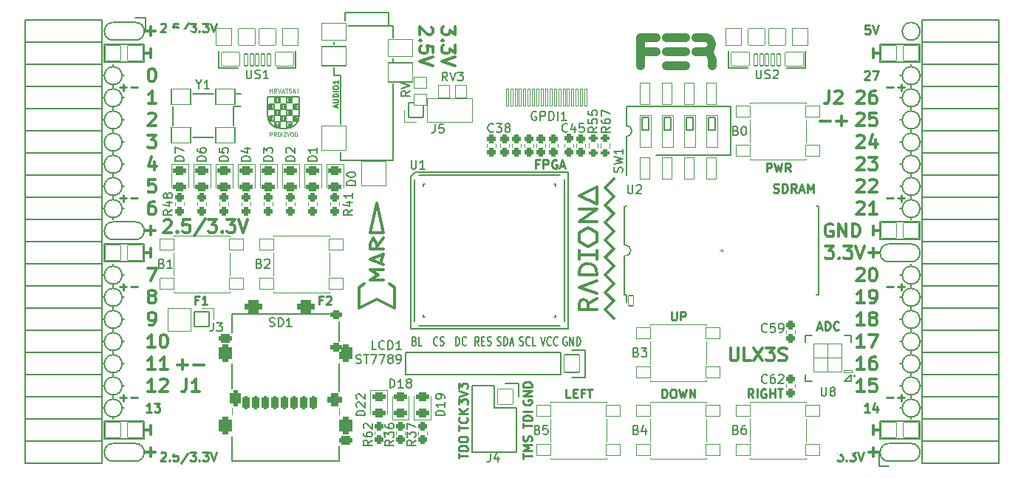
<source format=gto>
G04 #@! TF.GenerationSoftware,KiCad,Pcbnew,6.0.11+dfsg-1*
G04 #@! TF.CreationDate,2023-03-29T14:32:03+02:00*
G04 #@! TF.ProjectId,ulx3s,756c7833-732e-46b6-9963-61645f706362,v3.1.8*
G04 #@! TF.SameCoordinates,Original*
G04 #@! TF.FileFunction,Legend,Top*
G04 #@! TF.FilePolarity,Positive*
%FSLAX46Y46*%
G04 Gerber Fmt 4.6, Leading zero omitted, Abs format (unit mm)*
G04 Created by KiCad (PCBNEW 6.0.11+dfsg-1) date 2023-03-29 14:32:03*
%MOMM*%
%LPD*%
G01*
G04 APERTURE LIST*
G04 Aperture macros list*
%AMRoundRect*
0 Rectangle with rounded corners*
0 $1 Rounding radius*
0 $2 $3 $4 $5 $6 $7 $8 $9 X,Y pos of 4 corners*
0 Add a 4 corners polygon primitive as box body*
4,1,4,$2,$3,$4,$5,$6,$7,$8,$9,$2,$3,0*
0 Add four circle primitives for the rounded corners*
1,1,$1+$1,$2,$3*
1,1,$1+$1,$4,$5*
1,1,$1+$1,$6,$7*
1,1,$1+$1,$8,$9*
0 Add four rect primitives between the rounded corners*
20,1,$1+$1,$2,$3,$4,$5,0*
20,1,$1+$1,$4,$5,$6,$7,0*
20,1,$1+$1,$6,$7,$8,$9,0*
20,1,$1+$1,$8,$9,$2,$3,0*%
G04 Aperture macros list end*
%ADD10C,0.200000*%
%ADD11C,0.300000*%
%ADD12C,0.250000*%
%ADD13C,0.152400*%
%ADD14C,0.150000*%
%ADD15C,0.075000*%
%ADD16C,0.120000*%
%ADD17C,1.000000*%
%ADD18C,1.700000*%
%ADD19C,1.800000*%
%ADD20RoundRect,0.050000X-1.400000X1.000000X-1.400000X-1.000000X1.400000X-1.000000X1.400000X1.000000X0*%
%ADD21RoundRect,0.050000X-1.400000X1.400000X-1.400000X-1.400000X1.400000X-1.400000X1.400000X1.400000X0*%
%ADD22RoundRect,0.050000X-1.400000X1.100000X-1.400000X-1.100000X1.400000X-1.100000X1.400000X1.100000X0*%
%ADD23C,0.500000*%
%ADD24O,0.608000X0.227000*%
%ADD25O,0.227000X0.608000*%
%ADD26C,5.600000*%
%ADD27O,1.827200X1.827200*%
%ADD28RoundRect,0.050000X-0.863600X0.863600X-0.863600X-0.863600X0.863600X-0.863600X0.863600X0.863600X0*%
%ADD29RoundRect,0.050000X0.863600X-0.863600X0.863600X0.863600X-0.863600X0.863600X-0.863600X-0.863600X0*%
%ADD30RoundRect,0.050000X0.863600X1.016000X-0.863600X1.016000X-0.863600X-1.016000X0.863600X-1.016000X0*%
%ADD31O,1.827200X2.132000*%
%ADD32RoundRect,0.050000X0.280000X-0.600000X0.280000X0.600000X-0.280000X0.600000X-0.280000X-0.600000X0*%
%ADD33O,0.660000X1.300000*%
%ADD34RoundRect,0.293750X-0.456250X0.243750X-0.456250X-0.243750X0.456250X-0.243750X0.456250X0.243750X0*%
%ADD35RoundRect,0.268750X0.256250X-0.218750X0.256250X0.218750X-0.256250X0.218750X-0.256250X-0.218750X0*%
%ADD36RoundRect,0.293750X0.456250X-0.243750X0.456250X0.243750X-0.456250X0.243750X-0.456250X-0.243750X0*%
%ADD37C,2.100000*%
%ADD38RoundRect,0.050000X0.150000X0.950000X-0.150000X0.950000X-0.150000X-0.950000X0.150000X-0.950000X0*%
%ADD39RoundRect,0.268750X-0.256250X0.218750X-0.256250X-0.218750X0.256250X-0.218750X0.256250X0.218750X0*%
%ADD40RoundRect,0.050000X0.850000X-0.850000X0.850000X0.850000X-0.850000X0.850000X-0.850000X-0.850000X0*%
%ADD41O,1.800000X1.800000*%
%ADD42RoundRect,0.050000X0.700000X-0.647500X0.700000X0.647500X-0.700000X0.647500X-0.700000X-0.647500X0*%
%ADD43RoundRect,0.050000X-0.647500X-0.700000X0.647500X-0.700000X0.647500X0.700000X-0.647500X0.700000X0*%
%ADD44RoundRect,0.050000X0.200000X0.675000X-0.200000X0.675000X-0.200000X-0.675000X0.200000X-0.675000X0*%
%ADD45RoundRect,0.050000X0.900000X0.950000X-0.900000X0.950000X-0.900000X-0.950000X0.900000X-0.950000X0*%
%ADD46RoundRect,0.050000X1.050000X0.800000X-1.050000X0.800000X-1.050000X-0.800000X1.050000X-0.800000X0*%
%ADD47RoundRect,0.050000X0.950000X0.950000X-0.950000X0.950000X-0.950000X-0.950000X0.950000X-0.950000X0*%
%ADD48RoundRect,0.050000X-0.850000X0.850000X-0.850000X-0.850000X0.850000X-0.850000X0.850000X0.850000X0*%
%ADD49RoundRect,0.050000X1.100000X0.900000X-1.100000X0.900000X-1.100000X-0.900000X1.100000X-0.900000X0*%
%ADD50RoundRect,0.050000X0.775000X0.650000X-0.775000X0.650000X-0.775000X-0.650000X0.775000X-0.650000X0*%
%ADD51RoundRect,0.050000X-0.775000X-0.650000X0.775000X-0.650000X0.775000X0.650000X-0.775000X0.650000X0*%
%ADD52RoundRect,0.050000X0.560000X-1.220000X0.560000X1.220000X-0.560000X1.220000X-0.560000X-1.220000X0*%
%ADD53RoundRect,0.050000X0.475000X0.150000X-0.475000X0.150000X-0.475000X-0.150000X0.475000X-0.150000X0*%
%ADD54O,1.050000X0.400000*%
%ADD55O,0.400000X1.050000*%
%ADD56RoundRect,0.050000X0.812500X0.812500X-0.812500X0.812500X-0.812500X-0.812500X0.812500X-0.812500X0*%
%ADD57RoundRect,0.225000X-0.175000X-0.575000X0.175000X-0.575000X0.175000X0.575000X-0.175000X0.575000X0*%
%ADD58RoundRect,0.300000X0.350000X-0.250000X0.350000X0.250000X-0.350000X0.250000X-0.350000X-0.250000X0*%
%ADD59RoundRect,0.275000X-0.500000X-0.225000X0.500000X-0.225000X0.500000X0.225000X-0.500000X0.225000X0*%
%ADD60RoundRect,0.275000X0.500000X-0.225000X0.500000X0.225000X-0.500000X0.225000X-0.500000X-0.225000X0*%
%ADD61RoundRect,0.387500X-0.437500X0.337500X-0.437500X-0.337500X0.437500X-0.337500X0.437500X0.337500X0*%
%ADD62RoundRect,0.342500X-0.292500X0.607500X-0.292500X-0.607500X0.292500X-0.607500X0.292500X0.607500X0*%
%ADD63RoundRect,0.387500X-0.612500X0.337500X-0.612500X-0.337500X0.612500X-0.337500X0.612500X0.337500X0*%
%ADD64RoundRect,0.412500X-0.362500X-0.637500X0.362500X-0.637500X0.362500X0.637500X-0.362500X0.637500X0*%
%ADD65RoundRect,0.300000X-0.350000X0.250000X-0.350000X-0.250000X0.350000X-0.250000X0.350000X0.250000X0*%
%ADD66RoundRect,0.250000X0.275000X-0.200000X0.275000X0.200000X-0.275000X0.200000X-0.275000X-0.200000X0*%
G04 APERTURE END LIST*
D10*
X187826000Y-93170000D02*
X188080000Y-93170000D01*
X187826000Y-107394000D02*
X187826000Y-109426000D01*
D11*
X182492000Y-110442000D02*
X182492000Y-111458000D01*
D10*
X187826000Y-75390000D02*
X188080000Y-75390000D01*
D11*
X99688000Y-85042000D02*
X99688000Y-86058000D01*
D10*
X186810000Y-102314000D02*
X186810000Y-101806000D01*
X94100000Y-100790000D02*
X94354000Y-100790000D01*
D11*
X98926000Y-65230000D02*
X99688000Y-65230000D01*
D10*
X186810000Y-104346000D02*
X186810000Y-104854000D01*
D11*
X99688000Y-87582000D02*
X99688000Y-88598000D01*
D10*
X96386000Y-67770000D02*
G75*
G03*
X96386000Y-67770000I-1016000J0D01*
G01*
X95370000Y-106886000D02*
X95370000Y-107140000D01*
X96386000Y-70310000D02*
X96640000Y-70310000D01*
X95370000Y-89360000D02*
X95370000Y-89614000D01*
X98926000Y-109426000D02*
X98926000Y-107394000D01*
X187826000Y-83010000D02*
X188080000Y-83010000D01*
X186810000Y-81994000D02*
X186810000Y-81486000D01*
X187826000Y-100790000D02*
G75*
G03*
X187826000Y-100790000I-1016000J0D01*
G01*
X96386000Y-103330000D02*
X96640000Y-103330000D01*
X185540000Y-90630000D02*
X185794000Y-90630000D01*
X94354000Y-107394000D02*
X94354000Y-109426000D01*
D11*
X182492000Y-86058000D02*
X182492000Y-85042000D01*
D10*
X187826000Y-67770000D02*
X188080000Y-67770000D01*
X96386000Y-75390000D02*
G75*
G03*
X96386000Y-75390000I-1016000J0D01*
G01*
X185540000Y-105870000D02*
X185794000Y-105870000D01*
X186810000Y-91646000D02*
X186810000Y-92154000D01*
X96386000Y-80470000D02*
G75*
G03*
X96386000Y-80470000I-1016000J0D01*
G01*
X186810000Y-73866000D02*
X186810000Y-74374000D01*
X94354000Y-66246000D02*
X94354000Y-64214000D01*
X185540000Y-95710000D02*
X185794000Y-95710000D01*
X94354000Y-64214000D02*
X98926000Y-64214000D01*
D11*
X182492000Y-65230000D02*
X183254000Y-65230000D01*
D10*
X183254000Y-84534000D02*
X187826000Y-84534000D01*
X185540000Y-77930000D02*
X185794000Y-77930000D01*
X185540000Y-100790000D02*
X185794000Y-100790000D01*
X96386000Y-103330000D02*
G75*
G03*
X96386000Y-103330000I-1016000J0D01*
G01*
X187826000Y-90630000D02*
G75*
G03*
X187826000Y-90630000I-1016000J0D01*
G01*
X187826000Y-105870000D02*
G75*
G03*
X187826000Y-105870000I-1016000J0D01*
G01*
X97910000Y-86566000D02*
G75*
G03*
X97910000Y-84534000I0J1016000D01*
G01*
X183254000Y-66246000D02*
X187826000Y-66246000D01*
X186810000Y-99266000D02*
X186810000Y-99774000D01*
X96386000Y-100790000D02*
X96640000Y-100790000D01*
X186810000Y-66500000D02*
X186810000Y-66754000D01*
X96386000Y-95710000D02*
X96640000Y-95710000D01*
X95370000Y-101806000D02*
X95370000Y-102314000D01*
X94100000Y-90630000D02*
X94354000Y-90630000D01*
X95370000Y-109934000D02*
X97910000Y-109934000D01*
X187826000Y-72850000D02*
G75*
G03*
X187826000Y-72850000I-1016000J0D01*
G01*
X187826000Y-98250000D02*
X188080000Y-98250000D01*
X95370000Y-109934000D02*
G75*
G03*
X95370000Y-111966000I0J-1016000D01*
G01*
X185540000Y-98250000D02*
X185794000Y-98250000D01*
X184270000Y-87074000D02*
G75*
G03*
X184270000Y-89106000I0J-1016000D01*
G01*
X95370000Y-84534000D02*
X97910000Y-84534000D01*
X186810000Y-84026000D02*
X186810000Y-84280000D01*
X186810000Y-76406000D02*
X186810000Y-76914000D01*
X184270000Y-89106000D02*
X186810000Y-89106000D01*
X94100000Y-103330000D02*
X94354000Y-103330000D01*
X94100000Y-93170000D02*
X94354000Y-93170000D01*
X94100000Y-83010000D02*
X94354000Y-83010000D01*
X187826000Y-70310000D02*
G75*
G03*
X187826000Y-70310000I-1016000J0D01*
G01*
X184270000Y-109934000D02*
G75*
G03*
X184270000Y-111966000I0J-1016000D01*
G01*
X96386000Y-77930000D02*
X96640000Y-77930000D01*
X95370000Y-68786000D02*
X95370000Y-69294000D01*
X95370000Y-66754000D02*
X95370000Y-66500000D01*
X186810000Y-106886000D02*
X186810000Y-107140000D01*
X187826000Y-67770000D02*
G75*
G03*
X187826000Y-67770000I-1016000J0D01*
G01*
X185540000Y-83010000D02*
X185794000Y-83010000D01*
X94100000Y-72850000D02*
X94354000Y-72850000D01*
X95370000Y-63706000D02*
X97910000Y-63706000D01*
X185540000Y-103330000D02*
X185794000Y-103330000D01*
X187826000Y-70310000D02*
X188080000Y-70310000D01*
X96386000Y-98250000D02*
G75*
G03*
X96386000Y-98250000I-1016000J0D01*
G01*
X95370000Y-71326000D02*
X95370000Y-71834000D01*
X97910000Y-63706000D02*
G75*
G03*
X97910000Y-61674000I0J1016000D01*
G01*
X96386000Y-83010000D02*
X96640000Y-83010000D01*
X95370000Y-92154000D02*
X95370000Y-91646000D01*
D11*
X98926000Y-85550000D02*
X100196000Y-85550000D01*
D10*
X186810000Y-89106000D02*
G75*
G03*
X186810000Y-87074000I0J1016000D01*
G01*
X187826000Y-90630000D02*
X188080000Y-90630000D01*
X187826000Y-95710000D02*
X188080000Y-95710000D01*
X94354000Y-89106000D02*
X94354000Y-87074000D01*
X187826000Y-105870000D02*
X188080000Y-105870000D01*
D11*
X183254000Y-110950000D02*
X181984000Y-110950000D01*
D10*
X95370000Y-96726000D02*
X95370000Y-97234000D01*
X96386000Y-67770000D02*
X96640000Y-67770000D01*
X96386000Y-70310000D02*
G75*
G03*
X96386000Y-70310000I-1016000J0D01*
G01*
X96386000Y-83010000D02*
G75*
G03*
X96386000Y-83010000I-1016000J0D01*
G01*
D11*
X182492000Y-107902000D02*
X182492000Y-108918000D01*
D10*
X95370000Y-76406000D02*
X95370000Y-76914000D01*
X187826000Y-80470000D02*
G75*
G03*
X187826000Y-80470000I-1016000J0D01*
G01*
X95370000Y-86566000D02*
X97910000Y-86566000D01*
X187826000Y-95710000D02*
G75*
G03*
X187826000Y-95710000I-1016000J0D01*
G01*
X96386000Y-93170000D02*
X96640000Y-93170000D01*
X95370000Y-111966000D02*
X97910000Y-111966000D01*
X187826000Y-86566000D02*
X183254000Y-86566000D01*
X94100000Y-105870000D02*
X94354000Y-105870000D01*
X187826000Y-100790000D02*
X188080000Y-100790000D01*
X185540000Y-80470000D02*
X185794000Y-80470000D01*
X183254000Y-109426000D02*
X187826000Y-109426000D01*
X96386000Y-100790000D02*
G75*
G03*
X96386000Y-100790000I-1016000J0D01*
G01*
X96386000Y-98250000D02*
X96640000Y-98250000D01*
X96386000Y-95710000D02*
G75*
G03*
X96386000Y-95710000I-1016000J0D01*
G01*
X183254000Y-86566000D02*
X183254000Y-84534000D01*
X187826000Y-77930000D02*
G75*
G03*
X187826000Y-77930000I-1016000J0D01*
G01*
X186810000Y-94186000D02*
X186810000Y-94694000D01*
X94100000Y-70310000D02*
X94354000Y-70310000D01*
X187826000Y-84534000D02*
X187826000Y-86566000D01*
X187826000Y-75390000D02*
G75*
G03*
X187826000Y-75390000I-1016000J0D01*
G01*
X95370000Y-79454000D02*
X95370000Y-78946000D01*
D11*
X183254000Y-85550000D02*
X182492000Y-85550000D01*
D10*
X187826000Y-72850000D02*
X188080000Y-72850000D01*
X96386000Y-75390000D02*
X96640000Y-75390000D01*
D11*
X182492000Y-87582000D02*
X182492000Y-88598000D01*
D10*
X187826000Y-103330000D02*
X188080000Y-103330000D01*
X185540000Y-93170000D02*
X185794000Y-93170000D01*
X96386000Y-90630000D02*
X96640000Y-90630000D01*
D11*
X182492000Y-108410000D02*
X183254000Y-108410000D01*
D10*
X186810000Y-97234000D02*
X186810000Y-96726000D01*
X98926000Y-89106000D02*
X94354000Y-89106000D01*
X183254000Y-64214000D02*
X183254000Y-66246000D01*
D11*
X98926000Y-88090000D02*
X99688000Y-88090000D01*
D10*
X95370000Y-99266000D02*
X95370000Y-99774000D01*
X94100000Y-95710000D02*
X94354000Y-95710000D01*
D11*
X98926000Y-110950000D02*
X100196000Y-110950000D01*
D10*
X187826000Y-77930000D02*
X188080000Y-77930000D01*
X187826000Y-64214000D02*
X183254000Y-64214000D01*
X96386000Y-105870000D02*
G75*
G03*
X96386000Y-105870000I-1016000J0D01*
G01*
X94100000Y-67770000D02*
X94354000Y-67770000D01*
D11*
X98926000Y-62690000D02*
X100196000Y-62690000D01*
D10*
X187826000Y-98250000D02*
G75*
G03*
X187826000Y-98250000I-1016000J0D01*
G01*
X96386000Y-77930000D02*
G75*
G03*
X96386000Y-77930000I-1016000J0D01*
G01*
X185540000Y-75390000D02*
X185794000Y-75390000D01*
X96386000Y-80470000D02*
X96640000Y-80470000D01*
X95370000Y-84534000D02*
G75*
G03*
X95370000Y-86566000I0J-1016000D01*
G01*
D11*
X99688000Y-110442000D02*
X99688000Y-111458000D01*
D10*
X186810000Y-111966000D02*
G75*
G03*
X186810000Y-109934000I0J1016000D01*
G01*
X186810000Y-109934000D02*
X184270000Y-109934000D01*
X187826000Y-103330000D02*
G75*
G03*
X187826000Y-103330000I-1016000J0D01*
G01*
D11*
X181984000Y-88090000D02*
X183254000Y-88090000D01*
D10*
X186810000Y-111966000D02*
X184270000Y-111966000D01*
X185540000Y-67770000D02*
X185794000Y-67770000D01*
X95370000Y-61674000D02*
X97910000Y-61674000D01*
X94100000Y-80470000D02*
X94354000Y-80470000D01*
X94354000Y-98250000D02*
X94100000Y-98250000D01*
X184270000Y-87074000D02*
X186810000Y-87074000D01*
X96386000Y-93170000D02*
G75*
G03*
X96386000Y-93170000I-1016000J0D01*
G01*
X187826000Y-80470000D02*
X188080000Y-80470000D01*
X96386000Y-105870000D02*
X96640000Y-105870000D01*
X96386000Y-90630000D02*
G75*
G03*
X96386000Y-90630000I-1016000J0D01*
G01*
D11*
X99688000Y-62182000D02*
X99688000Y-63198000D01*
D10*
X94100000Y-77930000D02*
X94354000Y-77930000D01*
X96386000Y-72850000D02*
X96640000Y-72850000D01*
X187826000Y-93170000D02*
G75*
G03*
X187826000Y-93170000I-1016000J0D01*
G01*
X186810000Y-69294000D02*
X186810000Y-68786000D01*
X95370000Y-84026000D02*
X95370000Y-84280000D01*
D11*
X98926000Y-108410000D02*
X99688000Y-108410000D01*
X99688000Y-64722000D02*
X99688000Y-65738000D01*
D10*
X186810000Y-71326000D02*
X186810000Y-71834000D01*
X183254000Y-107394000D02*
X183254000Y-109426000D01*
X94354000Y-87074000D02*
X98926000Y-87074000D01*
X98926000Y-66246000D02*
X94354000Y-66246000D01*
X95370000Y-104346000D02*
X95370000Y-104854000D01*
X187826000Y-66246000D02*
X187826000Y-64214000D01*
X95370000Y-94186000D02*
X95370000Y-94694000D01*
X95370000Y-81486000D02*
X95370000Y-81994000D01*
X94354000Y-109426000D02*
X98926000Y-109426000D01*
X186810000Y-79454000D02*
X186810000Y-78946000D01*
X186810000Y-89360000D02*
X186810000Y-89614000D01*
X185540000Y-70310000D02*
X185794000Y-70310000D01*
X96386000Y-72850000D02*
G75*
G03*
X96386000Y-72850000I-1016000J0D01*
G01*
X187826000Y-83010000D02*
G75*
G03*
X187826000Y-83010000I-1016000J0D01*
G01*
X98926000Y-87074000D02*
X98926000Y-89106000D01*
D11*
X99688000Y-107902000D02*
X99688000Y-108918000D01*
D10*
X98926000Y-107394000D02*
X94354000Y-107394000D01*
X95370000Y-73866000D02*
X95370000Y-74374000D01*
X97910000Y-111966000D02*
G75*
G03*
X97910000Y-109934000I0J1016000D01*
G01*
X187826000Y-62690000D02*
G75*
G03*
X187826000Y-62690000I-1016000J0D01*
G01*
X98926000Y-64214000D02*
X98926000Y-66246000D01*
X185540000Y-72850000D02*
X185794000Y-72850000D01*
X95370000Y-61674000D02*
G75*
G03*
X95370000Y-63706000I0J-1016000D01*
G01*
X183254000Y-107394000D02*
X187826000Y-107394000D01*
D11*
X182492000Y-64722000D02*
X182492000Y-65738000D01*
X102760000Y-100897142D02*
X103902857Y-100897142D01*
X103331428Y-101468571D02*
X103331428Y-100325714D01*
X104617142Y-100897142D02*
X105760000Y-100897142D01*
X131877571Y-62216142D02*
X131949000Y-62287571D01*
X132020428Y-62430428D01*
X132020428Y-62787571D01*
X131949000Y-62930428D01*
X131877571Y-63001857D01*
X131734714Y-63073285D01*
X131591857Y-63073285D01*
X131377571Y-63001857D01*
X130520428Y-62144714D01*
X130520428Y-63073285D01*
X130663285Y-63716142D02*
X130591857Y-63787571D01*
X130520428Y-63716142D01*
X130591857Y-63644714D01*
X130663285Y-63716142D01*
X130520428Y-63716142D01*
X132020428Y-65144714D02*
X132020428Y-64430428D01*
X131306142Y-64359000D01*
X131377571Y-64430428D01*
X131449000Y-64573285D01*
X131449000Y-64930428D01*
X131377571Y-65073285D01*
X131306142Y-65144714D01*
X131163285Y-65216142D01*
X130806142Y-65216142D01*
X130663285Y-65144714D01*
X130591857Y-65073285D01*
X130520428Y-64930428D01*
X130520428Y-64573285D01*
X130591857Y-64430428D01*
X130663285Y-64359000D01*
X132020428Y-65644714D02*
X130520428Y-66144714D01*
X132020428Y-66644714D01*
X134560428Y-62144714D02*
X134560428Y-63073285D01*
X133989000Y-62573285D01*
X133989000Y-62787571D01*
X133917571Y-62930428D01*
X133846142Y-63001857D01*
X133703285Y-63073285D01*
X133346142Y-63073285D01*
X133203285Y-63001857D01*
X133131857Y-62930428D01*
X133060428Y-62787571D01*
X133060428Y-62359000D01*
X133131857Y-62216142D01*
X133203285Y-62144714D01*
X133203285Y-63716142D02*
X133131857Y-63787571D01*
X133060428Y-63716142D01*
X133131857Y-63644714D01*
X133203285Y-63716142D01*
X133060428Y-63716142D01*
X134560428Y-64287571D02*
X134560428Y-65216142D01*
X133989000Y-64716142D01*
X133989000Y-64930428D01*
X133917571Y-65073285D01*
X133846142Y-65144714D01*
X133703285Y-65216142D01*
X133346142Y-65216142D01*
X133203285Y-65144714D01*
X133131857Y-65073285D01*
X133060428Y-64930428D01*
X133060428Y-64501857D01*
X133131857Y-64359000D01*
X133203285Y-64287571D01*
X134560428Y-65644714D02*
X133060428Y-66144714D01*
X134560428Y-66644714D01*
D12*
X147757619Y-104689380D02*
X147281428Y-104689380D01*
X147281428Y-103689380D01*
X148090952Y-104165571D02*
X148424285Y-104165571D01*
X148567142Y-104689380D02*
X148090952Y-104689380D01*
X148090952Y-103689380D01*
X148567142Y-103689380D01*
X149329047Y-104165571D02*
X148995714Y-104165571D01*
X148995714Y-104689380D02*
X148995714Y-103689380D01*
X149471904Y-103689380D01*
X149710000Y-103689380D02*
X150281428Y-103689380D01*
X149995714Y-104689380D02*
X149995714Y-103689380D01*
X158259047Y-104689380D02*
X158259047Y-103689380D01*
X158497142Y-103689380D01*
X158640000Y-103737000D01*
X158735238Y-103832238D01*
X158782857Y-103927476D01*
X158830476Y-104117952D01*
X158830476Y-104260809D01*
X158782857Y-104451285D01*
X158735238Y-104546523D01*
X158640000Y-104641761D01*
X158497142Y-104689380D01*
X158259047Y-104689380D01*
X159449523Y-103689380D02*
X159640000Y-103689380D01*
X159735238Y-103737000D01*
X159830476Y-103832238D01*
X159878095Y-104022714D01*
X159878095Y-104356047D01*
X159830476Y-104546523D01*
X159735238Y-104641761D01*
X159640000Y-104689380D01*
X159449523Y-104689380D01*
X159354285Y-104641761D01*
X159259047Y-104546523D01*
X159211428Y-104356047D01*
X159211428Y-104022714D01*
X159259047Y-103832238D01*
X159354285Y-103737000D01*
X159449523Y-103689380D01*
X160211428Y-103689380D02*
X160449523Y-104689380D01*
X160640000Y-103975095D01*
X160830476Y-104689380D01*
X161068571Y-103689380D01*
X161449523Y-104689380D02*
X161449523Y-103689380D01*
X162020952Y-104689380D01*
X162020952Y-103689380D01*
X159354285Y-94799380D02*
X159354285Y-95608904D01*
X159401904Y-95704142D01*
X159449523Y-95751761D01*
X159544761Y-95799380D01*
X159735238Y-95799380D01*
X159830476Y-95751761D01*
X159878095Y-95704142D01*
X159925714Y-95608904D01*
X159925714Y-94799380D01*
X160401904Y-95799380D02*
X160401904Y-94799380D01*
X160782857Y-94799380D01*
X160878095Y-94847000D01*
X160925714Y-94894619D01*
X160973333Y-94989857D01*
X160973333Y-95132714D01*
X160925714Y-95227952D01*
X160878095Y-95275571D01*
X160782857Y-95323190D01*
X160401904Y-95323190D01*
X105084666Y-93497571D02*
X104751333Y-93497571D01*
X104751333Y-94021380D02*
X104751333Y-93021380D01*
X105227523Y-93021380D01*
X106132285Y-94021380D02*
X105560857Y-94021380D01*
X105846571Y-94021380D02*
X105846571Y-93021380D01*
X105751333Y-93164238D01*
X105656095Y-93259476D01*
X105560857Y-93307095D01*
X119307166Y-93497571D02*
X118973833Y-93497571D01*
X118973833Y-94021380D02*
X118973833Y-93021380D01*
X119450023Y-93021380D01*
X119783357Y-93116619D02*
X119830976Y-93069000D01*
X119926214Y-93021380D01*
X120164309Y-93021380D01*
X120259547Y-93069000D01*
X120307166Y-93116619D01*
X120354785Y-93211857D01*
X120354785Y-93307095D01*
X120307166Y-93449952D01*
X119735738Y-94021380D01*
X120354785Y-94021380D01*
D11*
X166105428Y-98952571D02*
X166105428Y-100166857D01*
X166176857Y-100309714D01*
X166248285Y-100381142D01*
X166391142Y-100452571D01*
X166676857Y-100452571D01*
X166819714Y-100381142D01*
X166891142Y-100309714D01*
X166962571Y-100166857D01*
X166962571Y-98952571D01*
X168391142Y-100452571D02*
X167676857Y-100452571D01*
X167676857Y-98952571D01*
X168748285Y-98952571D02*
X169748285Y-100452571D01*
X169748285Y-98952571D02*
X168748285Y-100452571D01*
X170176857Y-98952571D02*
X171105428Y-98952571D01*
X170605428Y-99524000D01*
X170819714Y-99524000D01*
X170962571Y-99595428D01*
X171034000Y-99666857D01*
X171105428Y-99809714D01*
X171105428Y-100166857D01*
X171034000Y-100309714D01*
X170962571Y-100381142D01*
X170819714Y-100452571D01*
X170391142Y-100452571D01*
X170248285Y-100381142D01*
X170176857Y-100309714D01*
X171676857Y-100381142D02*
X171891142Y-100452571D01*
X172248285Y-100452571D01*
X172391142Y-100381142D01*
X172462571Y-100309714D01*
X172534000Y-100166857D01*
X172534000Y-100024000D01*
X172462571Y-99881142D01*
X172391142Y-99809714D01*
X172248285Y-99738285D01*
X171962571Y-99666857D01*
X171819714Y-99595428D01*
X171748285Y-99524000D01*
X171676857Y-99381142D01*
X171676857Y-99238285D01*
X171748285Y-99095428D01*
X171819714Y-99024000D01*
X171962571Y-98952571D01*
X172319714Y-98952571D01*
X172534000Y-99024000D01*
D12*
X168712666Y-104671380D02*
X168379333Y-104195190D01*
X168141238Y-104671380D02*
X168141238Y-103671380D01*
X168522190Y-103671380D01*
X168617428Y-103719000D01*
X168665047Y-103766619D01*
X168712666Y-103861857D01*
X168712666Y-104004714D01*
X168665047Y-104099952D01*
X168617428Y-104147571D01*
X168522190Y-104195190D01*
X168141238Y-104195190D01*
X169141238Y-104671380D02*
X169141238Y-103671380D01*
X170141238Y-103719000D02*
X170046000Y-103671380D01*
X169903142Y-103671380D01*
X169760285Y-103719000D01*
X169665047Y-103814238D01*
X169617428Y-103909476D01*
X169569809Y-104099952D01*
X169569809Y-104242809D01*
X169617428Y-104433285D01*
X169665047Y-104528523D01*
X169760285Y-104623761D01*
X169903142Y-104671380D01*
X169998380Y-104671380D01*
X170141238Y-104623761D01*
X170188857Y-104576142D01*
X170188857Y-104242809D01*
X169998380Y-104242809D01*
X170617428Y-104671380D02*
X170617428Y-103671380D01*
X170617428Y-104147571D02*
X171188857Y-104147571D01*
X171188857Y-104671380D02*
X171188857Y-103671380D01*
X171522190Y-103671380D02*
X172093619Y-103671380D01*
X171807904Y-104671380D02*
X171807904Y-103671380D01*
X96148000Y-91971428D02*
X96909904Y-91971428D01*
X96528952Y-92352380D02*
X96528952Y-91590476D01*
X97386095Y-91971428D02*
X98148000Y-91971428D01*
D11*
X181444285Y-104008571D02*
X180587142Y-104008571D01*
X181015714Y-104008571D02*
X181015714Y-102508571D01*
X180872857Y-102722857D01*
X180730000Y-102865714D01*
X180587142Y-102937142D01*
X182801428Y-102508571D02*
X182087142Y-102508571D01*
X182015714Y-103222857D01*
X182087142Y-103151428D01*
X182230000Y-103080000D01*
X182587142Y-103080000D01*
X182730000Y-103151428D01*
X182801428Y-103222857D01*
X182872857Y-103365714D01*
X182872857Y-103722857D01*
X182801428Y-103865714D01*
X182730000Y-103937142D01*
X182587142Y-104008571D01*
X182230000Y-104008571D01*
X182087142Y-103937142D01*
X182015714Y-103865714D01*
X180587142Y-79791428D02*
X180658571Y-79720000D01*
X180801428Y-79648571D01*
X181158571Y-79648571D01*
X181301428Y-79720000D01*
X181372857Y-79791428D01*
X181444285Y-79934285D01*
X181444285Y-80077142D01*
X181372857Y-80291428D01*
X180515714Y-81148571D01*
X181444285Y-81148571D01*
X182015714Y-79791428D02*
X182087142Y-79720000D01*
X182230000Y-79648571D01*
X182587142Y-79648571D01*
X182730000Y-79720000D01*
X182801428Y-79791428D01*
X182872857Y-79934285D01*
X182872857Y-80077142D01*
X182801428Y-80291428D01*
X181944285Y-81148571D01*
X182872857Y-81148571D01*
X100172142Y-79648571D02*
X99457857Y-79648571D01*
X99386428Y-80362857D01*
X99457857Y-80291428D01*
X99600714Y-80220000D01*
X99957857Y-80220000D01*
X100100714Y-80291428D01*
X100172142Y-80362857D01*
X100243571Y-80505714D01*
X100243571Y-80862857D01*
X100172142Y-81005714D01*
X100100714Y-81077142D01*
X99957857Y-81148571D01*
X99600714Y-81148571D01*
X99457857Y-81077142D01*
X99386428Y-81005714D01*
X181444285Y-98928571D02*
X180587142Y-98928571D01*
X181015714Y-98928571D02*
X181015714Y-97428571D01*
X180872857Y-97642857D01*
X180730000Y-97785714D01*
X180587142Y-97857142D01*
X181944285Y-97428571D02*
X182944285Y-97428571D01*
X182301428Y-98928571D01*
X99315000Y-74568571D02*
X100243571Y-74568571D01*
X99743571Y-75140000D01*
X99957857Y-75140000D01*
X100100714Y-75211428D01*
X100172142Y-75282857D01*
X100243571Y-75425714D01*
X100243571Y-75782857D01*
X100172142Y-75925714D01*
X100100714Y-75997142D01*
X99957857Y-76068571D01*
X99529285Y-76068571D01*
X99386428Y-75997142D01*
X99315000Y-75925714D01*
X176975714Y-87268571D02*
X177904285Y-87268571D01*
X177404285Y-87840000D01*
X177618571Y-87840000D01*
X177761428Y-87911428D01*
X177832857Y-87982857D01*
X177904285Y-88125714D01*
X177904285Y-88482857D01*
X177832857Y-88625714D01*
X177761428Y-88697142D01*
X177618571Y-88768571D01*
X177190000Y-88768571D01*
X177047142Y-88697142D01*
X176975714Y-88625714D01*
X178547142Y-88625714D02*
X178618571Y-88697142D01*
X178547142Y-88768571D01*
X178475714Y-88697142D01*
X178547142Y-88625714D01*
X178547142Y-88768571D01*
X179118571Y-87268571D02*
X180047142Y-87268571D01*
X179547142Y-87840000D01*
X179761428Y-87840000D01*
X179904285Y-87911428D01*
X179975714Y-87982857D01*
X180047142Y-88125714D01*
X180047142Y-88482857D01*
X179975714Y-88625714D01*
X179904285Y-88697142D01*
X179761428Y-88768571D01*
X179332857Y-88768571D01*
X179190000Y-88697142D01*
X179118571Y-88625714D01*
X180475714Y-87268571D02*
X180975714Y-88768571D01*
X181475714Y-87268571D01*
D12*
X182047523Y-62015380D02*
X181571333Y-62015380D01*
X181523714Y-62491571D01*
X181571333Y-62443952D01*
X181666571Y-62396333D01*
X181904666Y-62396333D01*
X181999904Y-62443952D01*
X182047523Y-62491571D01*
X182095142Y-62586809D01*
X182095142Y-62824904D01*
X182047523Y-62920142D01*
X181999904Y-62967761D01*
X181904666Y-63015380D01*
X181666571Y-63015380D01*
X181571333Y-62967761D01*
X181523714Y-62920142D01*
X182380857Y-62015380D02*
X182714190Y-63015380D01*
X183047523Y-62015380D01*
D11*
X180587142Y-69631428D02*
X180658571Y-69560000D01*
X180801428Y-69488571D01*
X181158571Y-69488571D01*
X181301428Y-69560000D01*
X181372857Y-69631428D01*
X181444285Y-69774285D01*
X181444285Y-69917142D01*
X181372857Y-70131428D01*
X180515714Y-70988571D01*
X181444285Y-70988571D01*
X182730000Y-69488571D02*
X182444285Y-69488571D01*
X182301428Y-69560000D01*
X182230000Y-69631428D01*
X182087142Y-69845714D01*
X182015714Y-70131428D01*
X182015714Y-70702857D01*
X182087142Y-70845714D01*
X182158571Y-70917142D01*
X182301428Y-70988571D01*
X182587142Y-70988571D01*
X182730000Y-70917142D01*
X182801428Y-70845714D01*
X182872857Y-70702857D01*
X182872857Y-70345714D01*
X182801428Y-70202857D01*
X182730000Y-70131428D01*
X182587142Y-70060000D01*
X182301428Y-70060000D01*
X182158571Y-70131428D01*
X182087142Y-70202857D01*
X182015714Y-70345714D01*
X176420000Y-72957142D02*
X177562857Y-72957142D01*
X178277142Y-72957142D02*
X179420000Y-72957142D01*
X178848571Y-73528571D02*
X178848571Y-72385714D01*
D12*
X96148000Y-81811428D02*
X96909904Y-81811428D01*
X96528952Y-82192380D02*
X96528952Y-81430476D01*
X97386095Y-81811428D02*
X98148000Y-81811428D01*
D11*
X177793142Y-84800000D02*
X177650285Y-84728571D01*
X177436000Y-84728571D01*
X177221714Y-84800000D01*
X177078857Y-84942857D01*
X177007428Y-85085714D01*
X176936000Y-85371428D01*
X176936000Y-85585714D01*
X177007428Y-85871428D01*
X177078857Y-86014285D01*
X177221714Y-86157142D01*
X177436000Y-86228571D01*
X177578857Y-86228571D01*
X177793142Y-86157142D01*
X177864571Y-86085714D01*
X177864571Y-85585714D01*
X177578857Y-85585714D01*
X178507428Y-86228571D02*
X178507428Y-84728571D01*
X179364571Y-86228571D01*
X179364571Y-84728571D01*
X180078857Y-86228571D02*
X180078857Y-84728571D01*
X180436000Y-84728571D01*
X180650285Y-84800000D01*
X180793142Y-84942857D01*
X180864571Y-85085714D01*
X180936000Y-85371428D01*
X180936000Y-85585714D01*
X180864571Y-85871428D01*
X180793142Y-86014285D01*
X180650285Y-86157142D01*
X180436000Y-86228571D01*
X180078857Y-86228571D01*
X99386428Y-72171428D02*
X99457857Y-72100000D01*
X99600714Y-72028571D01*
X99957857Y-72028571D01*
X100100714Y-72100000D01*
X100172142Y-72171428D01*
X100243571Y-72314285D01*
X100243571Y-72457142D01*
X100172142Y-72671428D01*
X99315000Y-73528571D01*
X100243571Y-73528571D01*
D12*
X134969380Y-111624523D02*
X134969380Y-111053095D01*
X135969380Y-111338809D02*
X134969380Y-111338809D01*
X135969380Y-110719761D02*
X134969380Y-110719761D01*
X134969380Y-110481666D01*
X135017000Y-110338809D01*
X135112238Y-110243571D01*
X135207476Y-110195952D01*
X135397952Y-110148333D01*
X135540809Y-110148333D01*
X135731285Y-110195952D01*
X135826523Y-110243571D01*
X135921761Y-110338809D01*
X135969380Y-110481666D01*
X135969380Y-110719761D01*
X134969380Y-109529285D02*
X134969380Y-109338809D01*
X135017000Y-109243571D01*
X135112238Y-109148333D01*
X135302714Y-109100714D01*
X135636047Y-109100714D01*
X135826523Y-109148333D01*
X135921761Y-109243571D01*
X135969380Y-109338809D01*
X135969380Y-109529285D01*
X135921761Y-109624523D01*
X135826523Y-109719761D01*
X135636047Y-109767380D01*
X135302714Y-109767380D01*
X135112238Y-109719761D01*
X135017000Y-109624523D01*
X134969380Y-109529285D01*
D11*
X99315000Y-89808571D02*
X100315000Y-89808571D01*
X99672142Y-91308571D01*
X180587142Y-74711428D02*
X180658571Y-74640000D01*
X180801428Y-74568571D01*
X181158571Y-74568571D01*
X181301428Y-74640000D01*
X181372857Y-74711428D01*
X181444285Y-74854285D01*
X181444285Y-74997142D01*
X181372857Y-75211428D01*
X180515714Y-76068571D01*
X181444285Y-76068571D01*
X182730000Y-75068571D02*
X182730000Y-76068571D01*
X182372857Y-74497142D02*
X182015714Y-75568571D01*
X182944285Y-75568571D01*
X100100714Y-77608571D02*
X100100714Y-78608571D01*
X99743571Y-77037142D02*
X99386428Y-78108571D01*
X100315000Y-78108571D01*
D12*
X99751523Y-106322380D02*
X99180095Y-106322380D01*
X99465809Y-106322380D02*
X99465809Y-105322380D01*
X99370571Y-105465238D01*
X99275333Y-105560476D01*
X99180095Y-105608095D01*
X100084857Y-105322380D02*
X100703904Y-105322380D01*
X100370571Y-105703333D01*
X100513428Y-105703333D01*
X100608666Y-105750952D01*
X100656285Y-105798571D01*
X100703904Y-105893809D01*
X100703904Y-106131904D01*
X100656285Y-106227142D01*
X100608666Y-106274761D01*
X100513428Y-106322380D01*
X100227714Y-106322380D01*
X100132476Y-106274761D01*
X100084857Y-106227142D01*
X176061904Y-96656666D02*
X176538095Y-96656666D01*
X175966666Y-96942380D02*
X176300000Y-95942380D01*
X176633333Y-96942380D01*
X176966666Y-96942380D02*
X176966666Y-95942380D01*
X177204761Y-95942380D01*
X177347619Y-95990000D01*
X177442857Y-96085238D01*
X177490476Y-96180476D01*
X177538095Y-96370952D01*
X177538095Y-96513809D01*
X177490476Y-96704285D01*
X177442857Y-96799523D01*
X177347619Y-96894761D01*
X177204761Y-96942380D01*
X176966666Y-96942380D01*
X178538095Y-96847142D02*
X178490476Y-96894761D01*
X178347619Y-96942380D01*
X178252380Y-96942380D01*
X178109523Y-96894761D01*
X178014285Y-96799523D01*
X177966666Y-96704285D01*
X177919047Y-96513809D01*
X177919047Y-96370952D01*
X177966666Y-96180476D01*
X178014285Y-96085238D01*
X178109523Y-95990000D01*
X178252380Y-95942380D01*
X178347619Y-95942380D01*
X178490476Y-95990000D01*
X178538095Y-96037619D01*
X184032000Y-81811428D02*
X184793904Y-81811428D01*
X185270095Y-81811428D02*
X186032000Y-81811428D01*
X185651047Y-82192380D02*
X185651047Y-81430476D01*
X178360261Y-110910380D02*
X178979309Y-110910380D01*
X178645976Y-111291333D01*
X178788833Y-111291333D01*
X178884071Y-111338952D01*
X178931690Y-111386571D01*
X178979309Y-111481809D01*
X178979309Y-111719904D01*
X178931690Y-111815142D01*
X178884071Y-111862761D01*
X178788833Y-111910380D01*
X178503119Y-111910380D01*
X178407880Y-111862761D01*
X178360261Y-111815142D01*
X179407880Y-111815142D02*
X179455500Y-111862761D01*
X179407880Y-111910380D01*
X179360261Y-111862761D01*
X179407880Y-111815142D01*
X179407880Y-111910380D01*
X179788833Y-110910380D02*
X180407880Y-110910380D01*
X180074547Y-111291333D01*
X180217404Y-111291333D01*
X180312642Y-111338952D01*
X180360261Y-111386571D01*
X180407880Y-111481809D01*
X180407880Y-111719904D01*
X180360261Y-111815142D01*
X180312642Y-111862761D01*
X180217404Y-111910380D01*
X179931690Y-111910380D01*
X179836452Y-111862761D01*
X179788833Y-111815142D01*
X180693595Y-110910380D02*
X181026928Y-111910380D01*
X181360261Y-110910380D01*
D11*
X100164285Y-98928571D02*
X99307142Y-98928571D01*
X99735714Y-98928571D02*
X99735714Y-97428571D01*
X99592857Y-97642857D01*
X99450000Y-97785714D01*
X99307142Y-97857142D01*
X101092857Y-97428571D02*
X101235714Y-97428571D01*
X101378571Y-97500000D01*
X101450000Y-97571428D01*
X101521428Y-97714285D01*
X101592857Y-98000000D01*
X101592857Y-98357142D01*
X101521428Y-98642857D01*
X101450000Y-98785714D01*
X101378571Y-98857142D01*
X101235714Y-98928571D01*
X101092857Y-98928571D01*
X100950000Y-98857142D01*
X100878571Y-98785714D01*
X100807142Y-98642857D01*
X100735714Y-98357142D01*
X100735714Y-98000000D01*
X100807142Y-97714285D01*
X100878571Y-97571428D01*
X100950000Y-97500000D01*
X101092857Y-97428571D01*
X100164285Y-104008571D02*
X99307142Y-104008571D01*
X99735714Y-104008571D02*
X99735714Y-102508571D01*
X99592857Y-102722857D01*
X99450000Y-102865714D01*
X99307142Y-102937142D01*
X100735714Y-102651428D02*
X100807142Y-102580000D01*
X100950000Y-102508571D01*
X101307142Y-102508571D01*
X101450000Y-102580000D01*
X101521428Y-102651428D01*
X101592857Y-102794285D01*
X101592857Y-102937142D01*
X101521428Y-103151428D01*
X100664285Y-104008571D01*
X101592857Y-104008571D01*
D12*
X142335380Y-111648333D02*
X142335380Y-111076904D01*
X143335380Y-111362619D02*
X142335380Y-111362619D01*
X143335380Y-110743571D02*
X142335380Y-110743571D01*
X143049666Y-110410238D01*
X142335380Y-110076904D01*
X143335380Y-110076904D01*
X143287761Y-109648333D02*
X143335380Y-109505476D01*
X143335380Y-109267380D01*
X143287761Y-109172142D01*
X143240142Y-109124523D01*
X143144904Y-109076904D01*
X143049666Y-109076904D01*
X142954428Y-109124523D01*
X142906809Y-109172142D01*
X142859190Y-109267380D01*
X142811571Y-109457857D01*
X142763952Y-109553095D01*
X142716333Y-109600714D01*
X142621095Y-109648333D01*
X142525857Y-109648333D01*
X142430619Y-109600714D01*
X142383000Y-109553095D01*
X142335380Y-109457857D01*
X142335380Y-109219761D01*
X142383000Y-109076904D01*
X182047523Y-106322380D02*
X181476095Y-106322380D01*
X181761809Y-106322380D02*
X181761809Y-105322380D01*
X181666571Y-105465238D01*
X181571333Y-105560476D01*
X181476095Y-105608095D01*
X182904666Y-105655714D02*
X182904666Y-106322380D01*
X182666571Y-105274761D02*
X182428476Y-105989047D01*
X183047523Y-105989047D01*
D11*
X180587142Y-77251428D02*
X180658571Y-77180000D01*
X180801428Y-77108571D01*
X181158571Y-77108571D01*
X181301428Y-77180000D01*
X181372857Y-77251428D01*
X181444285Y-77394285D01*
X181444285Y-77537142D01*
X181372857Y-77751428D01*
X180515714Y-78608571D01*
X181444285Y-78608571D01*
X181944285Y-77108571D02*
X182872857Y-77108571D01*
X182372857Y-77680000D01*
X182587142Y-77680000D01*
X182730000Y-77751428D01*
X182801428Y-77822857D01*
X182872857Y-77965714D01*
X182872857Y-78322857D01*
X182801428Y-78465714D01*
X182730000Y-78537142D01*
X182587142Y-78608571D01*
X182158571Y-78608571D01*
X182015714Y-78537142D01*
X181944285Y-78465714D01*
D12*
X134969380Y-108425714D02*
X134969380Y-107854285D01*
X135969380Y-108140000D02*
X134969380Y-108140000D01*
X135874142Y-106949523D02*
X135921761Y-106997142D01*
X135969380Y-107140000D01*
X135969380Y-107235238D01*
X135921761Y-107378095D01*
X135826523Y-107473333D01*
X135731285Y-107520952D01*
X135540809Y-107568571D01*
X135397952Y-107568571D01*
X135207476Y-107520952D01*
X135112238Y-107473333D01*
X135017000Y-107378095D01*
X134969380Y-107235238D01*
X134969380Y-107140000D01*
X135017000Y-106997142D01*
X135064619Y-106949523D01*
X135969380Y-106520952D02*
X134969380Y-106520952D01*
X135969380Y-105949523D02*
X135397952Y-106378095D01*
X134969380Y-105949523D02*
X135540809Y-106520952D01*
X170251666Y-78781380D02*
X170251666Y-77781380D01*
X170632619Y-77781380D01*
X170727857Y-77829000D01*
X170775476Y-77876619D01*
X170823095Y-77971857D01*
X170823095Y-78114714D01*
X170775476Y-78209952D01*
X170727857Y-78257571D01*
X170632619Y-78305190D01*
X170251666Y-78305190D01*
X171156428Y-77781380D02*
X171394523Y-78781380D01*
X171585000Y-78067095D01*
X171775476Y-78781380D01*
X172013571Y-77781380D01*
X172965952Y-78781380D02*
X172632619Y-78305190D01*
X172394523Y-78781380D02*
X172394523Y-77781380D01*
X172775476Y-77781380D01*
X172870714Y-77829000D01*
X172918333Y-77876619D01*
X172965952Y-77971857D01*
X172965952Y-78114714D01*
X172918333Y-78209952D01*
X172870714Y-78257571D01*
X172775476Y-78305190D01*
X172394523Y-78305190D01*
D11*
X181444285Y-96388571D02*
X180587142Y-96388571D01*
X181015714Y-96388571D02*
X181015714Y-94888571D01*
X180872857Y-95102857D01*
X180730000Y-95245714D01*
X180587142Y-95317142D01*
X182301428Y-95531428D02*
X182158571Y-95460000D01*
X182087142Y-95388571D01*
X182015714Y-95245714D01*
X182015714Y-95174285D01*
X182087142Y-95031428D01*
X182158571Y-94960000D01*
X182301428Y-94888571D01*
X182587142Y-94888571D01*
X182730000Y-94960000D01*
X182801428Y-95031428D01*
X182872857Y-95174285D01*
X182872857Y-95245714D01*
X182801428Y-95388571D01*
X182730000Y-95460000D01*
X182587142Y-95531428D01*
X182301428Y-95531428D01*
X182158571Y-95602857D01*
X182087142Y-95674285D01*
X182015714Y-95817142D01*
X182015714Y-96102857D01*
X182087142Y-96245714D01*
X182158571Y-96317142D01*
X182301428Y-96388571D01*
X182587142Y-96388571D01*
X182730000Y-96317142D01*
X182801428Y-96245714D01*
X182872857Y-96102857D01*
X182872857Y-95817142D01*
X182801428Y-95674285D01*
X182730000Y-95602857D01*
X182587142Y-95531428D01*
X181444285Y-93848571D02*
X180587142Y-93848571D01*
X181015714Y-93848571D02*
X181015714Y-92348571D01*
X180872857Y-92562857D01*
X180730000Y-92705714D01*
X180587142Y-92777142D01*
X182158571Y-93848571D02*
X182444285Y-93848571D01*
X182587142Y-93777142D01*
X182658571Y-93705714D01*
X182801428Y-93491428D01*
X182872857Y-93205714D01*
X182872857Y-92634285D01*
X182801428Y-92491428D01*
X182730000Y-92420000D01*
X182587142Y-92348571D01*
X182301428Y-92348571D01*
X182158571Y-92420000D01*
X182087142Y-92491428D01*
X182015714Y-92634285D01*
X182015714Y-92991428D01*
X182087142Y-93134285D01*
X182158571Y-93205714D01*
X182301428Y-93277142D01*
X182587142Y-93277142D01*
X182730000Y-93205714D01*
X182801428Y-93134285D01*
X182872857Y-92991428D01*
D12*
X96148000Y-104671428D02*
X96909904Y-104671428D01*
X96528952Y-105052380D02*
X96528952Y-104290476D01*
X97386095Y-104671428D02*
X98148000Y-104671428D01*
X184032000Y-69111428D02*
X184793904Y-69111428D01*
X185270095Y-69111428D02*
X186032000Y-69111428D01*
X185651047Y-69492380D02*
X185651047Y-68730476D01*
D11*
X181444285Y-101468571D02*
X180587142Y-101468571D01*
X181015714Y-101468571D02*
X181015714Y-99968571D01*
X180872857Y-100182857D01*
X180730000Y-100325714D01*
X180587142Y-100397142D01*
X182730000Y-99968571D02*
X182444285Y-99968571D01*
X182301428Y-100040000D01*
X182230000Y-100111428D01*
X182087142Y-100325714D01*
X182015714Y-100611428D01*
X182015714Y-101182857D01*
X182087142Y-101325714D01*
X182158571Y-101397142D01*
X182301428Y-101468571D01*
X182587142Y-101468571D01*
X182730000Y-101397142D01*
X182801428Y-101325714D01*
X182872857Y-101182857D01*
X182872857Y-100825714D01*
X182801428Y-100682857D01*
X182730000Y-100611428D01*
X182587142Y-100540000D01*
X182301428Y-100540000D01*
X182158571Y-100611428D01*
X182087142Y-100682857D01*
X182015714Y-100825714D01*
D12*
X184032000Y-91971428D02*
X184793904Y-91971428D01*
X185270095Y-91971428D02*
X186032000Y-91971428D01*
X185651047Y-92352380D02*
X185651047Y-91590476D01*
X134969380Y-105438095D02*
X134969380Y-104819047D01*
X135350333Y-105152380D01*
X135350333Y-105009523D01*
X135397952Y-104914285D01*
X135445571Y-104866666D01*
X135540809Y-104819047D01*
X135778904Y-104819047D01*
X135874142Y-104866666D01*
X135921761Y-104914285D01*
X135969380Y-105009523D01*
X135969380Y-105295238D01*
X135921761Y-105390476D01*
X135874142Y-105438095D01*
X134969380Y-104533333D02*
X135969380Y-104200000D01*
X134969380Y-103866666D01*
X134969380Y-103628571D02*
X134969380Y-103009523D01*
X135350333Y-103342857D01*
X135350333Y-103200000D01*
X135397952Y-103104761D01*
X135445571Y-103057142D01*
X135540809Y-103009523D01*
X135778904Y-103009523D01*
X135874142Y-103057142D01*
X135921761Y-103104761D01*
X135969380Y-103200000D01*
X135969380Y-103485714D01*
X135921761Y-103580952D01*
X135874142Y-103628571D01*
D11*
X99672142Y-92991428D02*
X99529285Y-92920000D01*
X99457857Y-92848571D01*
X99386428Y-92705714D01*
X99386428Y-92634285D01*
X99457857Y-92491428D01*
X99529285Y-92420000D01*
X99672142Y-92348571D01*
X99957857Y-92348571D01*
X100100714Y-92420000D01*
X100172142Y-92491428D01*
X100243571Y-92634285D01*
X100243571Y-92705714D01*
X100172142Y-92848571D01*
X100100714Y-92920000D01*
X99957857Y-92991428D01*
X99672142Y-92991428D01*
X99529285Y-93062857D01*
X99457857Y-93134285D01*
X99386428Y-93277142D01*
X99386428Y-93562857D01*
X99457857Y-93705714D01*
X99529285Y-93777142D01*
X99672142Y-93848571D01*
X99957857Y-93848571D01*
X100100714Y-93777142D01*
X100172142Y-93705714D01*
X100243571Y-93562857D01*
X100243571Y-93277142D01*
X100172142Y-93134285D01*
X100100714Y-93062857D01*
X99957857Y-92991428D01*
X100100714Y-82188571D02*
X99815000Y-82188571D01*
X99672142Y-82260000D01*
X99600714Y-82331428D01*
X99457857Y-82545714D01*
X99386428Y-82831428D01*
X99386428Y-83402857D01*
X99457857Y-83545714D01*
X99529285Y-83617142D01*
X99672142Y-83688571D01*
X99957857Y-83688571D01*
X100100714Y-83617142D01*
X100172142Y-83545714D01*
X100243571Y-83402857D01*
X100243571Y-83045714D01*
X100172142Y-82902857D01*
X100100714Y-82831428D01*
X99957857Y-82760000D01*
X99672142Y-82760000D01*
X99529285Y-82831428D01*
X99457857Y-82902857D01*
X99386428Y-83045714D01*
D12*
X96148000Y-69111428D02*
X96909904Y-69111428D01*
X96528952Y-69492380D02*
X96528952Y-68730476D01*
X97386095Y-69111428D02*
X98148000Y-69111428D01*
X171062285Y-81128761D02*
X171205142Y-81176380D01*
X171443238Y-81176380D01*
X171538476Y-81128761D01*
X171586095Y-81081142D01*
X171633714Y-80985904D01*
X171633714Y-80890666D01*
X171586095Y-80795428D01*
X171538476Y-80747809D01*
X171443238Y-80700190D01*
X171252761Y-80652571D01*
X171157523Y-80604952D01*
X171109904Y-80557333D01*
X171062285Y-80462095D01*
X171062285Y-80366857D01*
X171109904Y-80271619D01*
X171157523Y-80224000D01*
X171252761Y-80176380D01*
X171490857Y-80176380D01*
X171633714Y-80224000D01*
X172062285Y-81176380D02*
X172062285Y-80176380D01*
X172300380Y-80176380D01*
X172443238Y-80224000D01*
X172538476Y-80319238D01*
X172586095Y-80414476D01*
X172633714Y-80604952D01*
X172633714Y-80747809D01*
X172586095Y-80938285D01*
X172538476Y-81033523D01*
X172443238Y-81128761D01*
X172300380Y-81176380D01*
X172062285Y-81176380D01*
X173633714Y-81176380D02*
X173300380Y-80700190D01*
X173062285Y-81176380D02*
X173062285Y-80176380D01*
X173443238Y-80176380D01*
X173538476Y-80224000D01*
X173586095Y-80271619D01*
X173633714Y-80366857D01*
X173633714Y-80509714D01*
X173586095Y-80604952D01*
X173538476Y-80652571D01*
X173443238Y-80700190D01*
X173062285Y-80700190D01*
X174014666Y-80890666D02*
X174490857Y-80890666D01*
X173919428Y-81176380D02*
X174252761Y-80176380D01*
X174586095Y-81176380D01*
X174919428Y-81176380D02*
X174919428Y-80176380D01*
X175252761Y-80890666D01*
X175586095Y-80176380D01*
X175586095Y-81176380D01*
D11*
X180587142Y-89951428D02*
X180658571Y-89880000D01*
X180801428Y-89808571D01*
X181158571Y-89808571D01*
X181301428Y-89880000D01*
X181372857Y-89951428D01*
X181444285Y-90094285D01*
X181444285Y-90237142D01*
X181372857Y-90451428D01*
X180515714Y-91308571D01*
X181444285Y-91308571D01*
X182372857Y-89808571D02*
X182515714Y-89808571D01*
X182658571Y-89880000D01*
X182730000Y-89951428D01*
X182801428Y-90094285D01*
X182872857Y-90380000D01*
X182872857Y-90737142D01*
X182801428Y-91022857D01*
X182730000Y-91165714D01*
X182658571Y-91237142D01*
X182515714Y-91308571D01*
X182372857Y-91308571D01*
X182230000Y-91237142D01*
X182158571Y-91165714D01*
X182087142Y-91022857D01*
X182015714Y-90737142D01*
X182015714Y-90380000D01*
X182087142Y-90094285D01*
X182158571Y-89951428D01*
X182230000Y-89880000D01*
X182372857Y-89808571D01*
X101199714Y-84381428D02*
X101271142Y-84310000D01*
X101414000Y-84238571D01*
X101771142Y-84238571D01*
X101914000Y-84310000D01*
X101985428Y-84381428D01*
X102056857Y-84524285D01*
X102056857Y-84667142D01*
X101985428Y-84881428D01*
X101128285Y-85738571D01*
X102056857Y-85738571D01*
X102699714Y-85595714D02*
X102771142Y-85667142D01*
X102699714Y-85738571D01*
X102628285Y-85667142D01*
X102699714Y-85595714D01*
X102699714Y-85738571D01*
X104128285Y-84238571D02*
X103414000Y-84238571D01*
X103342571Y-84952857D01*
X103414000Y-84881428D01*
X103556857Y-84810000D01*
X103914000Y-84810000D01*
X104056857Y-84881428D01*
X104128285Y-84952857D01*
X104199714Y-85095714D01*
X104199714Y-85452857D01*
X104128285Y-85595714D01*
X104056857Y-85667142D01*
X103914000Y-85738571D01*
X103556857Y-85738571D01*
X103414000Y-85667142D01*
X103342571Y-85595714D01*
X105914000Y-84167142D02*
X104628285Y-86095714D01*
X106271142Y-84238571D02*
X107199714Y-84238571D01*
X106699714Y-84810000D01*
X106914000Y-84810000D01*
X107056857Y-84881428D01*
X107128285Y-84952857D01*
X107199714Y-85095714D01*
X107199714Y-85452857D01*
X107128285Y-85595714D01*
X107056857Y-85667142D01*
X106914000Y-85738571D01*
X106485428Y-85738571D01*
X106342571Y-85667142D01*
X106271142Y-85595714D01*
X107842571Y-85595714D02*
X107914000Y-85667142D01*
X107842571Y-85738571D01*
X107771142Y-85667142D01*
X107842571Y-85595714D01*
X107842571Y-85738571D01*
X108414000Y-84238571D02*
X109342571Y-84238571D01*
X108842571Y-84810000D01*
X109056857Y-84810000D01*
X109199714Y-84881428D01*
X109271142Y-84952857D01*
X109342571Y-85095714D01*
X109342571Y-85452857D01*
X109271142Y-85595714D01*
X109199714Y-85667142D01*
X109056857Y-85738571D01*
X108628285Y-85738571D01*
X108485428Y-85667142D01*
X108414000Y-85595714D01*
X109771142Y-84238571D02*
X110271142Y-85738571D01*
X110771142Y-84238571D01*
D12*
X142335380Y-108163809D02*
X142335380Y-107592380D01*
X143335380Y-107878095D02*
X142335380Y-107878095D01*
X143335380Y-107259047D02*
X142335380Y-107259047D01*
X142335380Y-107020952D01*
X142383000Y-106878095D01*
X142478238Y-106782857D01*
X142573476Y-106735238D01*
X142763952Y-106687619D01*
X142906809Y-106687619D01*
X143097285Y-106735238D01*
X143192523Y-106782857D01*
X143287761Y-106878095D01*
X143335380Y-107020952D01*
X143335380Y-107259047D01*
X143335380Y-106259047D02*
X142335380Y-106259047D01*
D11*
X100164285Y-101468571D02*
X99307142Y-101468571D01*
X99735714Y-101468571D02*
X99735714Y-99968571D01*
X99592857Y-100182857D01*
X99450000Y-100325714D01*
X99307142Y-100397142D01*
X101592857Y-101468571D02*
X100735714Y-101468571D01*
X101164285Y-101468571D02*
X101164285Y-99968571D01*
X101021428Y-100182857D01*
X100878571Y-100325714D01*
X100735714Y-100397142D01*
D12*
X142380000Y-104961904D02*
X142332380Y-105057142D01*
X142332380Y-105200000D01*
X142380000Y-105342857D01*
X142475238Y-105438095D01*
X142570476Y-105485714D01*
X142760952Y-105533333D01*
X142903809Y-105533333D01*
X143094285Y-105485714D01*
X143189523Y-105438095D01*
X143284761Y-105342857D01*
X143332380Y-105200000D01*
X143332380Y-105104761D01*
X143284761Y-104961904D01*
X143237142Y-104914285D01*
X142903809Y-104914285D01*
X142903809Y-105104761D01*
X143332380Y-104485714D02*
X142332380Y-104485714D01*
X143332380Y-103914285D01*
X142332380Y-103914285D01*
X143332380Y-103438095D02*
X142332380Y-103438095D01*
X142332380Y-103200000D01*
X142380000Y-103057142D01*
X142475238Y-102961904D01*
X142570476Y-102914285D01*
X142760952Y-102866666D01*
X142903809Y-102866666D01*
X143094285Y-102914285D01*
X143189523Y-102961904D01*
X143284761Y-103057142D01*
X143332380Y-103200000D01*
X143332380Y-103438095D01*
X100817976Y-61874619D02*
X100865595Y-61827000D01*
X100960833Y-61779380D01*
X101198928Y-61779380D01*
X101294166Y-61827000D01*
X101341785Y-61874619D01*
X101389404Y-61969857D01*
X101389404Y-62065095D01*
X101341785Y-62207952D01*
X100770357Y-62779380D01*
X101389404Y-62779380D01*
X101817976Y-62684142D02*
X101865595Y-62731761D01*
X101817976Y-62779380D01*
X101770357Y-62731761D01*
X101817976Y-62684142D01*
X101817976Y-62779380D01*
X102770357Y-61779380D02*
X102294166Y-61779380D01*
X102246547Y-62255571D01*
X102294166Y-62207952D01*
X102389404Y-62160333D01*
X102627500Y-62160333D01*
X102722738Y-62207952D01*
X102770357Y-62255571D01*
X102817976Y-62350809D01*
X102817976Y-62588904D01*
X102770357Y-62684142D01*
X102722738Y-62731761D01*
X102627500Y-62779380D01*
X102389404Y-62779380D01*
X102294166Y-62731761D01*
X102246547Y-62684142D01*
X103960833Y-61731761D02*
X103103690Y-63017476D01*
X104198928Y-61779380D02*
X104817976Y-61779380D01*
X104484642Y-62160333D01*
X104627500Y-62160333D01*
X104722738Y-62207952D01*
X104770357Y-62255571D01*
X104817976Y-62350809D01*
X104817976Y-62588904D01*
X104770357Y-62684142D01*
X104722738Y-62731761D01*
X104627500Y-62779380D01*
X104341785Y-62779380D01*
X104246547Y-62731761D01*
X104198928Y-62684142D01*
X105246547Y-62684142D02*
X105294166Y-62731761D01*
X105246547Y-62779380D01*
X105198928Y-62731761D01*
X105246547Y-62684142D01*
X105246547Y-62779380D01*
X105627500Y-61779380D02*
X106246547Y-61779380D01*
X105913214Y-62160333D01*
X106056071Y-62160333D01*
X106151309Y-62207952D01*
X106198928Y-62255571D01*
X106246547Y-62350809D01*
X106246547Y-62588904D01*
X106198928Y-62684142D01*
X106151309Y-62731761D01*
X106056071Y-62779380D01*
X105770357Y-62779380D01*
X105675119Y-62731761D01*
X105627500Y-62684142D01*
X106532261Y-61779380D02*
X106865595Y-62779380D01*
X107198928Y-61779380D01*
D11*
X180587142Y-82331428D02*
X180658571Y-82260000D01*
X180801428Y-82188571D01*
X181158571Y-82188571D01*
X181301428Y-82260000D01*
X181372857Y-82331428D01*
X181444285Y-82474285D01*
X181444285Y-82617142D01*
X181372857Y-82831428D01*
X180515714Y-83688571D01*
X181444285Y-83688571D01*
X182872857Y-83688571D02*
X182015714Y-83688571D01*
X182444285Y-83688571D02*
X182444285Y-82188571D01*
X182301428Y-82402857D01*
X182158571Y-82545714D01*
X182015714Y-82617142D01*
X100243571Y-70988571D02*
X99386428Y-70988571D01*
X99815000Y-70988571D02*
X99815000Y-69488571D01*
X99672142Y-69702857D01*
X99529285Y-69845714D01*
X99386428Y-69917142D01*
D12*
X144137285Y-77876571D02*
X143803952Y-77876571D01*
X143803952Y-78400380D02*
X143803952Y-77400380D01*
X144280142Y-77400380D01*
X144661095Y-78400380D02*
X144661095Y-77400380D01*
X145042047Y-77400380D01*
X145137285Y-77448000D01*
X145184904Y-77495619D01*
X145232523Y-77590857D01*
X145232523Y-77733714D01*
X145184904Y-77828952D01*
X145137285Y-77876571D01*
X145042047Y-77924190D01*
X144661095Y-77924190D01*
X146184904Y-77448000D02*
X146089666Y-77400380D01*
X145946809Y-77400380D01*
X145803952Y-77448000D01*
X145708714Y-77543238D01*
X145661095Y-77638476D01*
X145613476Y-77828952D01*
X145613476Y-77971809D01*
X145661095Y-78162285D01*
X145708714Y-78257523D01*
X145803952Y-78352761D01*
X145946809Y-78400380D01*
X146042047Y-78400380D01*
X146184904Y-78352761D01*
X146232523Y-78305142D01*
X146232523Y-77971809D01*
X146042047Y-77971809D01*
X146613476Y-78114666D02*
X147089666Y-78114666D01*
X146518238Y-78400380D02*
X146851571Y-77400380D01*
X147184904Y-78400380D01*
D11*
X99743571Y-66948571D02*
X99886428Y-66948571D01*
X100029285Y-67020000D01*
X100100714Y-67091428D01*
X100172142Y-67234285D01*
X100243571Y-67520000D01*
X100243571Y-67877142D01*
X100172142Y-68162857D01*
X100100714Y-68305714D01*
X100029285Y-68377142D01*
X99886428Y-68448571D01*
X99743571Y-68448571D01*
X99600714Y-68377142D01*
X99529285Y-68305714D01*
X99457857Y-68162857D01*
X99386428Y-67877142D01*
X99386428Y-67520000D01*
X99457857Y-67234285D01*
X99529285Y-67091428D01*
X99600714Y-67020000D01*
X99743571Y-66948571D01*
D12*
X100817976Y-111023619D02*
X100865595Y-110976000D01*
X100960833Y-110928380D01*
X101198928Y-110928380D01*
X101294166Y-110976000D01*
X101341785Y-111023619D01*
X101389404Y-111118857D01*
X101389404Y-111214095D01*
X101341785Y-111356952D01*
X100770357Y-111928380D01*
X101389404Y-111928380D01*
X101817976Y-111833142D02*
X101865595Y-111880761D01*
X101817976Y-111928380D01*
X101770357Y-111880761D01*
X101817976Y-111833142D01*
X101817976Y-111928380D01*
X102770357Y-110928380D02*
X102294166Y-110928380D01*
X102246547Y-111404571D01*
X102294166Y-111356952D01*
X102389404Y-111309333D01*
X102627500Y-111309333D01*
X102722738Y-111356952D01*
X102770357Y-111404571D01*
X102817976Y-111499809D01*
X102817976Y-111737904D01*
X102770357Y-111833142D01*
X102722738Y-111880761D01*
X102627500Y-111928380D01*
X102389404Y-111928380D01*
X102294166Y-111880761D01*
X102246547Y-111833142D01*
X103960833Y-110880761D02*
X103103690Y-112166476D01*
X104198928Y-110928380D02*
X104817976Y-110928380D01*
X104484642Y-111309333D01*
X104627500Y-111309333D01*
X104722738Y-111356952D01*
X104770357Y-111404571D01*
X104817976Y-111499809D01*
X104817976Y-111737904D01*
X104770357Y-111833142D01*
X104722738Y-111880761D01*
X104627500Y-111928380D01*
X104341785Y-111928380D01*
X104246547Y-111880761D01*
X104198928Y-111833142D01*
X105246547Y-111833142D02*
X105294166Y-111880761D01*
X105246547Y-111928380D01*
X105198928Y-111880761D01*
X105246547Y-111833142D01*
X105246547Y-111928380D01*
X105627500Y-110928380D02*
X106246547Y-110928380D01*
X105913214Y-111309333D01*
X106056071Y-111309333D01*
X106151309Y-111356952D01*
X106198928Y-111404571D01*
X106246547Y-111499809D01*
X106246547Y-111737904D01*
X106198928Y-111833142D01*
X106151309Y-111880761D01*
X106056071Y-111928380D01*
X105770357Y-111928380D01*
X105675119Y-111880761D01*
X105627500Y-111833142D01*
X106532261Y-110928380D02*
X106865595Y-111928380D01*
X107198928Y-110928380D01*
D11*
X180587142Y-72171428D02*
X180658571Y-72100000D01*
X180801428Y-72028571D01*
X181158571Y-72028571D01*
X181301428Y-72100000D01*
X181372857Y-72171428D01*
X181444285Y-72314285D01*
X181444285Y-72457142D01*
X181372857Y-72671428D01*
X180515714Y-73528571D01*
X181444285Y-73528571D01*
X182801428Y-72028571D02*
X182087142Y-72028571D01*
X182015714Y-72742857D01*
X182087142Y-72671428D01*
X182230000Y-72600000D01*
X182587142Y-72600000D01*
X182730000Y-72671428D01*
X182801428Y-72742857D01*
X182872857Y-72885714D01*
X182872857Y-73242857D01*
X182801428Y-73385714D01*
X182730000Y-73457142D01*
X182587142Y-73528571D01*
X182230000Y-73528571D01*
X182087142Y-73457142D01*
X182015714Y-73385714D01*
X99529285Y-96388571D02*
X99815000Y-96388571D01*
X99957857Y-96317142D01*
X100029285Y-96245714D01*
X100172142Y-96031428D01*
X100243571Y-95745714D01*
X100243571Y-95174285D01*
X100172142Y-95031428D01*
X100100714Y-94960000D01*
X99957857Y-94888571D01*
X99672142Y-94888571D01*
X99529285Y-94960000D01*
X99457857Y-95031428D01*
X99386428Y-95174285D01*
X99386428Y-95531428D01*
X99457857Y-95674285D01*
X99529285Y-95745714D01*
X99672142Y-95817142D01*
X99957857Y-95817142D01*
X100100714Y-95745714D01*
X100172142Y-95674285D01*
X100243571Y-95531428D01*
D12*
X181476095Y-67317619D02*
X181523714Y-67270000D01*
X181618952Y-67222380D01*
X181857047Y-67222380D01*
X181952285Y-67270000D01*
X181999904Y-67317619D01*
X182047523Y-67412857D01*
X182047523Y-67508095D01*
X181999904Y-67650952D01*
X181428476Y-68222380D01*
X182047523Y-68222380D01*
X182380857Y-67222380D02*
X183047523Y-67222380D01*
X182618952Y-68222380D01*
X184032000Y-104671428D02*
X184793904Y-104671428D01*
X185270095Y-104671428D02*
X186032000Y-104671428D01*
X185651047Y-105052380D02*
X185651047Y-104290476D01*
D13*
X121009098Y-71407350D02*
X121009098Y-71117064D01*
X121183269Y-71465407D02*
X120573669Y-71262207D01*
X121183269Y-71059007D01*
X120573669Y-70855807D02*
X121067155Y-70855807D01*
X121125212Y-70826778D01*
X121154240Y-70797750D01*
X121183269Y-70739692D01*
X121183269Y-70623578D01*
X121154240Y-70565521D01*
X121125212Y-70536492D01*
X121067155Y-70507464D01*
X120573669Y-70507464D01*
X121183269Y-70217178D02*
X120573669Y-70217178D01*
X120573669Y-70072035D01*
X120602698Y-69984950D01*
X120660755Y-69926892D01*
X120718812Y-69897864D01*
X120834926Y-69868835D01*
X120922012Y-69868835D01*
X121038126Y-69897864D01*
X121096183Y-69926892D01*
X121154240Y-69984950D01*
X121183269Y-70072035D01*
X121183269Y-70217178D01*
X121183269Y-69607578D02*
X120573669Y-69607578D01*
X120573669Y-69201178D02*
X120573669Y-69085064D01*
X120602698Y-69027007D01*
X120660755Y-68968950D01*
X120776869Y-68939921D01*
X120980069Y-68939921D01*
X121096183Y-68968950D01*
X121154240Y-69027007D01*
X121183269Y-69085064D01*
X121183269Y-69201178D01*
X121154240Y-69259235D01*
X121096183Y-69317292D01*
X120980069Y-69346321D01*
X120776869Y-69346321D01*
X120660755Y-69317292D01*
X120602698Y-69259235D01*
X120573669Y-69201178D01*
X121183269Y-68359350D02*
X121183269Y-68707692D01*
X121183269Y-68533521D02*
X120573669Y-68533521D01*
X120660755Y-68591578D01*
X120718812Y-68649635D01*
X120747840Y-68707692D01*
D14*
X129518095Y-77452380D02*
X129518095Y-78261904D01*
X129565714Y-78357142D01*
X129613333Y-78404761D01*
X129708571Y-78452380D01*
X129899047Y-78452380D01*
X129994285Y-78404761D01*
X130041904Y-78357142D01*
X130089523Y-78261904D01*
X130089523Y-77452380D01*
X131089523Y-78452380D02*
X130518095Y-78452380D01*
X130803809Y-78452380D02*
X130803809Y-77452380D01*
X130708571Y-77595238D01*
X130613333Y-77690476D01*
X130518095Y-77738095D01*
D11*
X103760000Y-102508571D02*
X103760000Y-103580000D01*
X103688571Y-103794285D01*
X103545714Y-103937142D01*
X103331428Y-104008571D01*
X103188571Y-104008571D01*
X105260000Y-104008571D02*
X104402857Y-104008571D01*
X104831428Y-104008571D02*
X104831428Y-102508571D01*
X104688571Y-102722857D01*
X104545714Y-102865714D01*
X104402857Y-102937142D01*
X177420000Y-69488571D02*
X177420000Y-70560000D01*
X177348571Y-70774285D01*
X177205714Y-70917142D01*
X176991428Y-70988571D01*
X176848571Y-70988571D01*
X178062857Y-69631428D02*
X178134285Y-69560000D01*
X178277142Y-69488571D01*
X178634285Y-69488571D01*
X178777142Y-69560000D01*
X178848571Y-69631428D01*
X178920000Y-69774285D01*
X178920000Y-69917142D01*
X178848571Y-70131428D01*
X177991428Y-70988571D01*
X178920000Y-70988571D01*
D14*
X125533333Y-99152380D02*
X125057142Y-99152380D01*
X125057142Y-98152380D01*
X126438095Y-99057142D02*
X126390476Y-99104761D01*
X126247619Y-99152380D01*
X126152380Y-99152380D01*
X126009523Y-99104761D01*
X125914285Y-99009523D01*
X125866666Y-98914285D01*
X125819047Y-98723809D01*
X125819047Y-98580952D01*
X125866666Y-98390476D01*
X125914285Y-98295238D01*
X126009523Y-98200000D01*
X126152380Y-98152380D01*
X126247619Y-98152380D01*
X126390476Y-98200000D01*
X126438095Y-98247619D01*
X126866666Y-99152380D02*
X126866666Y-98152380D01*
X127104761Y-98152380D01*
X127247619Y-98200000D01*
X127342857Y-98295238D01*
X127390476Y-98390476D01*
X127438095Y-98580952D01*
X127438095Y-98723809D01*
X127390476Y-98914285D01*
X127342857Y-99009523D01*
X127247619Y-99104761D01*
X127104761Y-99152380D01*
X126866666Y-99152380D01*
X128390476Y-99152380D02*
X127819047Y-99152380D01*
X128104761Y-99152380D02*
X128104761Y-98152380D01*
X128009523Y-98295238D01*
X127914285Y-98390476D01*
X127819047Y-98438095D01*
X123228571Y-100704761D02*
X123371428Y-100752380D01*
X123609523Y-100752380D01*
X123704761Y-100704761D01*
X123752380Y-100657142D01*
X123800000Y-100561904D01*
X123800000Y-100466666D01*
X123752380Y-100371428D01*
X123704761Y-100323809D01*
X123609523Y-100276190D01*
X123419047Y-100228571D01*
X123323809Y-100180952D01*
X123276190Y-100133333D01*
X123228571Y-100038095D01*
X123228571Y-99942857D01*
X123276190Y-99847619D01*
X123323809Y-99800000D01*
X123419047Y-99752380D01*
X123657142Y-99752380D01*
X123800000Y-99800000D01*
X124085714Y-99752380D02*
X124657142Y-99752380D01*
X124371428Y-100752380D02*
X124371428Y-99752380D01*
X124895238Y-99752380D02*
X125561904Y-99752380D01*
X125133333Y-100752380D01*
X125847619Y-99752380D02*
X126514285Y-99752380D01*
X126085714Y-100752380D01*
X127038095Y-100180952D02*
X126942857Y-100133333D01*
X126895238Y-100085714D01*
X126847619Y-99990476D01*
X126847619Y-99942857D01*
X126895238Y-99847619D01*
X126942857Y-99800000D01*
X127038095Y-99752380D01*
X127228571Y-99752380D01*
X127323809Y-99800000D01*
X127371428Y-99847619D01*
X127419047Y-99942857D01*
X127419047Y-99990476D01*
X127371428Y-100085714D01*
X127323809Y-100133333D01*
X127228571Y-100180952D01*
X127038095Y-100180952D01*
X126942857Y-100228571D01*
X126895238Y-100276190D01*
X126847619Y-100371428D01*
X126847619Y-100561904D01*
X126895238Y-100657142D01*
X126942857Y-100704761D01*
X127038095Y-100752380D01*
X127228571Y-100752380D01*
X127323809Y-100704761D01*
X127371428Y-100657142D01*
X127419047Y-100561904D01*
X127419047Y-100371428D01*
X127371428Y-100276190D01*
X127323809Y-100228571D01*
X127228571Y-100180952D01*
X127895238Y-100752380D02*
X128085714Y-100752380D01*
X128180952Y-100704761D01*
X128228571Y-100657142D01*
X128323809Y-100514285D01*
X128371428Y-100323809D01*
X128371428Y-99942857D01*
X128323809Y-99847619D01*
X128276190Y-99800000D01*
X128180952Y-99752380D01*
X127990476Y-99752380D01*
X127895238Y-99800000D01*
X127847619Y-99847619D01*
X127800000Y-99942857D01*
X127800000Y-100180952D01*
X127847619Y-100276190D01*
X127895238Y-100323809D01*
X127990476Y-100371428D01*
X128180952Y-100371428D01*
X128276190Y-100323809D01*
X128323809Y-100276190D01*
X128371428Y-100180952D01*
X132555000Y-98607142D02*
X132519285Y-98654761D01*
X132412142Y-98702380D01*
X132340714Y-98702380D01*
X132233571Y-98654761D01*
X132162142Y-98559523D01*
X132126428Y-98464285D01*
X132090714Y-98273809D01*
X132090714Y-98130952D01*
X132126428Y-97940476D01*
X132162142Y-97845238D01*
X132233571Y-97750000D01*
X132340714Y-97702380D01*
X132412142Y-97702380D01*
X132519285Y-97750000D01*
X132555000Y-97797619D01*
X132840714Y-98654761D02*
X132947857Y-98702380D01*
X133126428Y-98702380D01*
X133197857Y-98654761D01*
X133233571Y-98607142D01*
X133269285Y-98511904D01*
X133269285Y-98416666D01*
X133233571Y-98321428D01*
X133197857Y-98273809D01*
X133126428Y-98226190D01*
X132983571Y-98178571D01*
X132912142Y-98130952D01*
X132876428Y-98083333D01*
X132840714Y-97988095D01*
X132840714Y-97892857D01*
X132876428Y-97797619D01*
X132912142Y-97750000D01*
X132983571Y-97702380D01*
X133162142Y-97702380D01*
X133269285Y-97750000D01*
X134648571Y-98702380D02*
X134648571Y-97702380D01*
X134827142Y-97702380D01*
X134934285Y-97750000D01*
X135005714Y-97845238D01*
X135041428Y-97940476D01*
X135077142Y-98130952D01*
X135077142Y-98273809D01*
X135041428Y-98464285D01*
X135005714Y-98559523D01*
X134934285Y-98654761D01*
X134827142Y-98702380D01*
X134648571Y-98702380D01*
X135827142Y-98607142D02*
X135791428Y-98654761D01*
X135684285Y-98702380D01*
X135612857Y-98702380D01*
X135505714Y-98654761D01*
X135434285Y-98559523D01*
X135398571Y-98464285D01*
X135362857Y-98273809D01*
X135362857Y-98130952D01*
X135398571Y-97940476D01*
X135434285Y-97845238D01*
X135505714Y-97750000D01*
X135612857Y-97702380D01*
X135684285Y-97702380D01*
X135791428Y-97750000D01*
X135827142Y-97797619D01*
X147348571Y-97750000D02*
X147277142Y-97702380D01*
X147170000Y-97702380D01*
X147062857Y-97750000D01*
X146991428Y-97845238D01*
X146955714Y-97940476D01*
X146920000Y-98130952D01*
X146920000Y-98273809D01*
X146955714Y-98464285D01*
X146991428Y-98559523D01*
X147062857Y-98654761D01*
X147170000Y-98702380D01*
X147241428Y-98702380D01*
X147348571Y-98654761D01*
X147384285Y-98607142D01*
X147384285Y-98273809D01*
X147241428Y-98273809D01*
X147705714Y-98702380D02*
X147705714Y-97702380D01*
X148134285Y-98702380D01*
X148134285Y-97702380D01*
X148491428Y-98702380D02*
X148491428Y-97702380D01*
X148670000Y-97702380D01*
X148777142Y-97750000D01*
X148848571Y-97845238D01*
X148884285Y-97940476D01*
X148920000Y-98130952D01*
X148920000Y-98273809D01*
X148884285Y-98464285D01*
X148848571Y-98559523D01*
X148777142Y-98654761D01*
X148670000Y-98702380D01*
X148491428Y-98702380D01*
X141947142Y-98654761D02*
X142054285Y-98702380D01*
X142232857Y-98702380D01*
X142304285Y-98654761D01*
X142340000Y-98607142D01*
X142375714Y-98511904D01*
X142375714Y-98416666D01*
X142340000Y-98321428D01*
X142304285Y-98273809D01*
X142232857Y-98226190D01*
X142090000Y-98178571D01*
X142018571Y-98130952D01*
X141982857Y-98083333D01*
X141947142Y-97988095D01*
X141947142Y-97892857D01*
X141982857Y-97797619D01*
X142018571Y-97750000D01*
X142090000Y-97702380D01*
X142268571Y-97702380D01*
X142375714Y-97750000D01*
X143125714Y-98607142D02*
X143090000Y-98654761D01*
X142982857Y-98702380D01*
X142911428Y-98702380D01*
X142804285Y-98654761D01*
X142732857Y-98559523D01*
X142697142Y-98464285D01*
X142661428Y-98273809D01*
X142661428Y-98130952D01*
X142697142Y-97940476D01*
X142732857Y-97845238D01*
X142804285Y-97750000D01*
X142911428Y-97702380D01*
X142982857Y-97702380D01*
X143090000Y-97750000D01*
X143125714Y-97797619D01*
X143804285Y-98702380D02*
X143447142Y-98702380D01*
X143447142Y-97702380D01*
X144380000Y-97702380D02*
X144630000Y-98702380D01*
X144880000Y-97702380D01*
X145558571Y-98607142D02*
X145522857Y-98654761D01*
X145415714Y-98702380D01*
X145344285Y-98702380D01*
X145237142Y-98654761D01*
X145165714Y-98559523D01*
X145130000Y-98464285D01*
X145094285Y-98273809D01*
X145094285Y-98130952D01*
X145130000Y-97940476D01*
X145165714Y-97845238D01*
X145237142Y-97750000D01*
X145344285Y-97702380D01*
X145415714Y-97702380D01*
X145522857Y-97750000D01*
X145558571Y-97797619D01*
X146308571Y-98607142D02*
X146272857Y-98654761D01*
X146165714Y-98702380D01*
X146094285Y-98702380D01*
X145987142Y-98654761D01*
X145915714Y-98559523D01*
X145880000Y-98464285D01*
X145844285Y-98273809D01*
X145844285Y-98130952D01*
X145880000Y-97940476D01*
X145915714Y-97845238D01*
X145987142Y-97750000D01*
X146094285Y-97702380D01*
X146165714Y-97702380D01*
X146272857Y-97750000D01*
X146308571Y-97797619D01*
X137295714Y-98702380D02*
X137045714Y-98226190D01*
X136867142Y-98702380D02*
X136867142Y-97702380D01*
X137152857Y-97702380D01*
X137224285Y-97750000D01*
X137260000Y-97797619D01*
X137295714Y-97892857D01*
X137295714Y-98035714D01*
X137260000Y-98130952D01*
X137224285Y-98178571D01*
X137152857Y-98226190D01*
X136867142Y-98226190D01*
X137617142Y-98178571D02*
X137867142Y-98178571D01*
X137974285Y-98702380D02*
X137617142Y-98702380D01*
X137617142Y-97702380D01*
X137974285Y-97702380D01*
X138260000Y-98654761D02*
X138367142Y-98702380D01*
X138545714Y-98702380D01*
X138617142Y-98654761D01*
X138652857Y-98607142D01*
X138688571Y-98511904D01*
X138688571Y-98416666D01*
X138652857Y-98321428D01*
X138617142Y-98273809D01*
X138545714Y-98226190D01*
X138402857Y-98178571D01*
X138331428Y-98130952D01*
X138295714Y-98083333D01*
X138260000Y-97988095D01*
X138260000Y-97892857D01*
X138295714Y-97797619D01*
X138331428Y-97750000D01*
X138402857Y-97702380D01*
X138581428Y-97702380D01*
X138688571Y-97750000D01*
X139389285Y-98654761D02*
X139496428Y-98702380D01*
X139675000Y-98702380D01*
X139746428Y-98654761D01*
X139782142Y-98607142D01*
X139817857Y-98511904D01*
X139817857Y-98416666D01*
X139782142Y-98321428D01*
X139746428Y-98273809D01*
X139675000Y-98226190D01*
X139532142Y-98178571D01*
X139460714Y-98130952D01*
X139425000Y-98083333D01*
X139389285Y-97988095D01*
X139389285Y-97892857D01*
X139425000Y-97797619D01*
X139460714Y-97750000D01*
X139532142Y-97702380D01*
X139710714Y-97702380D01*
X139817857Y-97750000D01*
X140139285Y-98702380D02*
X140139285Y-97702380D01*
X140317857Y-97702380D01*
X140425000Y-97750000D01*
X140496428Y-97845238D01*
X140532142Y-97940476D01*
X140567857Y-98130952D01*
X140567857Y-98273809D01*
X140532142Y-98464285D01*
X140496428Y-98559523D01*
X140425000Y-98654761D01*
X140317857Y-98702380D01*
X140139285Y-98702380D01*
X140853571Y-98416666D02*
X141210714Y-98416666D01*
X140782142Y-98702380D02*
X141032142Y-97702380D01*
X141282142Y-98702380D01*
X129890000Y-98178571D02*
X129997142Y-98226190D01*
X130032857Y-98273809D01*
X130068571Y-98369047D01*
X130068571Y-98511904D01*
X130032857Y-98607142D01*
X129997142Y-98654761D01*
X129925714Y-98702380D01*
X129640000Y-98702380D01*
X129640000Y-97702380D01*
X129890000Y-97702380D01*
X129961428Y-97750000D01*
X129997142Y-97797619D01*
X130032857Y-97892857D01*
X130032857Y-97988095D01*
X129997142Y-98083333D01*
X129961428Y-98130952D01*
X129890000Y-98178571D01*
X129640000Y-98178571D01*
X130747142Y-98702380D02*
X130390000Y-98702380D01*
X130390000Y-97702380D01*
X154338095Y-80272380D02*
X154338095Y-81081904D01*
X154385714Y-81177142D01*
X154433333Y-81224761D01*
X154528571Y-81272380D01*
X154719047Y-81272380D01*
X154814285Y-81224761D01*
X154861904Y-81177142D01*
X154909523Y-81081904D01*
X154909523Y-80272380D01*
X155338095Y-80367619D02*
X155385714Y-80320000D01*
X155480952Y-80272380D01*
X155719047Y-80272380D01*
X155814285Y-80320000D01*
X155861904Y-80367619D01*
X155909523Y-80462857D01*
X155909523Y-80558095D01*
X155861904Y-80700952D01*
X155290476Y-81272380D01*
X155909523Y-81272380D01*
X118697380Y-77543095D02*
X117697380Y-77543095D01*
X117697380Y-77305000D01*
X117745000Y-77162142D01*
X117840238Y-77066904D01*
X117935476Y-77019285D01*
X118125952Y-76971666D01*
X118268809Y-76971666D01*
X118459285Y-77019285D01*
X118554523Y-77066904D01*
X118649761Y-77162142D01*
X118697380Y-77305000D01*
X118697380Y-77543095D01*
X118697380Y-76019285D02*
X118697380Y-76590714D01*
X118697380Y-76305000D02*
X117697380Y-76305000D01*
X117840238Y-76400238D01*
X117935476Y-76495476D01*
X117983095Y-76590714D01*
X147437142Y-74157142D02*
X147389523Y-74204761D01*
X147246666Y-74252380D01*
X147151428Y-74252380D01*
X147008571Y-74204761D01*
X146913333Y-74109523D01*
X146865714Y-74014285D01*
X146818095Y-73823809D01*
X146818095Y-73680952D01*
X146865714Y-73490476D01*
X146913333Y-73395238D01*
X147008571Y-73300000D01*
X147151428Y-73252380D01*
X147246666Y-73252380D01*
X147389523Y-73300000D01*
X147437142Y-73347619D01*
X148294285Y-73585714D02*
X148294285Y-74252380D01*
X148056190Y-73204761D02*
X147818095Y-73919047D01*
X148437142Y-73919047D01*
X149294285Y-73252380D02*
X148818095Y-73252380D01*
X148770476Y-73728571D01*
X148818095Y-73680952D01*
X148913333Y-73633333D01*
X149151428Y-73633333D01*
X149246666Y-73680952D01*
X149294285Y-73728571D01*
X149341904Y-73823809D01*
X149341904Y-74061904D01*
X149294285Y-74157142D01*
X149246666Y-74204761D01*
X149151428Y-74252380D01*
X148913333Y-74252380D01*
X148818095Y-74204761D01*
X148770476Y-74157142D01*
X138937142Y-74157142D02*
X138889523Y-74204761D01*
X138746666Y-74252380D01*
X138651428Y-74252380D01*
X138508571Y-74204761D01*
X138413333Y-74109523D01*
X138365714Y-74014285D01*
X138318095Y-73823809D01*
X138318095Y-73680952D01*
X138365714Y-73490476D01*
X138413333Y-73395238D01*
X138508571Y-73300000D01*
X138651428Y-73252380D01*
X138746666Y-73252380D01*
X138889523Y-73300000D01*
X138937142Y-73347619D01*
X139270476Y-73252380D02*
X139889523Y-73252380D01*
X139556190Y-73633333D01*
X139699047Y-73633333D01*
X139794285Y-73680952D01*
X139841904Y-73728571D01*
X139889523Y-73823809D01*
X139889523Y-74061904D01*
X139841904Y-74157142D01*
X139794285Y-74204761D01*
X139699047Y-74252380D01*
X139413333Y-74252380D01*
X139318095Y-74204761D01*
X139270476Y-74157142D01*
X140460952Y-73680952D02*
X140365714Y-73633333D01*
X140318095Y-73585714D01*
X140270476Y-73490476D01*
X140270476Y-73442857D01*
X140318095Y-73347619D01*
X140365714Y-73300000D01*
X140460952Y-73252380D01*
X140651428Y-73252380D01*
X140746666Y-73300000D01*
X140794285Y-73347619D01*
X140841904Y-73442857D01*
X140841904Y-73490476D01*
X140794285Y-73585714D01*
X140746666Y-73633333D01*
X140651428Y-73680952D01*
X140460952Y-73680952D01*
X140365714Y-73728571D01*
X140318095Y-73776190D01*
X140270476Y-73871428D01*
X140270476Y-74061904D01*
X140318095Y-74157142D01*
X140365714Y-74204761D01*
X140460952Y-74252380D01*
X140651428Y-74252380D01*
X140746666Y-74204761D01*
X140794285Y-74157142D01*
X140841904Y-74061904D01*
X140841904Y-73871428D01*
X140794285Y-73776190D01*
X140746666Y-73728571D01*
X140651428Y-73680952D01*
X133332380Y-106714285D02*
X132332380Y-106714285D01*
X132332380Y-106476190D01*
X132380000Y-106333333D01*
X132475238Y-106238095D01*
X132570476Y-106190476D01*
X132760952Y-106142857D01*
X132903809Y-106142857D01*
X133094285Y-106190476D01*
X133189523Y-106238095D01*
X133284761Y-106333333D01*
X133332380Y-106476190D01*
X133332380Y-106714285D01*
X133332380Y-105190476D02*
X133332380Y-105761904D01*
X133332380Y-105476190D02*
X132332380Y-105476190D01*
X132475238Y-105571428D01*
X132570476Y-105666666D01*
X132618095Y-105761904D01*
X133332380Y-104714285D02*
X133332380Y-104523809D01*
X133284761Y-104428571D01*
X133237142Y-104380952D01*
X133094285Y-104285714D01*
X132903809Y-104238095D01*
X132522857Y-104238095D01*
X132427619Y-104285714D01*
X132380000Y-104333333D01*
X132332380Y-104428571D01*
X132332380Y-104619047D01*
X132380000Y-104714285D01*
X132427619Y-104761904D01*
X132522857Y-104809523D01*
X132760952Y-104809523D01*
X132856190Y-104761904D01*
X132903809Y-104714285D01*
X132951428Y-104619047D01*
X132951428Y-104428571D01*
X132903809Y-104333333D01*
X132856190Y-104285714D01*
X132760952Y-104238095D01*
X143843619Y-71923500D02*
X143748380Y-71875880D01*
X143605523Y-71875880D01*
X143462666Y-71923500D01*
X143367428Y-72018738D01*
X143319809Y-72113976D01*
X143272190Y-72304452D01*
X143272190Y-72447309D01*
X143319809Y-72637785D01*
X143367428Y-72733023D01*
X143462666Y-72828261D01*
X143605523Y-72875880D01*
X143700761Y-72875880D01*
X143843619Y-72828261D01*
X143891238Y-72780642D01*
X143891238Y-72447309D01*
X143700761Y-72447309D01*
X144319809Y-72875880D02*
X144319809Y-71875880D01*
X144700761Y-71875880D01*
X144796000Y-71923500D01*
X144843619Y-71971119D01*
X144891238Y-72066357D01*
X144891238Y-72209214D01*
X144843619Y-72304452D01*
X144796000Y-72352071D01*
X144700761Y-72399690D01*
X144319809Y-72399690D01*
X145319809Y-72875880D02*
X145319809Y-71875880D01*
X145557904Y-71875880D01*
X145700761Y-71923500D01*
X145796000Y-72018738D01*
X145843619Y-72113976D01*
X145891238Y-72304452D01*
X145891238Y-72447309D01*
X145843619Y-72637785D01*
X145796000Y-72733023D01*
X145700761Y-72828261D01*
X145557904Y-72875880D01*
X145319809Y-72875880D01*
X146319809Y-72875880D02*
X146319809Y-71875880D01*
X147319809Y-72875880D02*
X146748380Y-72875880D01*
X147034095Y-72875880D02*
X147034095Y-71875880D01*
X146938857Y-72018738D01*
X146843619Y-72113976D01*
X146748380Y-72161595D01*
X122761380Y-83144857D02*
X122285190Y-83478190D01*
X122761380Y-83716285D02*
X121761380Y-83716285D01*
X121761380Y-83335333D01*
X121809000Y-83240095D01*
X121856619Y-83192476D01*
X121951857Y-83144857D01*
X122094714Y-83144857D01*
X122189952Y-83192476D01*
X122237571Y-83240095D01*
X122285190Y-83335333D01*
X122285190Y-83716285D01*
X122094714Y-82287714D02*
X122761380Y-82287714D01*
X121713761Y-82525809D02*
X122428047Y-82763904D01*
X122428047Y-82144857D01*
X122761380Y-81240095D02*
X122761380Y-81811523D01*
X122761380Y-81525809D02*
X121761380Y-81525809D01*
X121904238Y-81621047D01*
X121999476Y-81716285D01*
X122047095Y-81811523D01*
X102132380Y-83144857D02*
X101656190Y-83478190D01*
X102132380Y-83716285D02*
X101132380Y-83716285D01*
X101132380Y-83335333D01*
X101180000Y-83240095D01*
X101227619Y-83192476D01*
X101322857Y-83144857D01*
X101465714Y-83144857D01*
X101560952Y-83192476D01*
X101608571Y-83240095D01*
X101656190Y-83335333D01*
X101656190Y-83716285D01*
X101465714Y-82287714D02*
X102132380Y-82287714D01*
X101084761Y-82525809D02*
X101799047Y-82763904D01*
X101799047Y-82144857D01*
X101560952Y-81621047D02*
X101513333Y-81716285D01*
X101465714Y-81763904D01*
X101370476Y-81811523D01*
X101322857Y-81811523D01*
X101227619Y-81763904D01*
X101180000Y-81716285D01*
X101132380Y-81621047D01*
X101132380Y-81430571D01*
X101180000Y-81335333D01*
X101227619Y-81287714D01*
X101322857Y-81240095D01*
X101370476Y-81240095D01*
X101465714Y-81287714D01*
X101513333Y-81335333D01*
X101560952Y-81430571D01*
X101560952Y-81621047D01*
X101608571Y-81716285D01*
X101656190Y-81763904D01*
X101751428Y-81811523D01*
X101941904Y-81811523D01*
X102037142Y-81763904D01*
X102084761Y-81716285D01*
X102132380Y-81621047D01*
X102132380Y-81430571D01*
X102084761Y-81335333D01*
X102037142Y-81287714D01*
X101941904Y-81240095D01*
X101751428Y-81240095D01*
X101656190Y-81287714D01*
X101608571Y-81335333D01*
X101560952Y-81430571D01*
X127532380Y-109542857D02*
X127056190Y-109876190D01*
X127532380Y-110114285D02*
X126532380Y-110114285D01*
X126532380Y-109733333D01*
X126580000Y-109638095D01*
X126627619Y-109590476D01*
X126722857Y-109542857D01*
X126865714Y-109542857D01*
X126960952Y-109590476D01*
X127008571Y-109638095D01*
X127056190Y-109733333D01*
X127056190Y-110114285D01*
X126532380Y-109209523D02*
X126532380Y-108590476D01*
X126913333Y-108923809D01*
X126913333Y-108780952D01*
X126960952Y-108685714D01*
X127008571Y-108638095D01*
X127103809Y-108590476D01*
X127341904Y-108590476D01*
X127437142Y-108638095D01*
X127484761Y-108685714D01*
X127532380Y-108780952D01*
X127532380Y-109066666D01*
X127484761Y-109161904D01*
X127437142Y-109209523D01*
X126532380Y-107733333D02*
X126532380Y-107923809D01*
X126580000Y-108019047D01*
X126627619Y-108066666D01*
X126770476Y-108161904D01*
X126960952Y-108209523D01*
X127341904Y-108209523D01*
X127437142Y-108161904D01*
X127484761Y-108114285D01*
X127532380Y-108019047D01*
X127532380Y-107828571D01*
X127484761Y-107733333D01*
X127437142Y-107685714D01*
X127341904Y-107638095D01*
X127103809Y-107638095D01*
X127008571Y-107685714D01*
X126960952Y-107733333D01*
X126913333Y-107828571D01*
X126913333Y-108019047D01*
X126960952Y-108114285D01*
X127008571Y-108161904D01*
X127103809Y-108209523D01*
X123142380Y-80337095D02*
X122142380Y-80337095D01*
X122142380Y-80099000D01*
X122190000Y-79956142D01*
X122285238Y-79860904D01*
X122380476Y-79813285D01*
X122570952Y-79765666D01*
X122713809Y-79765666D01*
X122904285Y-79813285D01*
X122999523Y-79860904D01*
X123094761Y-79956142D01*
X123142380Y-80099000D01*
X123142380Y-80337095D01*
X122142380Y-79146619D02*
X122142380Y-79051380D01*
X122190000Y-78956142D01*
X122237619Y-78908523D01*
X122332857Y-78860904D01*
X122523333Y-78813285D01*
X122761428Y-78813285D01*
X122951904Y-78860904D01*
X123047142Y-78908523D01*
X123094761Y-78956142D01*
X123142380Y-79051380D01*
X123142380Y-79146619D01*
X123094761Y-79241857D01*
X123047142Y-79289476D01*
X122951904Y-79337095D01*
X122761428Y-79384714D01*
X122523333Y-79384714D01*
X122332857Y-79337095D01*
X122237619Y-79289476D01*
X122190000Y-79241857D01*
X122142380Y-79146619D01*
X116157380Y-77543095D02*
X115157380Y-77543095D01*
X115157380Y-77305000D01*
X115205000Y-77162142D01*
X115300238Y-77066904D01*
X115395476Y-77019285D01*
X115585952Y-76971666D01*
X115728809Y-76971666D01*
X115919285Y-77019285D01*
X116014523Y-77066904D01*
X116109761Y-77162142D01*
X116157380Y-77305000D01*
X116157380Y-77543095D01*
X115252619Y-76590714D02*
X115205000Y-76543095D01*
X115157380Y-76447857D01*
X115157380Y-76209761D01*
X115205000Y-76114523D01*
X115252619Y-76066904D01*
X115347857Y-76019285D01*
X115443095Y-76019285D01*
X115585952Y-76066904D01*
X116157380Y-76638333D01*
X116157380Y-76019285D01*
X113617380Y-77543095D02*
X112617380Y-77543095D01*
X112617380Y-77305000D01*
X112665000Y-77162142D01*
X112760238Y-77066904D01*
X112855476Y-77019285D01*
X113045952Y-76971666D01*
X113188809Y-76971666D01*
X113379285Y-77019285D01*
X113474523Y-77066904D01*
X113569761Y-77162142D01*
X113617380Y-77305000D01*
X113617380Y-77543095D01*
X112617380Y-76638333D02*
X112617380Y-76019285D01*
X112998333Y-76352619D01*
X112998333Y-76209761D01*
X113045952Y-76114523D01*
X113093571Y-76066904D01*
X113188809Y-76019285D01*
X113426904Y-76019285D01*
X113522142Y-76066904D01*
X113569761Y-76114523D01*
X113617380Y-76209761D01*
X113617380Y-76495476D01*
X113569761Y-76590714D01*
X113522142Y-76638333D01*
X108537380Y-77543095D02*
X107537380Y-77543095D01*
X107537380Y-77305000D01*
X107585000Y-77162142D01*
X107680238Y-77066904D01*
X107775476Y-77019285D01*
X107965952Y-76971666D01*
X108108809Y-76971666D01*
X108299285Y-77019285D01*
X108394523Y-77066904D01*
X108489761Y-77162142D01*
X108537380Y-77305000D01*
X108537380Y-77543095D01*
X107537380Y-76066904D02*
X107537380Y-76543095D01*
X108013571Y-76590714D01*
X107965952Y-76543095D01*
X107918333Y-76447857D01*
X107918333Y-76209761D01*
X107965952Y-76114523D01*
X108013571Y-76066904D01*
X108108809Y-76019285D01*
X108346904Y-76019285D01*
X108442142Y-76066904D01*
X108489761Y-76114523D01*
X108537380Y-76209761D01*
X108537380Y-76447857D01*
X108489761Y-76543095D01*
X108442142Y-76590714D01*
X105997380Y-77543095D02*
X104997380Y-77543095D01*
X104997380Y-77305000D01*
X105045000Y-77162142D01*
X105140238Y-77066904D01*
X105235476Y-77019285D01*
X105425952Y-76971666D01*
X105568809Y-76971666D01*
X105759285Y-77019285D01*
X105854523Y-77066904D01*
X105949761Y-77162142D01*
X105997380Y-77305000D01*
X105997380Y-77543095D01*
X104997380Y-76114523D02*
X104997380Y-76305000D01*
X105045000Y-76400238D01*
X105092619Y-76447857D01*
X105235476Y-76543095D01*
X105425952Y-76590714D01*
X105806904Y-76590714D01*
X105902142Y-76543095D01*
X105949761Y-76495476D01*
X105997380Y-76400238D01*
X105997380Y-76209761D01*
X105949761Y-76114523D01*
X105902142Y-76066904D01*
X105806904Y-76019285D01*
X105568809Y-76019285D01*
X105473571Y-76066904D01*
X105425952Y-76114523D01*
X105378333Y-76209761D01*
X105378333Y-76400238D01*
X105425952Y-76495476D01*
X105473571Y-76543095D01*
X105568809Y-76590714D01*
X103457380Y-77543095D02*
X102457380Y-77543095D01*
X102457380Y-77305000D01*
X102505000Y-77162142D01*
X102600238Y-77066904D01*
X102695476Y-77019285D01*
X102885952Y-76971666D01*
X103028809Y-76971666D01*
X103219285Y-77019285D01*
X103314523Y-77066904D01*
X103409761Y-77162142D01*
X103457380Y-77305000D01*
X103457380Y-77543095D01*
X102457380Y-76638333D02*
X102457380Y-75971666D01*
X103457380Y-76400238D01*
X127065714Y-103552380D02*
X127065714Y-102552380D01*
X127303809Y-102552380D01*
X127446666Y-102600000D01*
X127541904Y-102695238D01*
X127589523Y-102790476D01*
X127637142Y-102980952D01*
X127637142Y-103123809D01*
X127589523Y-103314285D01*
X127541904Y-103409523D01*
X127446666Y-103504761D01*
X127303809Y-103552380D01*
X127065714Y-103552380D01*
X128589523Y-103552380D02*
X128018095Y-103552380D01*
X128303809Y-103552380D02*
X128303809Y-102552380D01*
X128208571Y-102695238D01*
X128113333Y-102790476D01*
X128018095Y-102838095D01*
X129160952Y-102980952D02*
X129065714Y-102933333D01*
X129018095Y-102885714D01*
X128970476Y-102790476D01*
X128970476Y-102742857D01*
X129018095Y-102647619D01*
X129065714Y-102600000D01*
X129160952Y-102552380D01*
X129351428Y-102552380D01*
X129446666Y-102600000D01*
X129494285Y-102647619D01*
X129541904Y-102742857D01*
X129541904Y-102790476D01*
X129494285Y-102885714D01*
X129446666Y-102933333D01*
X129351428Y-102980952D01*
X129160952Y-102980952D01*
X129065714Y-103028571D01*
X129018095Y-103076190D01*
X128970476Y-103171428D01*
X128970476Y-103361904D01*
X129018095Y-103457142D01*
X129065714Y-103504761D01*
X129160952Y-103552380D01*
X129351428Y-103552380D01*
X129446666Y-103504761D01*
X129494285Y-103457142D01*
X129541904Y-103361904D01*
X129541904Y-103171428D01*
X129494285Y-103076190D01*
X129446666Y-103028571D01*
X129351428Y-102980952D01*
X124232380Y-106714285D02*
X123232380Y-106714285D01*
X123232380Y-106476190D01*
X123280000Y-106333333D01*
X123375238Y-106238095D01*
X123470476Y-106190476D01*
X123660952Y-106142857D01*
X123803809Y-106142857D01*
X123994285Y-106190476D01*
X124089523Y-106238095D01*
X124184761Y-106333333D01*
X124232380Y-106476190D01*
X124232380Y-106714285D01*
X123327619Y-105761904D02*
X123280000Y-105714285D01*
X123232380Y-105619047D01*
X123232380Y-105380952D01*
X123280000Y-105285714D01*
X123327619Y-105238095D01*
X123422857Y-105190476D01*
X123518095Y-105190476D01*
X123660952Y-105238095D01*
X124232380Y-105809523D01*
X124232380Y-105190476D01*
X123327619Y-104809523D02*
X123280000Y-104761904D01*
X123232380Y-104666666D01*
X123232380Y-104428571D01*
X123280000Y-104333333D01*
X123327619Y-104285714D01*
X123422857Y-104238095D01*
X123518095Y-104238095D01*
X123660952Y-104285714D01*
X124232380Y-104857142D01*
X124232380Y-104238095D01*
X130032380Y-109542857D02*
X129556190Y-109876190D01*
X130032380Y-110114285D02*
X129032380Y-110114285D01*
X129032380Y-109733333D01*
X129080000Y-109638095D01*
X129127619Y-109590476D01*
X129222857Y-109542857D01*
X129365714Y-109542857D01*
X129460952Y-109590476D01*
X129508571Y-109638095D01*
X129556190Y-109733333D01*
X129556190Y-110114285D01*
X129032380Y-109209523D02*
X129032380Y-108590476D01*
X129413333Y-108923809D01*
X129413333Y-108780952D01*
X129460952Y-108685714D01*
X129508571Y-108638095D01*
X129603809Y-108590476D01*
X129841904Y-108590476D01*
X129937142Y-108638095D01*
X129984761Y-108685714D01*
X130032380Y-108780952D01*
X130032380Y-109066666D01*
X129984761Y-109161904D01*
X129937142Y-109209523D01*
X129032380Y-108257142D02*
X129032380Y-107590476D01*
X130032380Y-108019047D01*
X132262666Y-73336380D02*
X132262666Y-74050666D01*
X132215047Y-74193523D01*
X132119809Y-74288761D01*
X131976952Y-74336380D01*
X131881714Y-74336380D01*
X133215047Y-73336380D02*
X132738857Y-73336380D01*
X132691238Y-73812571D01*
X132738857Y-73764952D01*
X132834095Y-73717333D01*
X133072190Y-73717333D01*
X133167428Y-73764952D01*
X133215047Y-73812571D01*
X133262666Y-73907809D01*
X133262666Y-74145904D01*
X133215047Y-74241142D01*
X133167428Y-74288761D01*
X133072190Y-74336380D01*
X132834095Y-74336380D01*
X132738857Y-74288761D01*
X132691238Y-74241142D01*
X138591666Y-111052380D02*
X138591666Y-111766666D01*
X138544047Y-111909523D01*
X138448809Y-112004761D01*
X138305952Y-112052380D01*
X138210714Y-112052380D01*
X139496428Y-111385714D02*
X139496428Y-112052380D01*
X139258333Y-111004761D02*
X139020238Y-111719047D01*
X139639285Y-111719047D01*
X129365380Y-69526238D02*
X128889190Y-69859571D01*
X129365380Y-70097666D02*
X128365380Y-70097666D01*
X128365380Y-69716714D01*
X128413000Y-69621476D01*
X128460619Y-69573857D01*
X128555857Y-69526238D01*
X128698714Y-69526238D01*
X128793952Y-69573857D01*
X128841571Y-69621476D01*
X128889190Y-69716714D01*
X128889190Y-70097666D01*
X128365380Y-69240523D02*
X129365380Y-68907190D01*
X128365380Y-68573857D01*
X128460619Y-68288142D02*
X128413000Y-68240523D01*
X128365380Y-68145285D01*
X128365380Y-67907190D01*
X128413000Y-67811952D01*
X128460619Y-67764333D01*
X128555857Y-67716714D01*
X128651095Y-67716714D01*
X128793952Y-67764333D01*
X129365380Y-68335761D01*
X129365380Y-67716714D01*
X133651761Y-68368380D02*
X133318428Y-67892190D01*
X133080333Y-68368380D02*
X133080333Y-67368380D01*
X133461285Y-67368380D01*
X133556523Y-67416000D01*
X133604142Y-67463619D01*
X133651761Y-67558857D01*
X133651761Y-67701714D01*
X133604142Y-67796952D01*
X133556523Y-67844571D01*
X133461285Y-67892190D01*
X133080333Y-67892190D01*
X133937476Y-67368380D02*
X134270809Y-68368380D01*
X134604142Y-67368380D01*
X134842238Y-67368380D02*
X135461285Y-67368380D01*
X135127952Y-67749333D01*
X135270809Y-67749333D01*
X135366047Y-67796952D01*
X135413666Y-67844571D01*
X135461285Y-67939809D01*
X135461285Y-68177904D01*
X135413666Y-68273142D01*
X135366047Y-68320761D01*
X135270809Y-68368380D01*
X134985095Y-68368380D01*
X134889857Y-68320761D01*
X134842238Y-68273142D01*
X110641904Y-67113380D02*
X110641904Y-67922904D01*
X110689523Y-68018142D01*
X110737142Y-68065761D01*
X110832380Y-68113380D01*
X111022857Y-68113380D01*
X111118095Y-68065761D01*
X111165714Y-68018142D01*
X111213333Y-67922904D01*
X111213333Y-67113380D01*
X111641904Y-68065761D02*
X111784761Y-68113380D01*
X112022857Y-68113380D01*
X112118095Y-68065761D01*
X112165714Y-68018142D01*
X112213333Y-67922904D01*
X112213333Y-67827666D01*
X112165714Y-67732428D01*
X112118095Y-67684809D01*
X112022857Y-67637190D01*
X111832380Y-67589571D01*
X111737142Y-67541952D01*
X111689523Y-67494333D01*
X111641904Y-67399095D01*
X111641904Y-67303857D01*
X111689523Y-67208619D01*
X111737142Y-67161000D01*
X111832380Y-67113380D01*
X112070476Y-67113380D01*
X112213333Y-67161000D01*
X113165714Y-68113380D02*
X112594285Y-68113380D01*
X112880000Y-68113380D02*
X112880000Y-67113380D01*
X112784761Y-67256238D01*
X112689523Y-67351476D01*
X112594285Y-67399095D01*
X169061904Y-67113380D02*
X169061904Y-67922904D01*
X169109523Y-68018142D01*
X169157142Y-68065761D01*
X169252380Y-68113380D01*
X169442857Y-68113380D01*
X169538095Y-68065761D01*
X169585714Y-68018142D01*
X169633333Y-67922904D01*
X169633333Y-67113380D01*
X170061904Y-68065761D02*
X170204761Y-68113380D01*
X170442857Y-68113380D01*
X170538095Y-68065761D01*
X170585714Y-68018142D01*
X170633333Y-67922904D01*
X170633333Y-67827666D01*
X170585714Y-67732428D01*
X170538095Y-67684809D01*
X170442857Y-67637190D01*
X170252380Y-67589571D01*
X170157142Y-67541952D01*
X170109523Y-67494333D01*
X170061904Y-67399095D01*
X170061904Y-67303857D01*
X170109523Y-67208619D01*
X170157142Y-67161000D01*
X170252380Y-67113380D01*
X170490476Y-67113380D01*
X170633333Y-67161000D01*
X171014285Y-67208619D02*
X171061904Y-67161000D01*
X171157142Y-67113380D01*
X171395238Y-67113380D01*
X171490476Y-67161000D01*
X171538095Y-67208619D01*
X171585714Y-67303857D01*
X171585714Y-67399095D01*
X171538095Y-67541952D01*
X170966666Y-68113380D01*
X171585714Y-68113380D01*
X106862666Y-96069380D02*
X106862666Y-96783666D01*
X106815047Y-96926523D01*
X106719809Y-97021761D01*
X106576952Y-97069380D01*
X106481714Y-97069380D01*
X107243619Y-96069380D02*
X107862666Y-96069380D01*
X107529333Y-96450333D01*
X107672190Y-96450333D01*
X107767428Y-96497952D01*
X107815047Y-96545571D01*
X107862666Y-96640809D01*
X107862666Y-96878904D01*
X107815047Y-96974142D01*
X107767428Y-97021761D01*
X107672190Y-97069380D01*
X107386476Y-97069380D01*
X107291238Y-97021761D01*
X107243619Y-96974142D01*
X105195809Y-68780190D02*
X105195809Y-69256380D01*
X104862476Y-68256380D02*
X105195809Y-68780190D01*
X105529142Y-68256380D01*
X106386285Y-69256380D02*
X105814857Y-69256380D01*
X106100571Y-69256380D02*
X106100571Y-68256380D01*
X106005333Y-68399238D01*
X105910095Y-68494476D01*
X105814857Y-68542095D01*
X166735238Y-74066571D02*
X166878095Y-74114190D01*
X166925714Y-74161809D01*
X166973333Y-74257047D01*
X166973333Y-74399904D01*
X166925714Y-74495142D01*
X166878095Y-74542761D01*
X166782857Y-74590380D01*
X166401904Y-74590380D01*
X166401904Y-73590380D01*
X166735238Y-73590380D01*
X166830476Y-73638000D01*
X166878095Y-73685619D01*
X166925714Y-73780857D01*
X166925714Y-73876095D01*
X166878095Y-73971333D01*
X166830476Y-74018952D01*
X166735238Y-74066571D01*
X166401904Y-74066571D01*
X167592380Y-73590380D02*
X167687619Y-73590380D01*
X167782857Y-73638000D01*
X167830476Y-73685619D01*
X167878095Y-73780857D01*
X167925714Y-73971333D01*
X167925714Y-74209428D01*
X167878095Y-74399904D01*
X167830476Y-74495142D01*
X167782857Y-74542761D01*
X167687619Y-74590380D01*
X167592380Y-74590380D01*
X167497142Y-74542761D01*
X167449523Y-74495142D01*
X167401904Y-74399904D01*
X167354285Y-74209428D01*
X167354285Y-73971333D01*
X167401904Y-73780857D01*
X167449523Y-73685619D01*
X167497142Y-73638000D01*
X167592380Y-73590380D01*
X100949238Y-89288571D02*
X101092095Y-89336190D01*
X101139714Y-89383809D01*
X101187333Y-89479047D01*
X101187333Y-89621904D01*
X101139714Y-89717142D01*
X101092095Y-89764761D01*
X100996857Y-89812380D01*
X100615904Y-89812380D01*
X100615904Y-88812380D01*
X100949238Y-88812380D01*
X101044476Y-88860000D01*
X101092095Y-88907619D01*
X101139714Y-89002857D01*
X101139714Y-89098095D01*
X101092095Y-89193333D01*
X101044476Y-89240952D01*
X100949238Y-89288571D01*
X100615904Y-89288571D01*
X102139714Y-89812380D02*
X101568285Y-89812380D01*
X101854000Y-89812380D02*
X101854000Y-88812380D01*
X101758761Y-88955238D01*
X101663523Y-89050476D01*
X101568285Y-89098095D01*
X112125238Y-89288571D02*
X112268095Y-89336190D01*
X112315714Y-89383809D01*
X112363333Y-89479047D01*
X112363333Y-89621904D01*
X112315714Y-89717142D01*
X112268095Y-89764761D01*
X112172857Y-89812380D01*
X111791904Y-89812380D01*
X111791904Y-88812380D01*
X112125238Y-88812380D01*
X112220476Y-88860000D01*
X112268095Y-88907619D01*
X112315714Y-89002857D01*
X112315714Y-89098095D01*
X112268095Y-89193333D01*
X112220476Y-89240952D01*
X112125238Y-89288571D01*
X111791904Y-89288571D01*
X112744285Y-88907619D02*
X112791904Y-88860000D01*
X112887142Y-88812380D01*
X113125238Y-88812380D01*
X113220476Y-88860000D01*
X113268095Y-88907619D01*
X113315714Y-89002857D01*
X113315714Y-89098095D01*
X113268095Y-89240952D01*
X112696666Y-89812380D01*
X113315714Y-89812380D01*
X155305238Y-99448571D02*
X155448095Y-99496190D01*
X155495714Y-99543809D01*
X155543333Y-99639047D01*
X155543333Y-99781904D01*
X155495714Y-99877142D01*
X155448095Y-99924761D01*
X155352857Y-99972380D01*
X154971904Y-99972380D01*
X154971904Y-98972380D01*
X155305238Y-98972380D01*
X155400476Y-99020000D01*
X155448095Y-99067619D01*
X155495714Y-99162857D01*
X155495714Y-99258095D01*
X155448095Y-99353333D01*
X155400476Y-99400952D01*
X155305238Y-99448571D01*
X154971904Y-99448571D01*
X155876666Y-98972380D02*
X156495714Y-98972380D01*
X156162380Y-99353333D01*
X156305238Y-99353333D01*
X156400476Y-99400952D01*
X156448095Y-99448571D01*
X156495714Y-99543809D01*
X156495714Y-99781904D01*
X156448095Y-99877142D01*
X156400476Y-99924761D01*
X156305238Y-99972380D01*
X156019523Y-99972380D01*
X155924285Y-99924761D01*
X155876666Y-99877142D01*
X155305238Y-108338571D02*
X155448095Y-108386190D01*
X155495714Y-108433809D01*
X155543333Y-108529047D01*
X155543333Y-108671904D01*
X155495714Y-108767142D01*
X155448095Y-108814761D01*
X155352857Y-108862380D01*
X154971904Y-108862380D01*
X154971904Y-107862380D01*
X155305238Y-107862380D01*
X155400476Y-107910000D01*
X155448095Y-107957619D01*
X155495714Y-108052857D01*
X155495714Y-108148095D01*
X155448095Y-108243333D01*
X155400476Y-108290952D01*
X155305238Y-108338571D01*
X154971904Y-108338571D01*
X156400476Y-108195714D02*
X156400476Y-108862380D01*
X156162380Y-107814761D02*
X155924285Y-108529047D01*
X156543333Y-108529047D01*
X144002238Y-108338571D02*
X144145095Y-108386190D01*
X144192714Y-108433809D01*
X144240333Y-108529047D01*
X144240333Y-108671904D01*
X144192714Y-108767142D01*
X144145095Y-108814761D01*
X144049857Y-108862380D01*
X143668904Y-108862380D01*
X143668904Y-107862380D01*
X144002238Y-107862380D01*
X144097476Y-107910000D01*
X144145095Y-107957619D01*
X144192714Y-108052857D01*
X144192714Y-108148095D01*
X144145095Y-108243333D01*
X144097476Y-108290952D01*
X144002238Y-108338571D01*
X143668904Y-108338571D01*
X145145095Y-107862380D02*
X144668904Y-107862380D01*
X144621285Y-108338571D01*
X144668904Y-108290952D01*
X144764142Y-108243333D01*
X145002238Y-108243333D01*
X145097476Y-108290952D01*
X145145095Y-108338571D01*
X145192714Y-108433809D01*
X145192714Y-108671904D01*
X145145095Y-108767142D01*
X145097476Y-108814761D01*
X145002238Y-108862380D01*
X144764142Y-108862380D01*
X144668904Y-108814761D01*
X144621285Y-108767142D01*
X166735238Y-108338571D02*
X166878095Y-108386190D01*
X166925714Y-108433809D01*
X166973333Y-108529047D01*
X166973333Y-108671904D01*
X166925714Y-108767142D01*
X166878095Y-108814761D01*
X166782857Y-108862380D01*
X166401904Y-108862380D01*
X166401904Y-107862380D01*
X166735238Y-107862380D01*
X166830476Y-107910000D01*
X166878095Y-107957619D01*
X166925714Y-108052857D01*
X166925714Y-108148095D01*
X166878095Y-108243333D01*
X166830476Y-108290952D01*
X166735238Y-108338571D01*
X166401904Y-108338571D01*
X167830476Y-107862380D02*
X167640000Y-107862380D01*
X167544761Y-107910000D01*
X167497142Y-107957619D01*
X167401904Y-108100476D01*
X167354285Y-108290952D01*
X167354285Y-108671904D01*
X167401904Y-108767142D01*
X167449523Y-108814761D01*
X167544761Y-108862380D01*
X167735238Y-108862380D01*
X167830476Y-108814761D01*
X167878095Y-108767142D01*
X167925714Y-108671904D01*
X167925714Y-108433809D01*
X167878095Y-108338571D01*
X167830476Y-108290952D01*
X167735238Y-108243333D01*
X167544761Y-108243333D01*
X167449523Y-108290952D01*
X167401904Y-108338571D01*
X167354285Y-108433809D01*
X170292142Y-97083142D02*
X170244523Y-97130761D01*
X170101666Y-97178380D01*
X170006428Y-97178380D01*
X169863571Y-97130761D01*
X169768333Y-97035523D01*
X169720714Y-96940285D01*
X169673095Y-96749809D01*
X169673095Y-96606952D01*
X169720714Y-96416476D01*
X169768333Y-96321238D01*
X169863571Y-96226000D01*
X170006428Y-96178380D01*
X170101666Y-96178380D01*
X170244523Y-96226000D01*
X170292142Y-96273619D01*
X171196904Y-96178380D02*
X170720714Y-96178380D01*
X170673095Y-96654571D01*
X170720714Y-96606952D01*
X170815952Y-96559333D01*
X171054047Y-96559333D01*
X171149285Y-96606952D01*
X171196904Y-96654571D01*
X171244523Y-96749809D01*
X171244523Y-96987904D01*
X171196904Y-97083142D01*
X171149285Y-97130761D01*
X171054047Y-97178380D01*
X170815952Y-97178380D01*
X170720714Y-97130761D01*
X170673095Y-97083142D01*
X171720714Y-97178380D02*
X171911190Y-97178380D01*
X172006428Y-97130761D01*
X172054047Y-97083142D01*
X172149285Y-96940285D01*
X172196904Y-96749809D01*
X172196904Y-96368857D01*
X172149285Y-96273619D01*
X172101666Y-96226000D01*
X172006428Y-96178380D01*
X171815952Y-96178380D01*
X171720714Y-96226000D01*
X171673095Y-96273619D01*
X171625476Y-96368857D01*
X171625476Y-96606952D01*
X171673095Y-96702190D01*
X171720714Y-96749809D01*
X171815952Y-96797428D01*
X172006428Y-96797428D01*
X172101666Y-96749809D01*
X172149285Y-96702190D01*
X172196904Y-96606952D01*
X153684761Y-78833333D02*
X153732380Y-78690476D01*
X153732380Y-78452380D01*
X153684761Y-78357142D01*
X153637142Y-78309523D01*
X153541904Y-78261904D01*
X153446666Y-78261904D01*
X153351428Y-78309523D01*
X153303809Y-78357142D01*
X153256190Y-78452380D01*
X153208571Y-78642857D01*
X153160952Y-78738095D01*
X153113333Y-78785714D01*
X153018095Y-78833333D01*
X152922857Y-78833333D01*
X152827619Y-78785714D01*
X152780000Y-78738095D01*
X152732380Y-78642857D01*
X152732380Y-78404761D01*
X152780000Y-78261904D01*
X152732380Y-77928571D02*
X153732380Y-77690476D01*
X153018095Y-77500000D01*
X153732380Y-77309523D01*
X152732380Y-77071428D01*
X153732380Y-76166666D02*
X153732380Y-76738095D01*
X153732380Y-76452380D02*
X152732380Y-76452380D01*
X152875238Y-76547619D01*
X152970476Y-76642857D01*
X153018095Y-76738095D01*
X111077380Y-77543095D02*
X110077380Y-77543095D01*
X110077380Y-77305000D01*
X110125000Y-77162142D01*
X110220238Y-77066904D01*
X110315476Y-77019285D01*
X110505952Y-76971666D01*
X110648809Y-76971666D01*
X110839285Y-77019285D01*
X110934523Y-77066904D01*
X111029761Y-77162142D01*
X111077380Y-77305000D01*
X111077380Y-77543095D01*
X110410714Y-76114523D02*
X111077380Y-76114523D01*
X110029761Y-76352619D02*
X110744047Y-76590714D01*
X110744047Y-75971666D01*
X176523095Y-103482380D02*
X176523095Y-104291904D01*
X176570714Y-104387142D01*
X176618333Y-104434761D01*
X176713571Y-104482380D01*
X176904047Y-104482380D01*
X176999285Y-104434761D01*
X177046904Y-104387142D01*
X177094523Y-104291904D01*
X177094523Y-103482380D01*
X177713571Y-103910952D02*
X177618333Y-103863333D01*
X177570714Y-103815714D01*
X177523095Y-103720476D01*
X177523095Y-103672857D01*
X177570714Y-103577619D01*
X177618333Y-103530000D01*
X177713571Y-103482380D01*
X177904047Y-103482380D01*
X177999285Y-103530000D01*
X178046904Y-103577619D01*
X178094523Y-103672857D01*
X178094523Y-103720476D01*
X178046904Y-103815714D01*
X177999285Y-103863333D01*
X177904047Y-103910952D01*
X177713571Y-103910952D01*
X177618333Y-103958571D01*
X177570714Y-104006190D01*
X177523095Y-104101428D01*
X177523095Y-104291904D01*
X177570714Y-104387142D01*
X177618333Y-104434761D01*
X177713571Y-104482380D01*
X177904047Y-104482380D01*
X177999285Y-104434761D01*
X178046904Y-104387142D01*
X178094523Y-104291904D01*
X178094523Y-104101428D01*
X178046904Y-104006190D01*
X177999285Y-103958571D01*
X177904047Y-103910952D01*
X170292142Y-102925142D02*
X170244523Y-102972761D01*
X170101666Y-103020380D01*
X170006428Y-103020380D01*
X169863571Y-102972761D01*
X169768333Y-102877523D01*
X169720714Y-102782285D01*
X169673095Y-102591809D01*
X169673095Y-102448952D01*
X169720714Y-102258476D01*
X169768333Y-102163238D01*
X169863571Y-102068000D01*
X170006428Y-102020380D01*
X170101666Y-102020380D01*
X170244523Y-102068000D01*
X170292142Y-102115619D01*
X171149285Y-102020380D02*
X170958809Y-102020380D01*
X170863571Y-102068000D01*
X170815952Y-102115619D01*
X170720714Y-102258476D01*
X170673095Y-102448952D01*
X170673095Y-102829904D01*
X170720714Y-102925142D01*
X170768333Y-102972761D01*
X170863571Y-103020380D01*
X171054047Y-103020380D01*
X171149285Y-102972761D01*
X171196904Y-102925142D01*
X171244523Y-102829904D01*
X171244523Y-102591809D01*
X171196904Y-102496571D01*
X171149285Y-102448952D01*
X171054047Y-102401333D01*
X170863571Y-102401333D01*
X170768333Y-102448952D01*
X170720714Y-102496571D01*
X170673095Y-102591809D01*
X171625476Y-102115619D02*
X171673095Y-102068000D01*
X171768333Y-102020380D01*
X172006428Y-102020380D01*
X172101666Y-102068000D01*
X172149285Y-102115619D01*
X172196904Y-102210857D01*
X172196904Y-102306095D01*
X172149285Y-102448952D01*
X171577857Y-103020380D01*
X172196904Y-103020380D01*
X113298595Y-96475261D02*
X113441452Y-96522880D01*
X113679547Y-96522880D01*
X113774785Y-96475261D01*
X113822404Y-96427642D01*
X113870023Y-96332404D01*
X113870023Y-96237166D01*
X113822404Y-96141928D01*
X113774785Y-96094309D01*
X113679547Y-96046690D01*
X113489071Y-95999071D01*
X113393833Y-95951452D01*
X113346214Y-95903833D01*
X113298595Y-95808595D01*
X113298595Y-95713357D01*
X113346214Y-95618119D01*
X113393833Y-95570500D01*
X113489071Y-95522880D01*
X113727166Y-95522880D01*
X113870023Y-95570500D01*
X114298595Y-96522880D02*
X114298595Y-95522880D01*
X114536690Y-95522880D01*
X114679547Y-95570500D01*
X114774785Y-95665738D01*
X114822404Y-95760976D01*
X114870023Y-95951452D01*
X114870023Y-96094309D01*
X114822404Y-96284785D01*
X114774785Y-96380023D01*
X114679547Y-96475261D01*
X114536690Y-96522880D01*
X114298595Y-96522880D01*
X115822404Y-96522880D02*
X115250976Y-96522880D01*
X115536690Y-96522880D02*
X115536690Y-95522880D01*
X115441452Y-95665738D01*
X115346214Y-95760976D01*
X115250976Y-95808595D01*
X152332380Y-73642857D02*
X151856190Y-73976190D01*
X152332380Y-74214285D02*
X151332380Y-74214285D01*
X151332380Y-73833333D01*
X151380000Y-73738095D01*
X151427619Y-73690476D01*
X151522857Y-73642857D01*
X151665714Y-73642857D01*
X151760952Y-73690476D01*
X151808571Y-73738095D01*
X151856190Y-73833333D01*
X151856190Y-74214285D01*
X151332380Y-72785714D02*
X151332380Y-72976190D01*
X151380000Y-73071428D01*
X151427619Y-73119047D01*
X151570476Y-73214285D01*
X151760952Y-73261904D01*
X152141904Y-73261904D01*
X152237142Y-73214285D01*
X152284761Y-73166666D01*
X152332380Y-73071428D01*
X152332380Y-72880952D01*
X152284761Y-72785714D01*
X152237142Y-72738095D01*
X152141904Y-72690476D01*
X151903809Y-72690476D01*
X151808571Y-72738095D01*
X151760952Y-72785714D01*
X151713333Y-72880952D01*
X151713333Y-73071428D01*
X151760952Y-73166666D01*
X151808571Y-73214285D01*
X151903809Y-73261904D01*
X151332380Y-72357142D02*
X151332380Y-71690476D01*
X152332380Y-72119047D01*
X150832380Y-73642857D02*
X150356190Y-73976190D01*
X150832380Y-74214285D02*
X149832380Y-74214285D01*
X149832380Y-73833333D01*
X149880000Y-73738095D01*
X149927619Y-73690476D01*
X150022857Y-73642857D01*
X150165714Y-73642857D01*
X150260952Y-73690476D01*
X150308571Y-73738095D01*
X150356190Y-73833333D01*
X150356190Y-74214285D01*
X149832380Y-72738095D02*
X149832380Y-73214285D01*
X150308571Y-73261904D01*
X150260952Y-73214285D01*
X150213333Y-73119047D01*
X150213333Y-72880952D01*
X150260952Y-72785714D01*
X150308571Y-72738095D01*
X150403809Y-72690476D01*
X150641904Y-72690476D01*
X150737142Y-72738095D01*
X150784761Y-72785714D01*
X150832380Y-72880952D01*
X150832380Y-73119047D01*
X150784761Y-73214285D01*
X150737142Y-73261904D01*
X149832380Y-71785714D02*
X149832380Y-72261904D01*
X150308571Y-72309523D01*
X150260952Y-72261904D01*
X150213333Y-72166666D01*
X150213333Y-71928571D01*
X150260952Y-71833333D01*
X150308571Y-71785714D01*
X150403809Y-71738095D01*
X150641904Y-71738095D01*
X150737142Y-71785714D01*
X150784761Y-71833333D01*
X150832380Y-71928571D01*
X150832380Y-72166666D01*
X150784761Y-72261904D01*
X150737142Y-72309523D01*
D15*
X113260952Y-69726190D02*
X113260952Y-69226190D01*
X113260952Y-69464285D02*
X113546666Y-69464285D01*
X113546666Y-69726190D02*
X113546666Y-69226190D01*
X114070476Y-69726190D02*
X113903809Y-69488095D01*
X113784761Y-69726190D02*
X113784761Y-69226190D01*
X113975238Y-69226190D01*
X114022857Y-69250000D01*
X114046666Y-69273809D01*
X114070476Y-69321428D01*
X114070476Y-69392857D01*
X114046666Y-69440476D01*
X114022857Y-69464285D01*
X113975238Y-69488095D01*
X113784761Y-69488095D01*
X114213333Y-69226190D02*
X114380000Y-69726190D01*
X114546666Y-69226190D01*
X114689523Y-69583333D02*
X114927619Y-69583333D01*
X114641904Y-69726190D02*
X114808571Y-69226190D01*
X114975238Y-69726190D01*
X115070476Y-69226190D02*
X115356190Y-69226190D01*
X115213333Y-69726190D02*
X115213333Y-69226190D01*
X115499047Y-69702380D02*
X115570476Y-69726190D01*
X115689523Y-69726190D01*
X115737142Y-69702380D01*
X115760952Y-69678571D01*
X115784761Y-69630952D01*
X115784761Y-69583333D01*
X115760952Y-69535714D01*
X115737142Y-69511904D01*
X115689523Y-69488095D01*
X115594285Y-69464285D01*
X115546666Y-69440476D01*
X115522857Y-69416666D01*
X115499047Y-69369047D01*
X115499047Y-69321428D01*
X115522857Y-69273809D01*
X115546666Y-69250000D01*
X115594285Y-69226190D01*
X115713333Y-69226190D01*
X115784761Y-69250000D01*
X115999047Y-69726190D02*
X115999047Y-69226190D01*
X116284761Y-69726190D02*
X116070476Y-69440476D01*
X116284761Y-69226190D02*
X115999047Y-69511904D01*
X116499047Y-69726190D02*
X116499047Y-69226190D01*
X113326428Y-74703571D02*
X113326428Y-74253571D01*
X113497857Y-74253571D01*
X113540714Y-74275000D01*
X113562142Y-74296428D01*
X113583571Y-74339285D01*
X113583571Y-74403571D01*
X113562142Y-74446428D01*
X113540714Y-74467857D01*
X113497857Y-74489285D01*
X113326428Y-74489285D01*
X114033571Y-74703571D02*
X113883571Y-74489285D01*
X113776428Y-74703571D02*
X113776428Y-74253571D01*
X113947857Y-74253571D01*
X113990714Y-74275000D01*
X114012142Y-74296428D01*
X114033571Y-74339285D01*
X114033571Y-74403571D01*
X114012142Y-74446428D01*
X113990714Y-74467857D01*
X113947857Y-74489285D01*
X113776428Y-74489285D01*
X114312142Y-74253571D02*
X114397857Y-74253571D01*
X114440714Y-74275000D01*
X114483571Y-74317857D01*
X114505000Y-74403571D01*
X114505000Y-74553571D01*
X114483571Y-74639285D01*
X114440714Y-74682142D01*
X114397857Y-74703571D01*
X114312142Y-74703571D01*
X114269285Y-74682142D01*
X114226428Y-74639285D01*
X114205000Y-74553571D01*
X114205000Y-74403571D01*
X114226428Y-74317857D01*
X114269285Y-74275000D01*
X114312142Y-74253571D01*
X114697857Y-74703571D02*
X114697857Y-74253571D01*
X114869285Y-74253571D02*
X115169285Y-74253571D01*
X114869285Y-74703571D01*
X115169285Y-74703571D01*
X115276428Y-74253571D02*
X115426428Y-74703571D01*
X115576428Y-74253571D01*
X115812142Y-74253571D02*
X115897857Y-74253571D01*
X115940714Y-74275000D01*
X115983571Y-74317857D01*
X116005000Y-74403571D01*
X116005000Y-74553571D01*
X115983571Y-74639285D01*
X115940714Y-74682142D01*
X115897857Y-74703571D01*
X115812142Y-74703571D01*
X115769285Y-74682142D01*
X115726428Y-74639285D01*
X115705000Y-74553571D01*
X115705000Y-74403571D01*
X115726428Y-74317857D01*
X115769285Y-74275000D01*
X115812142Y-74253571D01*
X116197857Y-74703571D02*
X116197857Y-74253571D01*
X116305000Y-74253571D01*
X116369285Y-74275000D01*
X116412142Y-74317857D01*
X116433571Y-74360714D01*
X116455000Y-74446428D01*
X116455000Y-74510714D01*
X116433571Y-74596428D01*
X116412142Y-74639285D01*
X116369285Y-74682142D01*
X116305000Y-74703571D01*
X116197857Y-74703571D01*
D14*
X125032380Y-109542857D02*
X124556190Y-109876190D01*
X125032380Y-110114285D02*
X124032380Y-110114285D01*
X124032380Y-109733333D01*
X124080000Y-109638095D01*
X124127619Y-109590476D01*
X124222857Y-109542857D01*
X124365714Y-109542857D01*
X124460952Y-109590476D01*
X124508571Y-109638095D01*
X124556190Y-109733333D01*
X124556190Y-110114285D01*
X124032380Y-108685714D02*
X124032380Y-108876190D01*
X124080000Y-108971428D01*
X124127619Y-109019047D01*
X124270476Y-109114285D01*
X124460952Y-109161904D01*
X124841904Y-109161904D01*
X124937142Y-109114285D01*
X124984761Y-109066666D01*
X125032380Y-108971428D01*
X125032380Y-108780952D01*
X124984761Y-108685714D01*
X124937142Y-108638095D01*
X124841904Y-108590476D01*
X124603809Y-108590476D01*
X124508571Y-108638095D01*
X124460952Y-108685714D01*
X124413333Y-108780952D01*
X124413333Y-108971428D01*
X124460952Y-109066666D01*
X124508571Y-109114285D01*
X124603809Y-109161904D01*
X124127619Y-108209523D02*
X124080000Y-108161904D01*
X124032380Y-108066666D01*
X124032380Y-107828571D01*
X124080000Y-107733333D01*
X124127619Y-107685714D01*
X124222857Y-107638095D01*
X124318095Y-107638095D01*
X124460952Y-107685714D01*
X125032380Y-108257142D01*
X125032380Y-107638095D01*
X126968000Y-60500000D02*
X121968000Y-60500000D01*
X121468000Y-77500000D02*
X127468000Y-77500000D01*
X120668000Y-64200000D02*
X120668000Y-63900000D01*
X127468000Y-62100000D02*
X122268000Y-62100000D01*
X127468000Y-62100000D02*
X127468000Y-63400000D01*
X121968000Y-60500000D02*
X121968000Y-61500000D01*
X121468000Y-77500000D02*
X121468000Y-76500000D01*
X126968000Y-62100000D02*
X126968000Y-60500000D01*
X127468000Y-68700000D02*
X127468000Y-77500000D01*
X121468000Y-73300000D02*
X121468000Y-67700000D01*
X127468000Y-65800000D02*
X127468000Y-66100000D01*
X121468000Y-67700000D02*
X120668000Y-67700000D01*
X120668000Y-67700000D02*
X120668000Y-66800000D01*
X129980000Y-78800000D02*
X147480000Y-78800000D01*
X147480000Y-78800000D02*
X147480000Y-96800000D01*
X130880000Y-80400000D02*
X130880000Y-80200000D01*
X145880000Y-80200000D02*
X146080000Y-80200000D01*
X146080000Y-95400000D02*
X146080000Y-95200000D01*
X146580000Y-96400000D02*
X130380000Y-96400000D01*
X130880000Y-95400000D02*
X131080000Y-95400000D01*
X145880000Y-95400000D02*
X146080000Y-95400000D01*
X146080000Y-80200000D02*
X146080000Y-80400000D01*
X129980000Y-78800000D02*
X129480000Y-79300000D01*
X147080000Y-79700000D02*
X147080000Y-95900000D01*
X130380000Y-79200000D02*
X146580000Y-79200000D01*
X130880000Y-95200000D02*
X130880000Y-95400000D01*
X147480000Y-96800000D02*
X129480000Y-96800000D01*
X129480000Y-96800000D02*
X129480000Y-79300000D01*
X130880000Y-80200000D02*
X131080000Y-80200000D01*
X129880000Y-95900000D02*
X129880000Y-79700000D01*
X85270000Y-74120000D02*
X94100000Y-74120000D01*
X85270000Y-107140000D02*
X85270000Y-109680000D01*
X94100000Y-109680000D02*
X85270000Y-109680000D01*
X94100000Y-112220000D02*
X85270000Y-112220000D01*
X94100000Y-96980000D02*
X94100000Y-99520000D01*
X94100000Y-61420000D02*
X94100000Y-63960000D01*
X94100000Y-76660000D02*
X85270000Y-76660000D01*
X94100000Y-79200000D02*
X94100000Y-81740000D01*
X94100000Y-91900000D02*
X85270000Y-91900000D01*
X85270000Y-63960000D02*
X94100000Y-63960000D01*
X85270000Y-107140000D02*
X94100000Y-107140000D01*
X94100000Y-107140000D02*
X94100000Y-109680000D01*
X85270000Y-81740000D02*
X85270000Y-84280000D01*
X85270000Y-86820000D02*
X85270000Y-89360000D01*
X85270000Y-91900000D02*
X85270000Y-94440000D01*
X94100000Y-104600000D02*
X85270000Y-104600000D01*
X85270000Y-71580000D02*
X85270000Y-74120000D01*
X94100000Y-89360000D02*
X85270000Y-89360000D01*
X85270000Y-96980000D02*
X94100000Y-96980000D01*
X85270000Y-81740000D02*
X94100000Y-81740000D01*
X85270000Y-99520000D02*
X85270000Y-102060000D01*
X94100000Y-81740000D02*
X85270000Y-81740000D01*
X94100000Y-109680000D02*
X94100000Y-112220000D01*
X94100000Y-94440000D02*
X94100000Y-96980000D01*
X85270000Y-63960000D02*
X85270000Y-66500000D01*
X85270000Y-112220000D02*
X94100000Y-112220000D01*
X85270000Y-69040000D02*
X85270000Y-71580000D01*
X94100000Y-79200000D02*
X85270000Y-79200000D01*
X85270000Y-104600000D02*
X94100000Y-104600000D01*
X85270000Y-74120000D02*
X85270000Y-76660000D01*
X94100000Y-91900000D02*
X94100000Y-94440000D01*
X94100000Y-102060000D02*
X94100000Y-104600000D01*
X94100000Y-94440000D02*
X85270000Y-94440000D01*
X94100000Y-84280000D02*
X85270000Y-84280000D01*
X94100000Y-76660000D02*
X94100000Y-79200000D01*
X85270000Y-61420000D02*
X85270000Y-63960000D01*
X94100000Y-99520000D02*
X94100000Y-102060000D01*
X85270000Y-84280000D02*
X94100000Y-84280000D01*
X85270000Y-86820000D02*
X94100000Y-86820000D01*
X94100000Y-71580000D02*
X85270000Y-71580000D01*
X85270000Y-96980000D02*
X85270000Y-99520000D01*
X85270000Y-94440000D02*
X85270000Y-96980000D01*
X99060000Y-61140000D02*
X97910000Y-61140000D01*
X85270000Y-66500000D02*
X85270000Y-69040000D01*
X94100000Y-63960000D02*
X85270000Y-63960000D01*
X85270000Y-104600000D02*
X85270000Y-107140000D01*
X85270000Y-79200000D02*
X85270000Y-81740000D01*
X85270000Y-102060000D02*
X94100000Y-102060000D01*
X94100000Y-69040000D02*
X94100000Y-71580000D01*
X85270000Y-102060000D02*
X85270000Y-104600000D01*
X85270000Y-79200000D02*
X94100000Y-79200000D01*
X94100000Y-99520000D02*
X85270000Y-99520000D01*
X94100000Y-89360000D02*
X94100000Y-91900000D01*
X94100000Y-96980000D02*
X85270000Y-96980000D01*
X94100000Y-86820000D02*
X85270000Y-86820000D01*
X85270000Y-91900000D02*
X94100000Y-91900000D01*
X85270000Y-76660000D02*
X85270000Y-79200000D01*
X94100000Y-66500000D02*
X85270000Y-66500000D01*
X99060000Y-62690000D02*
X99060000Y-61140000D01*
X94100000Y-71580000D02*
X94100000Y-74120000D01*
X85270000Y-99520000D02*
X94100000Y-99520000D01*
X94100000Y-102060000D02*
X85270000Y-102060000D01*
X85270000Y-84280000D02*
X85270000Y-86820000D01*
X94100000Y-81740000D02*
X94100000Y-84280000D01*
X94100000Y-66500000D02*
X94100000Y-69040000D01*
X94100000Y-63960000D02*
X94100000Y-66500000D01*
X85270000Y-76660000D02*
X94100000Y-76660000D01*
X85270000Y-94440000D02*
X94100000Y-94440000D01*
X85270000Y-109680000D02*
X94100000Y-109680000D01*
X85270000Y-71580000D02*
X94100000Y-71580000D01*
X94100000Y-104600000D02*
X94100000Y-107140000D01*
X94100000Y-69040000D02*
X85270000Y-69040000D01*
X94100000Y-74120000D02*
X94100000Y-76660000D01*
X85270000Y-109680000D02*
X85270000Y-112220000D01*
X94100000Y-84280000D02*
X94100000Y-86820000D01*
X85270000Y-89360000D02*
X85270000Y-91900000D01*
X94100000Y-107140000D02*
X85270000Y-107140000D01*
X85270000Y-89360000D02*
X94100000Y-89360000D01*
X94100000Y-61420000D02*
X85270000Y-61420000D01*
X94100000Y-86820000D02*
X94100000Y-89360000D01*
X85270000Y-66500000D02*
X94100000Y-66500000D01*
X94100000Y-74120000D02*
X85270000Y-74120000D01*
X85270000Y-69040000D02*
X94100000Y-69040000D01*
X196910000Y-109680000D02*
X188080000Y-109680000D01*
X196910000Y-69040000D02*
X188080000Y-69040000D01*
X196910000Y-104600000D02*
X188080000Y-104600000D01*
X196910000Y-76660000D02*
X188080000Y-76660000D01*
X188080000Y-112220000D02*
X196910000Y-112220000D01*
X196910000Y-96980000D02*
X196910000Y-94440000D01*
X188080000Y-99520000D02*
X196910000Y-99520000D01*
X188080000Y-84280000D02*
X188080000Y-81740000D01*
X196910000Y-66500000D02*
X188080000Y-66500000D01*
X188080000Y-81740000D02*
X196910000Y-81740000D01*
X196910000Y-112220000D02*
X196910000Y-109680000D01*
X188080000Y-71580000D02*
X196910000Y-71580000D01*
X196910000Y-102060000D02*
X196910000Y-99520000D01*
X188080000Y-96980000D02*
X188080000Y-94440000D01*
X196910000Y-86820000D02*
X196910000Y-84280000D01*
X196910000Y-102060000D02*
X188080000Y-102060000D01*
X188080000Y-91900000D02*
X196910000Y-91900000D01*
X188080000Y-109680000D02*
X188080000Y-107140000D01*
X188080000Y-89360000D02*
X188080000Y-86820000D01*
X196910000Y-94440000D02*
X188080000Y-94440000D01*
X188080000Y-76660000D02*
X188080000Y-74120000D01*
X196910000Y-63960000D02*
X188080000Y-63960000D01*
X196910000Y-81740000D02*
X196910000Y-79200000D01*
X188080000Y-63960000D02*
X188080000Y-61420000D01*
X188080000Y-107140000D02*
X196910000Y-107140000D01*
X188080000Y-74120000D02*
X188080000Y-71580000D01*
X188080000Y-69040000D02*
X196910000Y-69040000D01*
X188080000Y-94440000D02*
X188080000Y-91900000D01*
X188080000Y-91900000D02*
X188080000Y-89360000D01*
X188080000Y-84280000D02*
X196910000Y-84280000D01*
X196910000Y-99520000D02*
X188080000Y-99520000D01*
X196910000Y-89360000D02*
X188080000Y-89360000D01*
X188080000Y-69040000D02*
X188080000Y-66500000D01*
X196910000Y-76660000D02*
X196910000Y-74120000D01*
X196910000Y-109680000D02*
X196910000Y-107140000D01*
X196910000Y-66500000D02*
X196910000Y-63960000D01*
X196910000Y-89360000D02*
X196910000Y-86820000D01*
X196910000Y-81740000D02*
X188080000Y-81740000D01*
X188080000Y-104600000D02*
X196910000Y-104600000D01*
X188080000Y-104600000D02*
X188080000Y-102060000D01*
X188080000Y-61420000D02*
X196910000Y-61420000D01*
X188080000Y-89360000D02*
X196910000Y-89360000D01*
X183120000Y-112500000D02*
X184270000Y-112500000D01*
X188080000Y-86820000D02*
X196910000Y-86820000D01*
X188080000Y-102060000D02*
X196910000Y-102060000D01*
X196910000Y-71580000D02*
X196910000Y-69040000D01*
X188080000Y-102060000D02*
X188080000Y-99520000D01*
X188080000Y-63960000D02*
X196910000Y-63960000D01*
X188080000Y-96980000D02*
X196910000Y-96980000D01*
X196910000Y-107140000D02*
X196910000Y-104600000D01*
X188080000Y-79200000D02*
X188080000Y-76660000D01*
X196910000Y-79200000D02*
X188080000Y-79200000D01*
X196910000Y-107140000D02*
X188080000Y-107140000D01*
X196910000Y-84280000D02*
X196910000Y-81740000D01*
X196910000Y-74120000D02*
X188080000Y-74120000D01*
X188080000Y-112220000D02*
X188080000Y-109680000D01*
X188080000Y-76660000D02*
X196910000Y-76660000D01*
X196910000Y-99520000D02*
X196910000Y-96980000D01*
X196910000Y-94440000D02*
X196910000Y-91900000D01*
X196910000Y-96980000D02*
X188080000Y-96980000D01*
X188080000Y-81740000D02*
X188080000Y-79200000D01*
X196910000Y-91900000D02*
X188080000Y-91900000D01*
X188080000Y-66500000D02*
X188080000Y-63960000D01*
X188080000Y-107140000D02*
X188080000Y-104600000D01*
X188080000Y-99520000D02*
X188080000Y-96980000D01*
X188080000Y-94440000D02*
X196910000Y-94440000D01*
X196910000Y-61420000D02*
X188080000Y-61420000D01*
X196910000Y-69040000D02*
X196910000Y-66500000D01*
X196910000Y-86820000D02*
X188080000Y-86820000D01*
X188080000Y-71580000D02*
X188080000Y-69040000D01*
X183120000Y-110950000D02*
X183120000Y-112500000D01*
X188080000Y-109680000D02*
X196910000Y-109680000D01*
X196910000Y-79200000D02*
X196910000Y-76660000D01*
X188080000Y-79200000D02*
X196910000Y-79200000D01*
X188080000Y-74120000D02*
X196910000Y-74120000D01*
X188080000Y-86820000D02*
X188080000Y-84280000D01*
X196910000Y-104600000D02*
X196910000Y-102060000D01*
X196910000Y-63960000D02*
X196910000Y-61420000D01*
X196910000Y-71580000D02*
X188080000Y-71580000D01*
X188080000Y-66500000D02*
X196910000Y-66500000D01*
X196910000Y-84280000D02*
X188080000Y-84280000D01*
X196910000Y-91900000D02*
X196910000Y-89360000D01*
X196910000Y-74120000D02*
X196910000Y-71580000D01*
X149470000Y-99240000D02*
X147920000Y-99240000D01*
X128870000Y-99520000D02*
X128870000Y-102060000D01*
X128870000Y-102060000D02*
X146650000Y-102060000D01*
X149470000Y-102340000D02*
X149470000Y-99240000D01*
X147920000Y-102340000D02*
X149470000Y-102340000D01*
X146650000Y-99520000D02*
X128870000Y-99520000D01*
X146650000Y-99520000D02*
X146650000Y-102060000D01*
X153983000Y-87165000D02*
X153983000Y-82720000D01*
X176193000Y-92880000D02*
X175993000Y-92880000D01*
X176203000Y-82720000D02*
X176203000Y-92880000D01*
X153993000Y-82720000D02*
X154193000Y-82720000D01*
X153993000Y-92880000D02*
X154193000Y-92880000D01*
X176193000Y-82720000D02*
X175993000Y-82720000D01*
D16*
X165093000Y-88000000D02*
X165093000Y-87600000D01*
D14*
X153983000Y-92880000D02*
X153983000Y-88435000D01*
D16*
X164893000Y-87800000D02*
X165293000Y-87800000D01*
D14*
X154193000Y-92880000D02*
X154193000Y-93700000D01*
X154044000Y-88435000D02*
G75*
G03*
X154044000Y-87165000I0J635000D01*
G01*
D16*
X119190000Y-80599000D02*
X119190000Y-77914000D01*
X119190000Y-77914000D02*
X117270000Y-77914000D01*
X117270000Y-77914000D02*
X117270000Y-80599000D01*
X140711000Y-75933779D02*
X140711000Y-75608221D01*
X139691000Y-75933779D02*
X139691000Y-75608221D01*
X143505000Y-75933779D02*
X143505000Y-75608221D01*
X142485000Y-75933779D02*
X142485000Y-75608221D01*
X146299000Y-75933779D02*
X146299000Y-75608221D01*
X145279000Y-75933779D02*
X145279000Y-75608221D01*
X149474000Y-75933779D02*
X149474000Y-75608221D01*
X148454000Y-75933779D02*
X148454000Y-75608221D01*
X139252800Y-75926379D02*
X139252800Y-75600821D01*
X138232800Y-75926379D02*
X138232800Y-75600821D01*
X142108000Y-75933779D02*
X142108000Y-75608221D01*
X141088000Y-75933779D02*
X141088000Y-75608221D01*
X144902000Y-75933779D02*
X144902000Y-75608221D01*
X143882000Y-75933779D02*
X143882000Y-75608221D01*
X129840000Y-104500000D02*
X129840000Y-107185000D01*
X131760000Y-107185000D02*
X131760000Y-104500000D01*
X129840000Y-107185000D02*
X131760000Y-107185000D01*
X120260000Y-82664779D02*
X120260000Y-82339221D01*
X121280000Y-82664779D02*
X121280000Y-82339221D01*
X118740000Y-82664779D02*
X118740000Y-82339221D01*
X117720000Y-82664779D02*
X117720000Y-82339221D01*
X116200000Y-82664779D02*
X116200000Y-82339221D01*
X115180000Y-82664779D02*
X115180000Y-82339221D01*
X112640000Y-82664779D02*
X112640000Y-82339221D01*
X113660000Y-82664779D02*
X113660000Y-82339221D01*
X111120000Y-82664779D02*
X111120000Y-82339221D01*
X110100000Y-82664779D02*
X110100000Y-82339221D01*
X108580000Y-82664779D02*
X108580000Y-82339221D01*
X107560000Y-82664779D02*
X107560000Y-82339221D01*
X105020000Y-82664779D02*
X105020000Y-82339221D01*
X106040000Y-82664779D02*
X106040000Y-82339221D01*
X148077000Y-75921779D02*
X148077000Y-75596221D01*
X147057000Y-75921779D02*
X147057000Y-75596221D01*
X103500000Y-82664779D02*
X103500000Y-82339221D01*
X102480000Y-82664779D02*
X102480000Y-82339221D01*
X128810000Y-108537221D02*
X128810000Y-108862779D01*
X127790000Y-108537221D02*
X127790000Y-108862779D01*
X121730000Y-77914000D02*
X119810000Y-77914000D01*
X119810000Y-77914000D02*
X119810000Y-80599000D01*
X121730000Y-80599000D02*
X121730000Y-77914000D01*
X116650000Y-80599000D02*
X116650000Y-77914000D01*
X116650000Y-77914000D02*
X114730000Y-77914000D01*
X114730000Y-77914000D02*
X114730000Y-80599000D01*
X114110000Y-80599000D02*
X114110000Y-77914000D01*
X112190000Y-77914000D02*
X112190000Y-80599000D01*
X114110000Y-77914000D02*
X112190000Y-77914000D01*
X107110000Y-77914000D02*
X107110000Y-80599000D01*
X109030000Y-77914000D02*
X107110000Y-77914000D01*
X109030000Y-80599000D02*
X109030000Y-77914000D01*
X106505000Y-80599000D02*
X106505000Y-77914000D01*
X104585000Y-77914000D02*
X104585000Y-80599000D01*
X106505000Y-77914000D02*
X104585000Y-77914000D01*
X102030000Y-77914000D02*
X102030000Y-80599000D01*
X103950000Y-80599000D02*
X103950000Y-77914000D01*
X103950000Y-77914000D02*
X102030000Y-77914000D01*
X127340000Y-107185000D02*
X129260000Y-107185000D01*
X127340000Y-104500000D02*
X127340000Y-107185000D01*
X129260000Y-107185000D02*
X129260000Y-104500000D01*
X124840000Y-103815000D02*
X124840000Y-106500000D01*
X126760000Y-106500000D02*
X126760000Y-103815000D01*
X126760000Y-103815000D02*
X124840000Y-103815000D01*
X130290000Y-108862779D02*
X130290000Y-108537221D01*
X131310000Y-108862779D02*
X131310000Y-108537221D01*
X136466000Y-73055000D02*
X136466000Y-70395000D01*
X131326000Y-73055000D02*
X136466000Y-73055000D01*
X131326000Y-73055000D02*
X131326000Y-70395000D01*
X128726000Y-73055000D02*
X128726000Y-71725000D01*
X130056000Y-73055000D02*
X128726000Y-73055000D01*
X131326000Y-70395000D02*
X136466000Y-70395000D01*
D14*
X141850000Y-103050000D02*
X141850000Y-104600000D01*
X141570000Y-110950000D02*
X141570000Y-105870000D01*
X139030000Y-105870000D02*
X141570000Y-105870000D01*
X136490000Y-105870000D02*
X136490000Y-103330000D01*
X139030000Y-103330000D02*
X139030000Y-105870000D01*
X141570000Y-110950000D02*
X136490000Y-110950000D01*
X136490000Y-110950000D02*
X136490000Y-105870000D01*
X136490000Y-103330000D02*
X139030000Y-103330000D01*
X141850000Y-103050000D02*
X140300000Y-103050000D01*
X116280000Y-64925000D02*
X116280000Y-66925000D01*
X109630000Y-66925000D02*
X107480000Y-66925000D01*
X107480000Y-66925000D02*
X107480000Y-64975000D01*
X116280000Y-66925000D02*
X114130000Y-66925000D01*
X174700000Y-66925000D02*
X172550000Y-66925000D01*
X165900000Y-66925000D02*
X165900000Y-64975000D01*
X174700000Y-64925000D02*
X174700000Y-66925000D01*
X168050000Y-66925000D02*
X165900000Y-66925000D01*
D16*
X101660000Y-94380000D02*
X101660000Y-97040000D01*
X105530000Y-94380000D02*
X106860000Y-94380000D01*
X104260000Y-94380000D02*
X104260000Y-97040000D01*
X106860000Y-94380000D02*
X106860000Y-95710000D01*
X104260000Y-97040000D02*
X101660000Y-97040000D01*
X104260000Y-94380000D02*
X101660000Y-94380000D01*
D14*
X106872000Y-74860000D02*
X104472000Y-74860000D01*
X109172000Y-73460000D02*
X109172000Y-71260000D01*
X106872000Y-69860000D02*
X104472000Y-69860000D01*
X109472000Y-69860000D02*
X110022000Y-69860000D01*
X109172000Y-71260000D02*
X110022000Y-71260000D01*
X102172000Y-71260000D02*
X102172000Y-73460000D01*
D16*
X168340000Y-75420000D02*
X168340000Y-72820000D01*
X174800000Y-77320000D02*
X174800000Y-77350000D01*
X168340000Y-70890000D02*
X168340000Y-70920000D01*
X174800000Y-75420000D02*
X174800000Y-72820000D01*
X168340000Y-77350000D02*
X168340000Y-77320000D01*
X174800000Y-70890000D02*
X174800000Y-70920000D01*
X174800000Y-77350000D02*
X168340000Y-77350000D01*
X174800000Y-70890000D02*
X168340000Y-70890000D01*
X102300000Y-92590000D02*
X108760000Y-92590000D01*
X108760000Y-86130000D02*
X108760000Y-86160000D01*
X102300000Y-86130000D02*
X108760000Y-86130000D01*
X102300000Y-86160000D02*
X102300000Y-86130000D01*
X102300000Y-88060000D02*
X102300000Y-90660000D01*
X102300000Y-92590000D02*
X102300000Y-92560000D01*
X108760000Y-88060000D02*
X108760000Y-90660000D01*
X108760000Y-92590000D02*
X108760000Y-92560000D01*
X113730000Y-92590000D02*
X120190000Y-92590000D01*
X120190000Y-86130000D02*
X120190000Y-86160000D01*
X113730000Y-86130000D02*
X120190000Y-86130000D01*
X113730000Y-92590000D02*
X113730000Y-92560000D01*
X113730000Y-86160000D02*
X113730000Y-86130000D01*
X113730000Y-88060000D02*
X113730000Y-90660000D01*
X120190000Y-92590000D02*
X120190000Y-92560000D01*
X120190000Y-88060000D02*
X120190000Y-90660000D01*
X163370000Y-102750000D02*
X163370000Y-102720000D01*
X156910000Y-96320000D02*
X156910000Y-96290000D01*
X156910000Y-102750000D02*
X156910000Y-102720000D01*
X156910000Y-98220000D02*
X156910000Y-100820000D01*
X156910000Y-102750000D02*
X163370000Y-102750000D01*
X156910000Y-96290000D02*
X163370000Y-96290000D01*
X163370000Y-96290000D02*
X163370000Y-96320000D01*
X163370000Y-98220000D02*
X163370000Y-100820000D01*
X163370000Y-111640000D02*
X156910000Y-111640000D01*
X156910000Y-105180000D02*
X156910000Y-105210000D01*
X156910000Y-111640000D02*
X156910000Y-111610000D01*
X163370000Y-105180000D02*
X156910000Y-105180000D01*
X163370000Y-105180000D02*
X163370000Y-105210000D01*
X163370000Y-109710000D02*
X163370000Y-107110000D01*
X156910000Y-109710000D02*
X156910000Y-107110000D01*
X163370000Y-111610000D02*
X163370000Y-111640000D01*
X151940000Y-105180000D02*
X145480000Y-105180000D01*
X145480000Y-105180000D02*
X145480000Y-105210000D01*
X145480000Y-109710000D02*
X145480000Y-107110000D01*
X151940000Y-105180000D02*
X151940000Y-105210000D01*
X151940000Y-109710000D02*
X151940000Y-107110000D01*
X145480000Y-111640000D02*
X145480000Y-111610000D01*
X151940000Y-111640000D02*
X145480000Y-111640000D01*
X151940000Y-111610000D02*
X151940000Y-111640000D01*
X174800000Y-109710000D02*
X174800000Y-107110000D01*
X174800000Y-105180000D02*
X168340000Y-105180000D01*
X168340000Y-105180000D02*
X168340000Y-105210000D01*
X168340000Y-109710000D02*
X168340000Y-107110000D01*
X174800000Y-105180000D02*
X174800000Y-105210000D01*
X174800000Y-111610000D02*
X174800000Y-111640000D01*
X168340000Y-111640000D02*
X168340000Y-111610000D01*
X174800000Y-111640000D02*
X168340000Y-111640000D01*
X173477000Y-97269779D02*
X173477000Y-96944221D01*
X172457000Y-97269779D02*
X172457000Y-96944221D01*
D14*
X166109000Y-71326000D02*
X166109000Y-76914000D01*
D16*
X162045000Y-72310000D02*
X160775000Y-72310000D01*
D14*
X163569000Y-73993000D02*
X164331000Y-73993000D01*
X158489000Y-73993000D02*
X159251000Y-73993000D01*
X161029000Y-73993000D02*
X161791000Y-73993000D01*
D16*
X162045000Y-75930000D02*
X162045000Y-72310000D01*
X155695000Y-75930000D02*
X156965000Y-75930000D01*
D14*
X156711000Y-73993000D02*
X156711000Y-72596000D01*
X154171000Y-73485000D02*
X154171000Y-71326000D01*
X163569000Y-72596000D02*
X163569000Y-73993000D01*
D16*
X163315000Y-75930000D02*
X164585000Y-75930000D01*
X159505000Y-75930000D02*
X159505000Y-72310000D01*
D14*
X155949000Y-73993000D02*
X156711000Y-73993000D01*
X166109000Y-76914000D02*
X157600000Y-76914000D01*
X164331000Y-73993000D02*
X164331000Y-72596000D01*
X156711000Y-72596000D02*
X155949000Y-72596000D01*
X154171000Y-71326000D02*
X166109000Y-71326000D01*
D16*
X159505000Y-72310000D02*
X158235000Y-72310000D01*
X164585000Y-75930000D02*
X164585000Y-72310000D01*
X160775000Y-75930000D02*
X162045000Y-75930000D01*
X155695000Y-72310000D02*
X155695000Y-75930000D01*
D14*
X159251000Y-72596000D02*
X158489000Y-72596000D01*
D16*
X158235000Y-72310000D02*
X158235000Y-75930000D01*
X156965000Y-72310000D02*
X155695000Y-72310000D01*
D14*
X161791000Y-73993000D02*
X161791000Y-72596000D01*
X161029000Y-72596000D02*
X161029000Y-73993000D01*
X158489000Y-72596000D02*
X158489000Y-73993000D01*
X164331000Y-72596000D02*
X163569000Y-72596000D01*
D16*
X158235000Y-75930000D02*
X159505000Y-75930000D01*
X164585000Y-72310000D02*
X163315000Y-72310000D01*
D14*
X154171000Y-74755000D02*
X154171000Y-79200000D01*
X161791000Y-72596000D02*
X161029000Y-72596000D01*
D16*
X163315000Y-72310000D02*
X163315000Y-75930000D01*
D14*
X159251000Y-73993000D02*
X159251000Y-72596000D01*
D16*
X156965000Y-75930000D02*
X156965000Y-72310000D01*
X160775000Y-72310000D02*
X160775000Y-75930000D01*
D14*
X155949000Y-72596000D02*
X155949000Y-73993000D01*
X154171000Y-74755000D02*
G75*
G03*
X154171000Y-73485000I0J635000D01*
G01*
D16*
X111570000Y-77914000D02*
X109650000Y-77914000D01*
X109650000Y-77914000D02*
X109650000Y-80599000D01*
X111570000Y-80599000D02*
X111570000Y-77914000D01*
D14*
X174660000Y-97530000D02*
X175410000Y-97530000D01*
X174660000Y-102780000D02*
X174660000Y-102030000D01*
X179910000Y-102030000D02*
X179160000Y-102780000D01*
X179910000Y-102780000D02*
X179910000Y-102030000D01*
X174660000Y-97530000D02*
X174660000Y-98280000D01*
X174660000Y-102780000D02*
X175410000Y-102780000D01*
X179910000Y-97530000D02*
X179910000Y-98280000D01*
X179910000Y-102780000D02*
X179160000Y-102780000D01*
X179910000Y-97530000D02*
X179160000Y-97530000D01*
X180434600Y-102187000D02*
G75*
G03*
X180434600Y-102187000I-101600J0D01*
G01*
D16*
X172457000Y-103167221D02*
X172457000Y-103492779D01*
X173477000Y-103167221D02*
X173477000Y-103492779D01*
X121282000Y-105800000D02*
X121282000Y-106600000D01*
X108982000Y-105800000D02*
X108982000Y-106600000D01*
D14*
X121282000Y-104000000D02*
X121282000Y-100750000D01*
X108982000Y-111900000D02*
X121282000Y-111900000D01*
X121282000Y-111900000D02*
X121282000Y-110200000D01*
X108982000Y-100750000D02*
X108982000Y-103600000D01*
X108982000Y-95100000D02*
X108982000Y-97200000D01*
X120132000Y-95100000D02*
X108982000Y-95100000D01*
X121282000Y-98200000D02*
X121282000Y-95900000D01*
X108982000Y-109100000D02*
X108982000Y-111900000D01*
D16*
X152280500Y-76008258D02*
X152280500Y-75533742D01*
X151235500Y-76008258D02*
X151235500Y-75533742D01*
X150883500Y-76008258D02*
X150883500Y-75533742D01*
X149838500Y-76008258D02*
X149838500Y-75533742D01*
D11*
X124780000Y-90000000D02*
X126380000Y-90000000D01*
X124780000Y-85800000D02*
X126380000Y-85800000D01*
X124780000Y-87600000D02*
X124780000Y-87000000D01*
X124780000Y-87000000D02*
X125180000Y-86400000D01*
X124780000Y-87600000D02*
X126380000Y-87600000D01*
X126380000Y-88200000D02*
X125980000Y-89200000D01*
X123580000Y-92000000D02*
X124180000Y-91600000D01*
X124780000Y-91200000D02*
X125780000Y-90600000D01*
X127580000Y-92000000D02*
X126980000Y-91600000D01*
X125580000Y-87000000D02*
X125580000Y-87600000D01*
X125180000Y-86400000D02*
X125580000Y-87000000D01*
X125580000Y-82400000D02*
X124780000Y-85800000D01*
X124780000Y-88800000D02*
X126380000Y-88200000D01*
X126380000Y-91200000D02*
X124780000Y-91200000D01*
X123580000Y-94400000D02*
X125580000Y-93400000D01*
X123580000Y-94400000D02*
X123580000Y-92000000D01*
X127580000Y-94400000D02*
X127580000Y-92000000D01*
X125580000Y-87400000D02*
X126380000Y-86400000D01*
X126380000Y-85800000D02*
X125580000Y-82400000D01*
X125580000Y-93400000D02*
X127580000Y-94400000D01*
X125780000Y-90600000D02*
X124780000Y-90000000D01*
X126380000Y-89400000D02*
X124780000Y-88800000D01*
X152780000Y-91600000D02*
X151780000Y-90600000D01*
X150780000Y-80500000D02*
X150780000Y-82500000D01*
X151780000Y-88600000D02*
X152780000Y-87600000D01*
X148780000Y-81500000D02*
X150780000Y-80500000D01*
X151780000Y-94600000D02*
X152780000Y-93600000D01*
X149780000Y-93900000D02*
X150780000Y-93300000D01*
X151780000Y-82600000D02*
X152780000Y-81600000D01*
X152780000Y-87600000D02*
X151780000Y-86600000D01*
X151780000Y-90600000D02*
X152780000Y-89600000D01*
X151780000Y-86600000D02*
X152780000Y-85600000D01*
X152780000Y-81600000D02*
X151780000Y-80600000D01*
X148780000Y-94600000D02*
X148780000Y-93900000D01*
X152780000Y-95600000D02*
X151780000Y-94600000D01*
X150780000Y-90600000D02*
X150780000Y-90300000D01*
X148780000Y-85800000D02*
X149780000Y-85200000D01*
X150780000Y-86800000D02*
X149780000Y-87400000D01*
X148780000Y-90600000D02*
X148780000Y-90300000D01*
X150780000Y-84500000D02*
X148780000Y-84500000D01*
X150780000Y-86800000D02*
X150780000Y-85800000D01*
X148780000Y-88800000D02*
X148780000Y-87800000D01*
X149780000Y-85200000D02*
X150780000Y-85800000D01*
X150780000Y-92700000D02*
X148780000Y-92000000D01*
X151780000Y-84600000D02*
X152780000Y-83600000D01*
X148780000Y-85800000D02*
X148780000Y-86800000D01*
X148780000Y-84500000D02*
X150780000Y-83100000D01*
X152780000Y-85600000D02*
X151780000Y-84600000D01*
X149780000Y-87400000D02*
X148780000Y-86800000D01*
X148780000Y-88300000D02*
X150780000Y-88300000D01*
X150780000Y-82500000D02*
X148780000Y-81500000D01*
X151780000Y-80600000D02*
X152780000Y-79600000D01*
X152780000Y-83600000D02*
X151780000Y-82600000D01*
X150780000Y-94600000D02*
X148780000Y-94600000D01*
X148780000Y-92000000D02*
X150780000Y-91300000D01*
X150780000Y-88800000D02*
X150780000Y-87800000D01*
X152780000Y-89600000D02*
X151780000Y-88600000D01*
X152780000Y-93600000D02*
X151780000Y-92600000D01*
X149780000Y-94600000D02*
X149780000Y-93900000D01*
X150780000Y-83100000D02*
X148780000Y-83100000D01*
X150780000Y-90600000D02*
X148780000Y-90600000D01*
X151780000Y-92600000D02*
X152780000Y-91600000D01*
X149780000Y-93900000D02*
G75*
G03*
X148780000Y-93900000I-500000J0D01*
G01*
X150780000Y-90300000D02*
G75*
G03*
X148780000Y-90300000I-1000000J0D01*
G01*
D14*
X113080000Y-72400000D02*
G75*
G03*
X114480000Y-73800000I1400002J2D01*
G01*
X115280000Y-73800000D02*
G75*
G03*
X116680000Y-72400000I-2J1400002D01*
G01*
D10*
X116380000Y-72500000D02*
X116380000Y-73000000D01*
X114480000Y-70900000D02*
X114480000Y-70300000D01*
X115880000Y-70300000D02*
X115280000Y-70300000D01*
X114280000Y-71800000D02*
X114280000Y-72200000D01*
D14*
X116680000Y-70200000D02*
X116680000Y-72400000D01*
D10*
X115680000Y-73200000D02*
X115680000Y-73600000D01*
X114480000Y-73100000D02*
X114480000Y-73700000D01*
X116580000Y-72400000D02*
X115980000Y-72400000D01*
X115680000Y-71800000D02*
X115680000Y-72200000D01*
X115280000Y-73100000D02*
X115880000Y-73100000D01*
X116480000Y-73000000D02*
X116580000Y-72400000D01*
X115180000Y-71000000D02*
X115180000Y-71600000D01*
X113780000Y-73000000D02*
X113280000Y-73000000D01*
X113880000Y-73100000D02*
X114480000Y-73100000D01*
X113180000Y-71600000D02*
X113180000Y-71000000D01*
X115980000Y-71000000D02*
X115980000Y-71600000D01*
X113780000Y-72400000D02*
X113780000Y-73000000D01*
X115280000Y-71700000D02*
X115280000Y-72300000D01*
X114980000Y-71100000D02*
X114980000Y-71500000D01*
X114280000Y-73200000D02*
X114280000Y-73600000D01*
X114480000Y-71700000D02*
X113880000Y-71700000D01*
X114080000Y-70800000D02*
X114080000Y-70400000D01*
X113780000Y-71600000D02*
X113180000Y-71600000D01*
X114580000Y-71000000D02*
X115180000Y-71000000D01*
D14*
X114480000Y-73800000D02*
X115280000Y-73800000D01*
D10*
X114480000Y-73700000D02*
X113880000Y-73600000D01*
X115180000Y-71600000D02*
X114580000Y-71600000D01*
X114080000Y-72200000D02*
X114080000Y-71800000D01*
X113380000Y-71500000D02*
X113380000Y-71100000D01*
X114580000Y-71600000D02*
X114580000Y-71000000D01*
X114080000Y-73600000D02*
X114080000Y-73200000D01*
X113880000Y-72300000D02*
X114480000Y-72300000D01*
X114780000Y-72900000D02*
X114780000Y-72500000D01*
X115880000Y-73100000D02*
X115880000Y-73600000D01*
X115280000Y-70900000D02*
X115880000Y-70900000D01*
X115280000Y-72300000D02*
X115880000Y-72300000D01*
X116380000Y-71100000D02*
X116380000Y-71500000D01*
X115180000Y-73000000D02*
X115180000Y-72400000D01*
X114580000Y-73000000D02*
X115180000Y-73000000D01*
X113880000Y-73600000D02*
X113880000Y-73100000D01*
X116580000Y-71600000D02*
X116580000Y-71000000D01*
X115480000Y-72200000D02*
X115480000Y-71800000D01*
X116580000Y-71000000D02*
X115980000Y-71000000D01*
X114480000Y-72300000D02*
X114480000Y-71700000D01*
X115280000Y-73700000D02*
X115280000Y-73100000D01*
X113380000Y-73000000D02*
X113380000Y-72500000D01*
X114280000Y-70400000D02*
X114280000Y-70800000D01*
X115280000Y-70300000D02*
X115280000Y-70900000D01*
X113880000Y-70900000D02*
X114480000Y-70900000D01*
X115880000Y-70900000D02*
X115880000Y-70300000D01*
X115680000Y-70400000D02*
X115680000Y-70800000D01*
X113280000Y-73000000D02*
X113180000Y-72400000D01*
D14*
X113080000Y-70200000D02*
X113080000Y-72400000D01*
D10*
X115880000Y-73600000D02*
X115280000Y-73700000D01*
X115480000Y-70800000D02*
X115480000Y-70400000D01*
X115980000Y-71600000D02*
X116580000Y-71600000D01*
X113580000Y-71100000D02*
X113580000Y-71500000D01*
X115980000Y-73000000D02*
X116380000Y-73000000D01*
X116180000Y-71500000D02*
X116180000Y-71100000D01*
X115980000Y-72400000D02*
X115980000Y-73000000D01*
X113880000Y-71700000D02*
X113880000Y-72300000D01*
X114980000Y-72500000D02*
X114980000Y-72900000D01*
X114780000Y-71500000D02*
X114780000Y-71100000D01*
X113180000Y-71000000D02*
X113780000Y-71000000D01*
X113880000Y-70300000D02*
X113880000Y-70900000D01*
X113580000Y-72500000D02*
X113580000Y-72900000D01*
X114580000Y-72400000D02*
X114580000Y-73000000D01*
X114480000Y-70300000D02*
X113880000Y-70300000D01*
X115480000Y-73600000D02*
X115480000Y-73200000D01*
X116180000Y-72900000D02*
X116180000Y-72500000D01*
X115880000Y-72300000D02*
X115880000Y-71700000D01*
X113780000Y-71000000D02*
X113780000Y-71600000D01*
X115180000Y-72400000D02*
X114580000Y-72400000D01*
X115880000Y-71700000D02*
X115280000Y-71700000D01*
X113280000Y-72400000D02*
X113780000Y-72400000D01*
D14*
X113080000Y-70200000D02*
X116680000Y-70200000D01*
D17*
X162180000Y-65000000D02*
X163180000Y-65000000D01*
X158780000Y-66600000D02*
X160980000Y-66600000D01*
X158780000Y-65000000D02*
X160980000Y-65000000D01*
X163980000Y-66000000D02*
X163980000Y-66600000D01*
X155780000Y-63400000D02*
X155780000Y-66600000D01*
X162180000Y-63400000D02*
X163180000Y-63400000D01*
X155780000Y-63400000D02*
X157580000Y-63400000D01*
X155780000Y-65000000D02*
X157580000Y-65000000D01*
X158780000Y-63400000D02*
X160980000Y-63400000D01*
X163980000Y-65800000D02*
G75*
G03*
X163180000Y-65000000I-800000J0D01*
G01*
X163180000Y-65000000D02*
G75*
G03*
X163180000Y-63400000I0J800000D01*
G01*
D16*
X125290000Y-108537221D02*
X125290000Y-108862779D01*
X126310000Y-108537221D02*
X126310000Y-108862779D01*
D18*
X124468000Y-73600000D03*
X124468000Y-66600000D03*
%LPC*%
D16*
X138480000Y-87600000D02*
X138480000Y-88000000D01*
X138280000Y-87800000D02*
X138680000Y-87800000D01*
D19*
X124468000Y-73600000D03*
X124468000Y-66600000D03*
D20*
X120668000Y-62700000D03*
D21*
X120668000Y-74900000D03*
D22*
X128268000Y-67400000D03*
X120668000Y-65500000D03*
D21*
X125218000Y-79000000D03*
D20*
X128268000Y-64600000D03*
D23*
X131680000Y-80200000D03*
X132480000Y-80200000D03*
X133280000Y-80200000D03*
X134080000Y-80200000D03*
X134880000Y-80200000D03*
X135680000Y-80200000D03*
X136480000Y-80200000D03*
X137280000Y-80200000D03*
X138080000Y-80200000D03*
X138880000Y-80200000D03*
X139680000Y-80200000D03*
X140480000Y-80200000D03*
X141280000Y-80200000D03*
X142080000Y-80200000D03*
X142880000Y-80200000D03*
X143680000Y-80200000D03*
X144480000Y-80200000D03*
X145280000Y-80200000D03*
X130880000Y-81000000D03*
X131680000Y-81000000D03*
X132480000Y-81000000D03*
X133280000Y-81000000D03*
X134080000Y-81000000D03*
X134880000Y-81000000D03*
X135680000Y-81000000D03*
X136480000Y-81000000D03*
X137280000Y-81000000D03*
X138080000Y-81000000D03*
X138880000Y-81000000D03*
X139680000Y-81000000D03*
X140480000Y-81000000D03*
X141280000Y-81000000D03*
X142080000Y-81000000D03*
X142880000Y-81000000D03*
X143680000Y-81000000D03*
X144480000Y-81000000D03*
X145280000Y-81000000D03*
X146080000Y-81000000D03*
X130880000Y-81800000D03*
X131680000Y-81800000D03*
X132480000Y-81800000D03*
X133280000Y-81800000D03*
X134080000Y-81800000D03*
X134880000Y-81800000D03*
X135680000Y-81800000D03*
X136480000Y-81800000D03*
X137280000Y-81800000D03*
X138080000Y-81800000D03*
X138880000Y-81800000D03*
X139680000Y-81800000D03*
X140480000Y-81800000D03*
X141280000Y-81800000D03*
X142080000Y-81800000D03*
X142880000Y-81800000D03*
X143680000Y-81800000D03*
X144480000Y-81800000D03*
X145280000Y-81800000D03*
X146080000Y-81800000D03*
X130880000Y-82600000D03*
X131680000Y-82600000D03*
X132480000Y-82600000D03*
X133280000Y-82600000D03*
X134080000Y-82600000D03*
X134880000Y-82600000D03*
X135680000Y-82600000D03*
X136480000Y-82600000D03*
X137280000Y-82600000D03*
X138080000Y-82600000D03*
X138880000Y-82600000D03*
X139680000Y-82600000D03*
X140480000Y-82600000D03*
X141280000Y-82600000D03*
X142080000Y-82600000D03*
X142880000Y-82600000D03*
X143680000Y-82600000D03*
X144480000Y-82600000D03*
X145280000Y-82600000D03*
X146080000Y-82600000D03*
X130880000Y-83400000D03*
X131680000Y-83400000D03*
X132480000Y-83400000D03*
X133280000Y-83400000D03*
X134080000Y-83400000D03*
X134880000Y-83400000D03*
X135680000Y-83400000D03*
X136480000Y-83400000D03*
X137280000Y-83400000D03*
X138080000Y-83400000D03*
X138880000Y-83400000D03*
X139680000Y-83400000D03*
X140480000Y-83400000D03*
X141280000Y-83400000D03*
X142080000Y-83400000D03*
X142880000Y-83400000D03*
X143680000Y-83400000D03*
X144480000Y-83400000D03*
X145280000Y-83400000D03*
X146080000Y-83400000D03*
X130880000Y-84200000D03*
X131680000Y-84200000D03*
X132480000Y-84200000D03*
X133280000Y-84200000D03*
X134080000Y-84200000D03*
X134880000Y-84200000D03*
X135680000Y-84200000D03*
X136480000Y-84200000D03*
X137280000Y-84200000D03*
X138080000Y-84200000D03*
X138880000Y-84200000D03*
X139680000Y-84200000D03*
X140480000Y-84200000D03*
X141280000Y-84200000D03*
X142080000Y-84200000D03*
X142880000Y-84200000D03*
X143680000Y-84200000D03*
X144480000Y-84200000D03*
X145280000Y-84200000D03*
X146080000Y-84200000D03*
X130880000Y-85000000D03*
X131680000Y-85000000D03*
X132480000Y-85000000D03*
X133280000Y-85000000D03*
X134080000Y-85000000D03*
X134880000Y-85000000D03*
X135680000Y-85000000D03*
X136480000Y-85000000D03*
X137280000Y-85000000D03*
X138080000Y-85000000D03*
X138880000Y-85000000D03*
X139680000Y-85000000D03*
X140480000Y-85000000D03*
X141280000Y-85000000D03*
X142080000Y-85000000D03*
X142880000Y-85000000D03*
X143680000Y-85000000D03*
X144480000Y-85000000D03*
X145280000Y-85000000D03*
X146080000Y-85000000D03*
X130880000Y-85800000D03*
X131680000Y-85800000D03*
X132480000Y-85800000D03*
X133280000Y-85800000D03*
X134080000Y-85800000D03*
X134880000Y-85800000D03*
X135680000Y-85800000D03*
X136480000Y-85800000D03*
X137280000Y-85800000D03*
X138080000Y-85800000D03*
X138880000Y-85800000D03*
X139680000Y-85800000D03*
X140480000Y-85800000D03*
X141280000Y-85800000D03*
X142080000Y-85800000D03*
X142880000Y-85800000D03*
X143680000Y-85800000D03*
X144480000Y-85800000D03*
X145280000Y-85800000D03*
X146080000Y-85800000D03*
X130880000Y-86600000D03*
X131680000Y-86600000D03*
X132480000Y-86600000D03*
X133280000Y-86600000D03*
X134080000Y-86600000D03*
X134880000Y-86600000D03*
X135680000Y-86600000D03*
X136480000Y-86600000D03*
X137280000Y-86600000D03*
X138080000Y-86600000D03*
X138880000Y-86600000D03*
X139680000Y-86600000D03*
X140480000Y-86600000D03*
X141280000Y-86600000D03*
X142080000Y-86600000D03*
X142880000Y-86600000D03*
X143680000Y-86600000D03*
X144480000Y-86600000D03*
X145280000Y-86600000D03*
X146080000Y-86600000D03*
X130880000Y-87400000D03*
X131680000Y-87400000D03*
X132480000Y-87400000D03*
X133280000Y-87400000D03*
X134080000Y-87400000D03*
X134880000Y-87400000D03*
X135680000Y-87400000D03*
X136480000Y-87400000D03*
X137280000Y-87400000D03*
X138080000Y-87400000D03*
X138880000Y-87400000D03*
X139680000Y-87400000D03*
X140480000Y-87400000D03*
X141280000Y-87400000D03*
X142080000Y-87400000D03*
X142880000Y-87400000D03*
X143680000Y-87400000D03*
X144480000Y-87400000D03*
X145280000Y-87400000D03*
X146080000Y-87400000D03*
X130880000Y-88200000D03*
X131680000Y-88200000D03*
X132480000Y-88200000D03*
X133280000Y-88200000D03*
X134080000Y-88200000D03*
X134880000Y-88200000D03*
X135680000Y-88200000D03*
X136480000Y-88200000D03*
X137280000Y-88200000D03*
X138080000Y-88200000D03*
X138880000Y-88200000D03*
X139680000Y-88200000D03*
X140480000Y-88200000D03*
X141280000Y-88200000D03*
X142080000Y-88200000D03*
X142880000Y-88200000D03*
X143680000Y-88200000D03*
X144480000Y-88200000D03*
X145280000Y-88200000D03*
X146080000Y-88200000D03*
X130880000Y-89000000D03*
X131680000Y-89000000D03*
X132480000Y-89000000D03*
X133280000Y-89000000D03*
X134080000Y-89000000D03*
X134880000Y-89000000D03*
X135680000Y-89000000D03*
X136480000Y-89000000D03*
X137280000Y-89000000D03*
X138080000Y-89000000D03*
X138880000Y-89000000D03*
X139680000Y-89000000D03*
X140480000Y-89000000D03*
X141280000Y-89000000D03*
X142080000Y-89000000D03*
X142880000Y-89000000D03*
X143680000Y-89000000D03*
X144480000Y-89000000D03*
X145280000Y-89000000D03*
X146080000Y-89000000D03*
X130880000Y-89800000D03*
X131680000Y-89800000D03*
X132480000Y-89800000D03*
X133280000Y-89800000D03*
X134080000Y-89800000D03*
X134880000Y-89800000D03*
X135680000Y-89800000D03*
X136480000Y-89800000D03*
X137280000Y-89800000D03*
X138080000Y-89800000D03*
X138880000Y-89800000D03*
X139680000Y-89800000D03*
X140480000Y-89800000D03*
X141280000Y-89800000D03*
X142080000Y-89800000D03*
X142880000Y-89800000D03*
X143680000Y-89800000D03*
X144480000Y-89800000D03*
X145280000Y-89800000D03*
X146080000Y-89800000D03*
X130880000Y-90600000D03*
X131680000Y-90600000D03*
X132480000Y-90600000D03*
X133280000Y-90600000D03*
X134080000Y-90600000D03*
X134880000Y-90600000D03*
X135680000Y-90600000D03*
X136480000Y-90600000D03*
X137280000Y-90600000D03*
X138080000Y-90600000D03*
X138880000Y-90600000D03*
X139680000Y-90600000D03*
X140480000Y-90600000D03*
X141280000Y-90600000D03*
X142080000Y-90600000D03*
X142880000Y-90600000D03*
X143680000Y-90600000D03*
X144480000Y-90600000D03*
X145280000Y-90600000D03*
X146080000Y-90600000D03*
X130880000Y-91400000D03*
X131680000Y-91400000D03*
X132480000Y-91400000D03*
X133280000Y-91400000D03*
X134080000Y-91400000D03*
X142880000Y-91400000D03*
X143680000Y-91400000D03*
X144480000Y-91400000D03*
X145280000Y-91400000D03*
X146080000Y-91400000D03*
X130880000Y-92200000D03*
X131680000Y-92200000D03*
X132480000Y-92200000D03*
X133280000Y-92200000D03*
X134080000Y-92200000D03*
X134880000Y-92200000D03*
X135680000Y-92200000D03*
X136480000Y-92200000D03*
X137280000Y-92200000D03*
X138080000Y-92200000D03*
X138880000Y-92200000D03*
X139680000Y-92200000D03*
X140480000Y-92200000D03*
X141280000Y-92200000D03*
X142080000Y-92200000D03*
X142880000Y-92200000D03*
X143680000Y-92200000D03*
X144480000Y-92200000D03*
X145280000Y-92200000D03*
X146080000Y-92200000D03*
X130880000Y-93000000D03*
X131680000Y-93000000D03*
X132480000Y-93000000D03*
X133280000Y-93000000D03*
X134080000Y-93000000D03*
X134880000Y-93000000D03*
X135680000Y-93000000D03*
X136480000Y-93000000D03*
X137280000Y-93000000D03*
X138080000Y-93000000D03*
X138880000Y-93000000D03*
X139680000Y-93000000D03*
X140480000Y-93000000D03*
X141280000Y-93000000D03*
X142080000Y-93000000D03*
X142880000Y-93000000D03*
X143680000Y-93000000D03*
X144480000Y-93000000D03*
X145280000Y-93000000D03*
X146080000Y-93000000D03*
X130880000Y-93800000D03*
X131680000Y-93800000D03*
X132480000Y-93800000D03*
X133280000Y-93800000D03*
X134080000Y-93800000D03*
X134880000Y-93800000D03*
X135680000Y-93800000D03*
X136480000Y-93800000D03*
X137280000Y-93800000D03*
X138080000Y-93800000D03*
X138880000Y-93800000D03*
X139680000Y-93800000D03*
X140480000Y-93800000D03*
X141280000Y-93800000D03*
X142080000Y-93800000D03*
X142880000Y-93800000D03*
X143680000Y-93800000D03*
X144480000Y-93800000D03*
X145280000Y-93800000D03*
X146080000Y-93800000D03*
X130880000Y-94600000D03*
X131680000Y-94600000D03*
X132480000Y-94600000D03*
X133280000Y-94600000D03*
X134080000Y-94600000D03*
X134880000Y-94600000D03*
X135680000Y-94600000D03*
X136480000Y-94600000D03*
X137280000Y-94600000D03*
X138080000Y-94600000D03*
X138880000Y-94600000D03*
X139680000Y-94600000D03*
X140480000Y-94600000D03*
X141280000Y-94600000D03*
X142080000Y-94600000D03*
X142880000Y-94600000D03*
X143680000Y-94600000D03*
X144480000Y-94600000D03*
X145280000Y-94600000D03*
X146080000Y-94600000D03*
D24*
X129980000Y-96300000D03*
D25*
X129980000Y-96300000D03*
X129980000Y-79300000D03*
X146980000Y-96300000D03*
D24*
X146980000Y-79300000D03*
D25*
X146980000Y-79300000D03*
D24*
X146980000Y-96300000D03*
X129980000Y-79300000D03*
D23*
X131680000Y-95400000D03*
X132480000Y-95400000D03*
X134080000Y-95400000D03*
X134880000Y-95400000D03*
X135680000Y-95400000D03*
X136480000Y-95400000D03*
X138880000Y-95400000D03*
X139680000Y-95400000D03*
X141280000Y-95400000D03*
X142080000Y-95400000D03*
X142880000Y-95400000D03*
X143680000Y-95400000D03*
X145280000Y-95400000D03*
D26*
X102990000Y-108410000D03*
X179190000Y-108410000D03*
X179190000Y-65230000D03*
X102990000Y-65230000D03*
D27*
X97910000Y-62690000D03*
X95370000Y-62690000D03*
D28*
X97910000Y-65230000D03*
X95370000Y-65230000D03*
D27*
X97910000Y-67770000D03*
X95370000Y-67770000D03*
X97910000Y-70310000D03*
X95370000Y-70310000D03*
X97910000Y-72850000D03*
X95370000Y-72850000D03*
X97910000Y-75390000D03*
X95370000Y-75390000D03*
X97910000Y-77930000D03*
X95370000Y-77930000D03*
X97910000Y-80470000D03*
X95370000Y-80470000D03*
X97910000Y-83010000D03*
X95370000Y-83010000D03*
X97910000Y-85550000D03*
X95370000Y-85550000D03*
D28*
X97910000Y-88090000D03*
X95370000Y-88090000D03*
D27*
X97910000Y-90630000D03*
X95370000Y-90630000D03*
X97910000Y-93170000D03*
X95370000Y-93170000D03*
X97910000Y-95710000D03*
X95370000Y-95710000D03*
X97910000Y-98250000D03*
X95370000Y-98250000D03*
X97910000Y-100790000D03*
X95370000Y-100790000D03*
X97910000Y-103330000D03*
X95370000Y-103330000D03*
X97910000Y-105870000D03*
X95370000Y-105870000D03*
D28*
X97910000Y-108410000D03*
X95370000Y-108410000D03*
D27*
X97910000Y-110950000D03*
X95370000Y-110950000D03*
X184270000Y-110950000D03*
X186810000Y-110950000D03*
D29*
X184270000Y-108410000D03*
X186810000Y-108410000D03*
D27*
X184270000Y-105870000D03*
X186810000Y-105870000D03*
X184270000Y-103330000D03*
X186810000Y-103330000D03*
X184270000Y-100790000D03*
X186810000Y-100790000D03*
X184270000Y-98250000D03*
X186810000Y-98250000D03*
X184270000Y-95710000D03*
X186810000Y-95710000D03*
X184270000Y-93170000D03*
X186810000Y-93170000D03*
X184270000Y-90630000D03*
X186810000Y-90630000D03*
X184270000Y-88090000D03*
X186810000Y-88090000D03*
D29*
X184270000Y-85550000D03*
X186810000Y-85550000D03*
D27*
X184270000Y-83010000D03*
X186810000Y-83010000D03*
X184270000Y-80470000D03*
X186810000Y-80470000D03*
X184270000Y-77930000D03*
X186810000Y-77930000D03*
X184270000Y-75390000D03*
X186810000Y-75390000D03*
X184270000Y-72850000D03*
X186810000Y-72850000D03*
X184270000Y-70310000D03*
X186810000Y-70310000D03*
X184270000Y-67770000D03*
X186810000Y-67770000D03*
D29*
X184270000Y-65230000D03*
X186810000Y-65230000D03*
D27*
X184270000Y-62690000D03*
X186810000Y-62690000D03*
D30*
X147920000Y-100790000D03*
D31*
X145380000Y-100790000D03*
X142840000Y-100790000D03*
X140265000Y-100790000D03*
X137760000Y-100790000D03*
X135220000Y-100790000D03*
X132680000Y-100790000D03*
X130140000Y-100790000D03*
D32*
X154693000Y-93530000D03*
D33*
X155493000Y-93530000D03*
X156293000Y-93530000D03*
X157093000Y-93530000D03*
X157893000Y-93530000D03*
X158693000Y-93530000D03*
X159493000Y-93530000D03*
X160293000Y-93530000D03*
X161093000Y-93530000D03*
X161893000Y-93530000D03*
X162693000Y-93530000D03*
X163493000Y-93530000D03*
X164293000Y-93530000D03*
X165093000Y-93530000D03*
X165893000Y-93530000D03*
X166693000Y-93530000D03*
X167493000Y-93530000D03*
X168293000Y-93530000D03*
X169093000Y-93530000D03*
X169893000Y-93530000D03*
X170693000Y-93530000D03*
X171493000Y-93530000D03*
X172293000Y-93530000D03*
X173093000Y-93530000D03*
X173893000Y-93530000D03*
X174693000Y-93530000D03*
X175493000Y-93530000D03*
X175493000Y-82070000D03*
X174693000Y-82070000D03*
X173893000Y-82070000D03*
X173093000Y-82070000D03*
X172293000Y-82070000D03*
X171493000Y-82070000D03*
X170693000Y-82070000D03*
X169893000Y-82070000D03*
X169093000Y-82070000D03*
X168293000Y-82070000D03*
X167493000Y-82070000D03*
X166693000Y-82070000D03*
X165893000Y-82070000D03*
X165093000Y-82070000D03*
X164293000Y-82070000D03*
X163493000Y-82070000D03*
X162693000Y-82070000D03*
X161893000Y-82070000D03*
X161093000Y-82070000D03*
X160293000Y-82070000D03*
X159493000Y-82070000D03*
X158693000Y-82070000D03*
X157893000Y-82070000D03*
X157093000Y-82070000D03*
X156293000Y-82070000D03*
X155493000Y-82070000D03*
X154693000Y-82070000D03*
D34*
X118230000Y-78661500D03*
X118230000Y-80536500D03*
D35*
X140201000Y-76558500D03*
X140201000Y-74983500D03*
X142995000Y-76558500D03*
X142995000Y-74983500D03*
X145789000Y-76558500D03*
X145789000Y-74983500D03*
X148964000Y-76558500D03*
X148964000Y-74983500D03*
X138742800Y-76551100D03*
X138742800Y-74976100D03*
X141598000Y-76558500D03*
X141598000Y-74983500D03*
X144392000Y-76558500D03*
X144392000Y-74983500D03*
D36*
X130800000Y-106437500D03*
X130800000Y-104562500D03*
D37*
X138046000Y-69312000D03*
X152546000Y-69312000D03*
X137446000Y-64412000D03*
X153146000Y-64412000D03*
D38*
X140546000Y-70312000D03*
X141046000Y-70312000D03*
X141546000Y-70312000D03*
X142046000Y-70312000D03*
X142546000Y-70312000D03*
X143046000Y-70312000D03*
X143546000Y-70312000D03*
X144046000Y-70312000D03*
X144546000Y-70312000D03*
X145046000Y-70312000D03*
X145546000Y-70312000D03*
X146046000Y-70312000D03*
X146546000Y-70312000D03*
X147046000Y-70312000D03*
X147546000Y-70312000D03*
X148046000Y-70312000D03*
X148546000Y-70312000D03*
X149046000Y-70312000D03*
X149546000Y-70312000D03*
D35*
X120770000Y-83289500D03*
X120770000Y-81714500D03*
X118230000Y-83289500D03*
X118230000Y-81714500D03*
X115690000Y-83289500D03*
X115690000Y-81714500D03*
X113150000Y-83289500D03*
X113150000Y-81714500D03*
X110610000Y-83289500D03*
X110610000Y-81714500D03*
X108070000Y-83289500D03*
X108070000Y-81714500D03*
X105530000Y-83289500D03*
X105530000Y-81714500D03*
X147567000Y-76546500D03*
X147567000Y-74971500D03*
X102990000Y-83289500D03*
X102990000Y-81714500D03*
D39*
X128300000Y-107912500D03*
X128300000Y-109487500D03*
D34*
X120770000Y-78661500D03*
X120770000Y-80536500D03*
X115690000Y-78661500D03*
X115690000Y-80536500D03*
X113150000Y-78661500D03*
X113150000Y-80536500D03*
X108070000Y-78661500D03*
X108070000Y-80536500D03*
X105545000Y-78661500D03*
X105545000Y-80536500D03*
X102990000Y-78661500D03*
X102990000Y-80536500D03*
D36*
X128300000Y-106437500D03*
X128300000Y-104562500D03*
D34*
X125800000Y-104562500D03*
X125800000Y-106437500D03*
D35*
X130800000Y-109487500D03*
X130800000Y-107912500D03*
D40*
X130056000Y-71725000D03*
D41*
X132596000Y-71725000D03*
X135136000Y-71725000D03*
D28*
X140300000Y-104600000D03*
D27*
X137760000Y-104600000D03*
X140300000Y-107140000D03*
X137760000Y-107140000D03*
X140300000Y-109680000D03*
X137760000Y-109680000D03*
D42*
X130564000Y-70533500D03*
X130564000Y-68598500D03*
D43*
X133279500Y-69566000D03*
X135214500Y-69566000D03*
D44*
X113180000Y-66000000D03*
X112530000Y-66000000D03*
X111880000Y-66000000D03*
X111230000Y-66000000D03*
X110580000Y-66000000D03*
D45*
X108080000Y-63325000D03*
D46*
X108780000Y-65875000D03*
D47*
X113080000Y-63325000D03*
D45*
X115680000Y-63325000D03*
D47*
X110680000Y-63325000D03*
D46*
X114980000Y-65875000D03*
D44*
X171600000Y-66000000D03*
X170950000Y-66000000D03*
X170300000Y-66000000D03*
X169650000Y-66000000D03*
X169000000Y-66000000D03*
D47*
X169100000Y-63325000D03*
D45*
X174100000Y-63325000D03*
D46*
X173400000Y-65875000D03*
D47*
X171500000Y-63325000D03*
D46*
X167200000Y-65875000D03*
D45*
X166500000Y-63325000D03*
D48*
X105530000Y-95710000D03*
D41*
X102990000Y-95710000D03*
D49*
X108212000Y-70160000D03*
X103132000Y-70160000D03*
X103132000Y-74560000D03*
X108212000Y-74560000D03*
D50*
X175550000Y-76370000D03*
X167590000Y-76370000D03*
X175550000Y-71870000D03*
X167590000Y-71870000D03*
D51*
X101550000Y-87110000D03*
X109510000Y-87110000D03*
X101550000Y-91610000D03*
X109510000Y-91610000D03*
X120940000Y-87110000D03*
X112980000Y-87110000D03*
X120940000Y-91610000D03*
X112980000Y-91610000D03*
X164120000Y-97270000D03*
X156160000Y-97270000D03*
X156160000Y-101770000D03*
X164120000Y-101770000D03*
D50*
X164120000Y-110660000D03*
X156160000Y-110660000D03*
X164120000Y-106160000D03*
X156160000Y-106160000D03*
X144730000Y-110660000D03*
X152690000Y-110660000D03*
X144730000Y-106160000D03*
X152690000Y-106160000D03*
X175550000Y-110660000D03*
X167590000Y-110660000D03*
X175550000Y-106160000D03*
X167590000Y-106160000D03*
D35*
X172967000Y-97894500D03*
X172967000Y-96319500D03*
D52*
X156330000Y-78425000D03*
X158870000Y-78425000D03*
X161410000Y-78425000D03*
X163950000Y-78425000D03*
X163950000Y-69815000D03*
X161410000Y-69815000D03*
X158870000Y-69815000D03*
X156330000Y-69815000D03*
D34*
X110610000Y-78661500D03*
X110610000Y-80536500D03*
D53*
X179625000Y-101655000D03*
D54*
X179625000Y-101155000D03*
X179625000Y-100655000D03*
X179625000Y-100155000D03*
X179625000Y-99655000D03*
X179625000Y-99155000D03*
X179625000Y-98655000D03*
D55*
X178785000Y-97815000D03*
X178285000Y-97815000D03*
X177785000Y-97815000D03*
X177285000Y-97815000D03*
X176785000Y-97815000D03*
X176285000Y-97815000D03*
X175785000Y-97815000D03*
D54*
X174945000Y-98655000D03*
X174945000Y-99155000D03*
X174945000Y-99655000D03*
X174945000Y-100155000D03*
X174945000Y-100655000D03*
X174945000Y-101155000D03*
X174945000Y-101655000D03*
D55*
X175785000Y-102495000D03*
X176285000Y-102495000D03*
X176785000Y-102495000D03*
X177285000Y-102495000D03*
X177785000Y-102495000D03*
X178285000Y-102495000D03*
X178785000Y-102495000D03*
D56*
X176472500Y-100967500D03*
X178097500Y-100967500D03*
X178097500Y-99342500D03*
X176472500Y-99342500D03*
D39*
X172967000Y-102542500D03*
X172967000Y-104117500D03*
D57*
X118332000Y-105250000D03*
X117232000Y-105250000D03*
X116132000Y-105250000D03*
X115032000Y-105250000D03*
X113932000Y-105250000D03*
X112832000Y-105250000D03*
X111732000Y-105250000D03*
X110632000Y-105250000D03*
D58*
X120932000Y-95200000D03*
D59*
X122007000Y-109550000D03*
D60*
X108257000Y-97850000D03*
D61*
X120732000Y-104900000D03*
D62*
X109432000Y-104700000D03*
D63*
X111432000Y-94200000D03*
X117432000Y-94200000D03*
D64*
X122007000Y-107850000D03*
X108257000Y-107850000D03*
X108257000Y-99550000D03*
X122007000Y-99550000D03*
D65*
X120932000Y-98900000D03*
D66*
X151758000Y-76596000D03*
X151758000Y-74946000D03*
X150361000Y-76596000D03*
X150361000Y-74946000D03*
D39*
X125800000Y-107912500D03*
X125800000Y-109487500D03*
M02*

</source>
